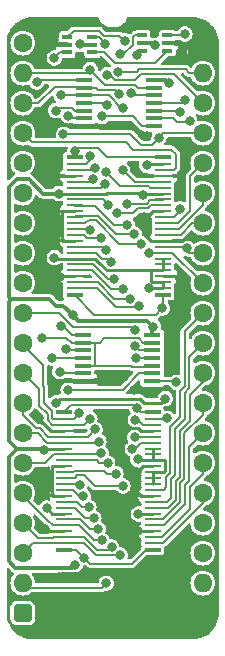
<source format=gtl>
%TF.GenerationSoftware,KiCad,Pcbnew,7.0.5*%
%TF.CreationDate,2024-02-15T16:55:09+02:00*%
%TF.ProjectId,HCP65 Device Interrupts,48435036-3520-4446-9576-69636520496e,rev?*%
%TF.SameCoordinates,PX525bfc0PY43d3480*%
%TF.FileFunction,Copper,L1,Top*%
%TF.FilePolarity,Positive*%
%FSLAX46Y46*%
G04 Gerber Fmt 4.6, Leading zero omitted, Abs format (unit mm)*
G04 Created by KiCad (PCBNEW 7.0.5) date 2024-02-15 16:55:09*
%MOMM*%
%LPD*%
G01*
G04 APERTURE LIST*
G04 Aperture macros list*
%AMRoundRect*
0 Rectangle with rounded corners*
0 $1 Rounding radius*
0 $2 $3 $4 $5 $6 $7 $8 $9 X,Y pos of 4 corners*
0 Add a 4 corners polygon primitive as box body*
4,1,4,$2,$3,$4,$5,$6,$7,$8,$9,$2,$3,0*
0 Add four circle primitives for the rounded corners*
1,1,$1+$1,$2,$3*
1,1,$1+$1,$4,$5*
1,1,$1+$1,$6,$7*
1,1,$1+$1,$8,$9*
0 Add four rect primitives between the rounded corners*
20,1,$1+$1,$2,$3,$4,$5,0*
20,1,$1+$1,$4,$5,$6,$7,0*
20,1,$1+$1,$6,$7,$8,$9,0*
20,1,$1+$1,$8,$9,$2,$3,0*%
G04 Aperture macros list end*
%TA.AperFunction,SMDPad,CuDef*%
%ADD10R,0.875000X0.450000*%
%TD*%
%TA.AperFunction,SMDPad,CuDef*%
%ADD11R,1.400000X0.400000*%
%TD*%
%TA.AperFunction,SMDPad,CuDef*%
%ADD12R,1.400000X0.280000*%
%TD*%
%TA.AperFunction,SMDPad,CuDef*%
%ADD13R,1.475000X0.450000*%
%TD*%
%TA.AperFunction,ComponentPad*%
%ADD14C,1.600000*%
%TD*%
%TA.AperFunction,ComponentPad*%
%ADD15O,1.600000X1.600000*%
%TD*%
%TA.AperFunction,ComponentPad*%
%ADD16RoundRect,0.400000X-0.400000X-0.400000X0.400000X-0.400000X0.400000X0.400000X-0.400000X0.400000X0*%
%TD*%
%TA.AperFunction,ComponentPad*%
%ADD17R,1.600000X1.600000*%
%TD*%
%TA.AperFunction,ViaPad*%
%ADD18C,0.800000*%
%TD*%
%TA.AperFunction,Conductor*%
%ADD19C,0.200000*%
%TD*%
%TA.AperFunction,Conductor*%
%ADD20C,0.350000*%
%TD*%
%TA.AperFunction,Conductor*%
%ADD21C,0.280000*%
%TD*%
%TA.AperFunction,Conductor*%
%ADD22C,0.380000*%
%TD*%
G04 APERTURE END LIST*
D10*
%TO.P,IC7,1,A*%
%TO.N,Net-(IC2-1Y)*%
X3764000Y523000D03*
%TO.P,IC7,2,GND*%
%TO.N,/GND*%
X3764000Y-127000D03*
%TO.P,IC7,3,B*%
%TO.N,Net-(IC2-2Y)*%
X3764000Y-777000D03*
%TO.P,IC7,4,Y*%
%TO.N,Net-(IC7-Y)*%
X5888000Y-777000D03*
%TO.P,IC7,5,3V*%
%TO.N,/3.3V*%
X5888000Y-127000D03*
%TO.P,IC7,6,C*%
%TO.N,Net-(IC2-3Y)*%
X5888000Y523000D03*
%TD*%
D11*
%TO.P,IC4,1,1~{OE}*%
%TO.N,/~{Read Device Enable}_{ 16..19}*%
X3489000Y-31274000D03*
D12*
%TO.P,IC4,2,1Y0*%
%TO.N,/D0*%
X3489000Y-31834000D03*
%TO.P,IC4,3,1Y1*%
%TO.N,/D1*%
X3489000Y-32334000D03*
%TO.P,IC4,4,GND*%
%TO.N,/GND*%
X3489000Y-32834000D03*
%TO.P,IC4,5,1Y2*%
%TO.N,/D2*%
X3489000Y-33334000D03*
%TO.P,IC4,6,1Y3*%
%TO.N,/D3*%
X3489000Y-33834000D03*
%TO.P,IC4,7,3V*%
%TO.N,/3.3V*%
X3489000Y-34334000D03*
%TO.P,IC4,8,2Y0*%
%TO.N,/D4*%
X3489000Y-34834000D03*
%TO.P,IC4,9,2Y1*%
%TO.N,/D5*%
X3489000Y-35334000D03*
%TO.P,IC4,10,GND*%
%TO.N,/GND*%
X3489000Y-35834000D03*
%TO.P,IC4,11,2Y2*%
%TO.N,/D6*%
X3489000Y-36334000D03*
%TO.P,IC4,12,2Y3*%
%TO.N,/D7*%
X3489000Y-36834000D03*
%TO.P,IC4,13,3Y0*%
%TO.N,/D0*%
X3489000Y-37334000D03*
%TO.P,IC4,14,3Y1*%
%TO.N,/D1*%
X3489000Y-37834000D03*
%TO.P,IC4,15,GND*%
%TO.N,/GND*%
X3489000Y-38334000D03*
%TO.P,IC4,16,3Y2*%
%TO.N,/D2*%
X3489000Y-38834000D03*
%TO.P,IC4,17,3Y3*%
%TO.N,/D3*%
X3489000Y-39334000D03*
%TO.P,IC4,18,3V*%
%TO.N,/3.3V*%
X3489000Y-39834000D03*
%TO.P,IC4,19,4Y0*%
%TO.N,/D4*%
X3489000Y-40334000D03*
%TO.P,IC4,20,4Y1*%
%TO.N,/D5*%
X3489000Y-40834000D03*
%TO.P,IC4,21,GND*%
%TO.N,/GND*%
X3489000Y-41334000D03*
%TO.P,IC4,22,4Y2*%
%TO.N,/D6*%
X3489000Y-41834000D03*
%TO.P,IC4,23,4Y3*%
%TO.N,/D7*%
X3489000Y-42334000D03*
D11*
%TO.P,IC4,24,4~{OE}*%
%TO.N,/~{Read Device Enable}_{ 1..7}*%
X3489000Y-42894000D03*
%TO.P,IC4,25,3~{OE}*%
X10989000Y-42894000D03*
D12*
%TO.P,IC4,26,4A3*%
%TO.N,/~{Enable}_{Device}7*%
X10989000Y-42334000D03*
%TO.P,IC4,27,4A2*%
%TO.N,/~{Enable}_{Device}6*%
X10989000Y-41834000D03*
%TO.P,IC4,28,GND*%
%TO.N,/GND*%
X10989000Y-41334000D03*
%TO.P,IC4,29,4A1*%
%TO.N,/~{Enable}_{Device}5*%
X10989000Y-40834000D03*
%TO.P,IC4,30,4A0*%
%TO.N,/~{Enable}_{Device}4*%
X10989000Y-40334000D03*
%TO.P,IC4,31,3V*%
%TO.N,/3.3V*%
X10989000Y-39834000D03*
%TO.P,IC4,32,3A3*%
%TO.N,/~{Enable}_{Device}3*%
X10989000Y-39334000D03*
%TO.P,IC4,33,3A2*%
%TO.N,/~{Enable}_{Device}2*%
X10989000Y-38834000D03*
%TO.P,IC4,34,GND*%
%TO.N,/GND*%
X10989000Y-38334000D03*
%TO.P,IC4,35,3A1*%
%TO.N,/~{Enable}_{Device}1*%
X10989000Y-37834000D03*
%TO.P,IC4,36,3A0*%
%TO.N,/3.3V*%
X10989000Y-37334000D03*
%TO.P,IC4,37,2A3*%
X10989000Y-36834000D03*
%TO.P,IC4,38,2A2*%
X10989000Y-36334000D03*
%TO.P,IC4,39,GND*%
%TO.N,/GND*%
X10989000Y-35834000D03*
%TO.P,IC4,40,2A1*%
%TO.N,/3.3V*%
X10989000Y-35334000D03*
%TO.P,IC4,41,2A0*%
X10989000Y-34834000D03*
%TO.P,IC4,42,3V*%
X10989000Y-34334000D03*
%TO.P,IC4,43,1A3*%
%TO.N,/~{Enable}_{Device}19*%
X10989000Y-33834000D03*
%TO.P,IC4,44,1A2*%
%TO.N,/~{Enable}_{Device}18*%
X10989000Y-33334000D03*
%TO.P,IC4,45,GND*%
%TO.N,/GND*%
X10989000Y-32834000D03*
%TO.P,IC4,46,1A1*%
%TO.N,/~{Enable}_{Device}17*%
X10989000Y-32334000D03*
%TO.P,IC4,47,1A0*%
%TO.N,/~{Enable}_{Device}16*%
X10989000Y-31834000D03*
D11*
%TO.P,IC4,48,2~{OE}*%
%TO.N,/~{Read Device Enable}_{ 16..19}*%
X10989000Y-31274000D03*
%TD*%
D13*
%TO.P,IC3,1,1A*%
%TO.N,/~{Device Interrupt}_{ 1..7}*%
X5063000Y-24720000D03*
%TO.P,IC3,2,1B*%
%TO.N,/~{RD}*%
X5063000Y-25370000D03*
%TO.P,IC3,3,1Y*%
%TO.N,/~{Read Device Interrupt}_{ 1..7}*%
X5063000Y-26020000D03*
%TO.P,IC3,4,2A*%
%TO.N,/~{Device Enable}_{ 1..7}*%
X5063000Y-26670000D03*
%TO.P,IC3,5,2B*%
%TO.N,/~{RD}*%
X5063000Y-27320000D03*
%TO.P,IC3,6,2Y*%
%TO.N,/~{Read Device Enable}_{ 1..7}*%
X5063000Y-27970000D03*
%TO.P,IC3,7,GND*%
%TO.N,/GND*%
X5063000Y-28620000D03*
%TO.P,IC3,8,3Y*%
%TO.N,/~{Read Device Interrupt}_{ 16..19}*%
X10939000Y-28620000D03*
%TO.P,IC3,9,3A*%
%TO.N,/~{Device Interrupt}_{ 16..19}*%
X10939000Y-27970000D03*
%TO.P,IC3,10,3B*%
%TO.N,/~{RD}*%
X10939000Y-27320000D03*
%TO.P,IC3,11,4Y*%
%TO.N,/~{Read Device Enable}_{ 16..19}*%
X10939000Y-26670000D03*
%TO.P,IC3,12,4A*%
%TO.N,/~{Device Enable}_{ 16..19}*%
X10939000Y-26020000D03*
%TO.P,IC3,13,4B*%
%TO.N,/~{RD}*%
X10939000Y-25370000D03*
%TO.P,IC3,14,3V*%
%TO.N,/3.3V*%
X10939000Y-24720000D03*
%TD*%
%TO.P,IC2,1,1A*%
%TO.N,/~{Interrupt}_{Device}1*%
X5190000Y-3130000D03*
%TO.P,IC2,2,1B*%
%TO.N,/~{Interrupt}_{Device}2*%
X5190000Y-3780000D03*
%TO.P,IC2,3,2A*%
%TO.N,/~{Interrupt}_{Device}4*%
X5190000Y-4430000D03*
%TO.P,IC2,4,2B*%
%TO.N,/~{Interrupt}_{Device}5*%
X5190000Y-5080000D03*
%TO.P,IC2,5,2C*%
%TO.N,/~{Interrupt}_{Device}6*%
X5190000Y-5730000D03*
%TO.P,IC2,6,2Y*%
%TO.N,Net-(IC2-2Y)*%
X5190000Y-6380000D03*
%TO.P,IC2,7,GND*%
%TO.N,/GND*%
X5190000Y-7030000D03*
%TO.P,IC2,8,3Y*%
%TO.N,Net-(IC2-3Y)*%
X11066000Y-7030000D03*
%TO.P,IC2,9,3A*%
%TO.N,/~{Interrupt}_{Device}7*%
X11066000Y-6380000D03*
%TO.P,IC2,10,3B*%
%TO.N,/~{Interrupt}_{Device}16*%
X11066000Y-5730000D03*
%TO.P,IC2,11,3C*%
%TO.N,/~{Interrupt}_{Device}17*%
X11066000Y-5080000D03*
%TO.P,IC2,12,1Y*%
%TO.N,Net-(IC2-1Y)*%
X11066000Y-4430000D03*
%TO.P,IC2,13,1C*%
%TO.N,/~{Interrupt}_{Device}3*%
X11066000Y-3780000D03*
%TO.P,IC2,14,3V*%
%TO.N,/3.3V*%
X11066000Y-3130000D03*
%TD*%
D11*
%TO.P,IC1,1,1~{OE}*%
%TO.N,/~{Read Device Interrupt}_{ 1..7}*%
X4378000Y-9684000D03*
D12*
%TO.P,IC1,2,1Y0*%
%TO.N,/D0*%
X4378000Y-10244000D03*
%TO.P,IC1,3,1Y1*%
%TO.N,/D1*%
X4378000Y-10744000D03*
%TO.P,IC1,4,GND*%
%TO.N,/GND*%
X4378000Y-11244000D03*
%TO.P,IC1,5,1Y2*%
%TO.N,/D2*%
X4378000Y-11744000D03*
%TO.P,IC1,6,1Y3*%
%TO.N,/D3*%
X4378000Y-12244000D03*
%TO.P,IC1,7,3V*%
%TO.N,/3.3V*%
X4378000Y-12744000D03*
%TO.P,IC1,8,2Y0*%
%TO.N,/D4*%
X4378000Y-13244000D03*
%TO.P,IC1,9,2Y1*%
%TO.N,/D5*%
X4378000Y-13744000D03*
%TO.P,IC1,10,GND*%
%TO.N,/GND*%
X4378000Y-14244000D03*
%TO.P,IC1,11,2Y2*%
%TO.N,/D6*%
X4378000Y-14744000D03*
%TO.P,IC1,12,2Y3*%
%TO.N,/D7*%
X4378000Y-15244000D03*
%TO.P,IC1,13,3Y0*%
%TO.N,/D0*%
X4378000Y-15744000D03*
%TO.P,IC1,14,3Y1*%
%TO.N,/D1*%
X4378000Y-16244000D03*
%TO.P,IC1,15,GND*%
%TO.N,/GND*%
X4378000Y-16744000D03*
%TO.P,IC1,16,3Y2*%
%TO.N,/D2*%
X4378000Y-17244000D03*
%TO.P,IC1,17,3Y3*%
%TO.N,/D3*%
X4378000Y-17744000D03*
%TO.P,IC1,18,3V*%
%TO.N,/3.3V*%
X4378000Y-18244000D03*
%TO.P,IC1,19,4Y0*%
%TO.N,/D4*%
X4378000Y-18744000D03*
%TO.P,IC1,20,4Y1*%
%TO.N,/D5*%
X4378000Y-19244000D03*
%TO.P,IC1,21,GND*%
%TO.N,/GND*%
X4378000Y-19744000D03*
%TO.P,IC1,22,4Y2*%
%TO.N,/D6*%
X4378000Y-20244000D03*
%TO.P,IC1,23,4Y3*%
%TO.N,/D7*%
X4378000Y-20744000D03*
D11*
%TO.P,IC1,24,4~{OE}*%
%TO.N,/~{Read Device Interrupt}_{ 16..19}*%
X4378000Y-21304000D03*
%TO.P,IC1,25,3~{OE}*%
X11878000Y-21304000D03*
D12*
%TO.P,IC1,26,4A3*%
%TO.N,/3.3V*%
X11878000Y-20744000D03*
%TO.P,IC1,27,4A2*%
X11878000Y-20244000D03*
%TO.P,IC1,28,GND*%
%TO.N,/GND*%
X11878000Y-19744000D03*
%TO.P,IC1,29,4A1*%
%TO.N,/3.3V*%
X11878000Y-19244000D03*
%TO.P,IC1,30,4A0*%
X11878000Y-18744000D03*
%TO.P,IC1,31,3V*%
X11878000Y-18244000D03*
%TO.P,IC1,32,3A3*%
%TO.N,/~{Interrupt}_{Device}19*%
X11878000Y-17744000D03*
%TO.P,IC1,33,3A2*%
%TO.N,/~{Interrupt}_{Device}18*%
X11878000Y-17244000D03*
%TO.P,IC1,34,GND*%
%TO.N,/GND*%
X11878000Y-16744000D03*
%TO.P,IC1,35,3A1*%
%TO.N,/~{Interrupt}_{Device}17*%
X11878000Y-16244000D03*
%TO.P,IC1,36,3A0*%
%TO.N,/~{Interrupt}_{Device}16*%
X11878000Y-15744000D03*
%TO.P,IC1,37,2A3*%
%TO.N,/~{Interrupt}_{Device}7*%
X11878000Y-15244000D03*
%TO.P,IC1,38,2A2*%
%TO.N,/~{Interrupt}_{Device}6*%
X11878000Y-14744000D03*
%TO.P,IC1,39,GND*%
%TO.N,/GND*%
X11878000Y-14244000D03*
%TO.P,IC1,40,2A1*%
%TO.N,/~{Interrupt}_{Device}5*%
X11878000Y-13744000D03*
%TO.P,IC1,41,2A0*%
%TO.N,/~{Interrupt}_{Device}4*%
X11878000Y-13244000D03*
%TO.P,IC1,42,3V*%
%TO.N,/3.3V*%
X11878000Y-12744000D03*
%TO.P,IC1,43,1A3*%
%TO.N,/~{Interrupt}_{Device}3*%
X11878000Y-12244000D03*
%TO.P,IC1,44,1A2*%
%TO.N,/~{Interrupt}_{Device}2*%
X11878000Y-11744000D03*
%TO.P,IC1,45,GND*%
%TO.N,/GND*%
X11878000Y-11244000D03*
%TO.P,IC1,46,1A1*%
%TO.N,/~{Interrupt}_{Device}1*%
X11878000Y-10744000D03*
%TO.P,IC1,47,1A0*%
%TO.N,/3.3V*%
X11878000Y-10244000D03*
D11*
%TO.P,IC1,48,2~{OE}*%
%TO.N,/~{Read Device Interrupt}_{ 1..7}*%
X11878000Y-9684000D03*
%TD*%
D14*
%TO.P,J2,1,Pin_1*%
%TO.N,/~{Interrupt}_{Device}4*%
X0Y0D03*
D15*
%TO.P,J2,2,Pin_2*%
%TO.N,/~{Interrupt}_{Device}3*%
X0Y-2540000D03*
D14*
%TO.P,J2,3,Pin_3*%
%TO.N,/~{Interrupt}_{Device}2*%
X0Y-5080000D03*
%TO.P,J2,4,Pin_4*%
%TO.N,/~{Interrupt}_{Device}1*%
X0Y-7620000D03*
%TO.P,J2,5,Pin_5*%
%TO.N,unconnected-(J2-Pin_5-Pad5)*%
X0Y-10160000D03*
%TO.P,J2,6,Pin_6*%
%TO.N,/~{Device Interrupt}_{ 1..7}*%
X0Y-12700000D03*
%TO.P,J2,7,Pin_7*%
%TO.N,/~{Device Interrupt}_{ 16..19}*%
X0Y-15240000D03*
%TO.P,J2,8,Pin_8*%
%TO.N,/~{Device Enable}_{ 1..7}*%
X0Y-17780000D03*
%TO.P,J2,9,Pin_9*%
%TO.N,/~{RD}*%
X0Y-20320000D03*
%TO.P,J2,10,Pin_10*%
%TO.N,/~{Device Enable}_{ 16..19}*%
X0Y-22860000D03*
%TO.P,J2,11,Pin_11*%
%TO.N,/D0*%
X0Y-25400000D03*
%TO.P,J2,12,Pin_12*%
%TO.N,/D1*%
X0Y-27940000D03*
%TO.P,J2,13,Pin_13*%
%TO.N,/D2*%
X0Y-30480000D03*
%TO.P,J2,14,Pin_14*%
%TO.N,/D3*%
X0Y-33020000D03*
%TO.P,J2,15,Pin_15*%
%TO.N,/D4*%
X0Y-35560000D03*
%TO.P,J2,16,Pin_16*%
%TO.N,/D5*%
X0Y-38100000D03*
%TO.P,J2,17,Pin_17*%
%TO.N,/D6*%
X0Y-40640000D03*
%TO.P,J2,18,Pin_18*%
%TO.N,/D7*%
X0Y-43180000D03*
D15*
%TO.P,J2,19,Pin_19*%
%TO.N,/~{Enable}_{Device}19*%
X0Y-45720000D03*
D16*
%TO.P,J2,20,Pin_20*%
%TO.N,/5V*%
X0Y-48260000D03*
D15*
%TO.P,J2,21,Pin_21*%
%TO.N,/GND*%
X15240000Y-48260000D03*
%TO.P,J2,22,Pin_22*%
%TO.N,/~{Enable}_{Device}18*%
X15240000Y-45720000D03*
D14*
%TO.P,J2,23,Pin_23*%
%TO.N,/~{Enable}_{Device}17*%
X15240000Y-43180000D03*
%TO.P,J2,24,Pin_24*%
%TO.N,/~{Enable}_{Device}16*%
X15240000Y-40640000D03*
%TO.P,J2,25,Pin_25*%
%TO.N,/~{Enable}_{Device}7*%
X15240000Y-38100000D03*
%TO.P,J2,26,Pin_26*%
%TO.N,/~{Enable}_{Device}6*%
X15240000Y-35560000D03*
%TO.P,J2,27,Pin_27*%
%TO.N,/~{Enable}_{Device}5*%
X15240000Y-33020000D03*
%TO.P,J2,28,Pin_28*%
%TO.N,/~{Enable}_{Device}4*%
X15240000Y-30480000D03*
%TO.P,J2,29,Pin_29*%
%TO.N,/~{Enable}_{Device}3*%
X15240000Y-27940000D03*
%TO.P,J2,30,Pin_30*%
%TO.N,/~{Enable}_{Device}2*%
X15240000Y-25400000D03*
%TO.P,J2,31,Pin_31*%
%TO.N,/~{Enable}_{Device}1*%
X15240000Y-22860000D03*
%TO.P,J2,32,Pin_32*%
%TO.N,/~{Interrupt}_{Device}19*%
X15240000Y-20320000D03*
%TO.P,J2,33,Pin_33*%
%TO.N,/~{Interrupt}_{Device}18*%
X15240000Y-17780000D03*
%TO.P,J2,34,Pin_34*%
%TO.N,/~{Interrupt}_{Device}17*%
X15240000Y-15240000D03*
%TO.P,J2,35,Pin_35*%
%TO.N,/~{Interrupt}_{Device}16*%
X15240000Y-12700000D03*
%TO.P,J2,36,Pin_36*%
%TO.N,/~{Interrupt}_{Device}7*%
X15240000Y-10160000D03*
%TO.P,J2,37,Pin_37*%
%TO.N,/~{Interrupt}_{Device}6*%
X15240000Y-7620000D03*
%TO.P,J2,38,Pin_38*%
%TO.N,/~{Interrupt}_{Device}5*%
X15240000Y-5080000D03*
D15*
%TO.P,J2,39,Pin_39*%
%TO.N,/~{INT}*%
X15240000Y-2540000D03*
D17*
%TO.P,J2,40,Pin_40*%
%TO.N,/GND*%
X15240000Y0D03*
%TD*%
D10*
%TO.P,IC9,1,A*%
%TO.N,Net-(IC7-Y)*%
X12238000Y-650000D03*
%TO.P,IC9,2,GND*%
%TO.N,/GND*%
X12238000Y0D03*
%TO.P,IC9,3,B*%
%TO.N,/~{Interrupt}_{Device}18*%
X12238000Y650000D03*
%TO.P,IC9,4,Y*%
%TO.N,/~{INT}*%
X10114000Y650000D03*
%TO.P,IC9,5,3V*%
%TO.N,/3.3V*%
X10114000Y0D03*
%TO.P,IC9,6,C*%
%TO.N,/~{Interrupt}_{Device}19*%
X10114000Y-650000D03*
%TD*%
D18*
%TO.N,/3.3V*%
X9779000Y-39878000D03*
X2813537Y-30460463D03*
X11176000Y-186322D03*
X2667000Y-18161000D03*
X10668012Y-20701000D03*
X12398772Y-3375278D03*
X10482793Y-10350874D03*
X10211193Y-12844000D03*
X9712732Y-35247046D03*
X2022340Y-39379660D03*
X4417000Y-44183000D03*
X3048000Y-12744000D03*
X4801002Y-120500D03*
X1758669Y-34453830D03*
X11049000Y-24003000D03*
X4262211Y-23063255D03*
X12065002Y-30099000D03*
%TO.N,/GND*%
X11069382Y-29603512D03*
X3048004Y-45211996D03*
X11176010Y-49530000D03*
X1524000Y-7112006D03*
X9404194Y-29398741D03*
X13389008Y-762000D03*
X10287004Y-45212000D03*
X2667000Y254000D03*
X9779000Y-41334000D03*
X8553751Y-28269283D03*
X2467012Y-28631045D03*
X3150020Y-19812000D03*
X1651000Y-14096998D03*
X1523998Y-11176000D03*
X9682149Y-36315233D03*
X2667000Y-47244000D03*
X10526219Y-7910217D03*
X889000Y-36957000D03*
X13335000Y-19939000D03*
X10245818Y-14732000D03*
X16001996Y-16509996D03*
X1865622Y-41162839D03*
X1388998Y-31749996D03*
X679658Y-16556615D03*
%TO.N,/D0*%
X5698808Y-15805075D03*
X5678178Y-9575446D03*
X4839844Y-37379730D03*
X4790521Y-31359410D03*
%TO.N,/D1*%
X5112549Y-38341830D03*
X5682533Y-31811429D03*
X6096000Y-10541000D03*
X6604000Y-16544000D03*
%TO.N,/D2*%
X7000642Y-17554976D03*
X5598644Y-39308367D03*
X5931160Y-11544000D03*
X6124672Y-32708378D03*
%TO.N,/D3*%
X6436261Y-33741261D03*
X7440349Y-18504000D03*
X6922513Y-11933031D03*
X6005506Y-40221860D03*
%TO.N,/D4*%
X6390971Y-41144585D03*
X6631044Y-34722110D03*
X7747000Y-19984012D03*
X7239000Y-13716000D03*
%TO.N,/D5*%
X8839246Y-15367357D03*
X7188971Y-35552004D03*
X6686531Y-42099912D03*
X8481722Y-20843816D03*
%TO.N,/D6*%
X7517613Y-42656066D03*
X9074687Y-21649047D03*
X7880993Y-36449000D03*
X9451968Y-16158601D03*
%TO.N,/D7*%
X10038724Y-16971244D03*
X8477105Y-37505762D03*
X8242067Y-43356066D03*
X9849824Y-22280844D03*
%TO.N,/~{Interrupt}_{Device}7*%
X14131063Y-6633973D03*
%TO.N,/~{Interrupt}_{Device}6*%
X2794000Y-5715000D03*
X3437438Y-7708476D03*
X13306619Y-14043671D03*
X11521874Y-8003362D03*
%TO.N,/~{Interrupt}_{Device}5*%
X7132049Y-2676168D03*
X7086959Y-5240877D03*
X8001000Y-14430311D03*
%TO.N,/~{Interrupt}_{Device}4*%
X8845818Y-13589000D03*
X3236980Y-4430000D03*
X8509000Y-5461000D03*
%TO.N,/~{Interrupt}_{Device}3*%
X5711591Y-2250693D03*
X7045818Y-10940659D03*
%TO.N,/~{Interrupt}_{Device}2*%
X8174244Y-4340000D03*
X8445818Y-10731814D03*
%TO.N,/~{Interrupt}_{Device}1*%
X1164456Y-3316304D03*
%TO.N,/~{RD}*%
X1608142Y-24934671D03*
%TO.N,/~{Read Device Interrupt}_{ 16..19}*%
X12997000Y-28726170D03*
X11822436Y-22429780D03*
%TO.N,/~{Device Interrupt}_{ 16..19}*%
X3829830Y-29359000D03*
%TO.N,/~{Interrupt}_{Device}19*%
X9652000Y-1012213D03*
X10695776Y-17745449D03*
%TO.N,/~{Interrupt}_{Device}18*%
X13716000Y762000D03*
X13909009Y-17377000D03*
%TO.N,/~{Interrupt}_{Device}17*%
X13740397Y-4845183D03*
%TO.N,/~{Interrupt}_{Device}16*%
X13335000Y-5842006D03*
%TO.N,/~{Read Device Enable}_{ 16..19}*%
X9636602Y-30878741D03*
X9596667Y-26685369D03*
%TO.N,/~{Device Enable}_{ 16..19}*%
X9510082Y-25689122D03*
X9524988Y-24270000D03*
%TO.N,/~{Enable}_{Device}19*%
X9268525Y-34350424D03*
X7058332Y-45733000D03*
%TO.N,/~{Enable}_{Device}18*%
X9463605Y-33369634D03*
%TO.N,/~{Enable}_{Device}17*%
X9525000Y-31872497D03*
%TO.N,/~{Enable}_{Device}16*%
X12246635Y-31770724D03*
%TO.N,/~{Read Device Interrupt}_{ 1..7}*%
X4414000Y-9113000D03*
X3641347Y-25882309D03*
%TO.N,/~{Device Interrupt}_{ 1..7}*%
X3204209Y-23985154D03*
%TO.N,/~{Read Device Enable}_{ 1..7}*%
X5207004Y-43561000D03*
X3129830Y-27827057D03*
%TO.N,/~{Device Enable}_{ 1..7}*%
X2449138Y-26670000D03*
%TO.N,Net-(IC2-2Y)*%
X2667000Y-1270000D03*
X3820951Y-6161000D03*
%TO.N,Net-(IC2-3Y)*%
X6709468Y-6217209D03*
X6928812Y-65000D03*
%TO.N,Net-(IC2-1Y)*%
X9200246Y-4238761D03*
X8639094Y159000D03*
%TO.N,/~{INT}*%
X8096587Y-2412213D03*
X8241622Y-948000D03*
%TD*%
D19*
%TO.N,/~{Enable}_{Device}7*%
X15240000Y-38942714D02*
X15240000Y-38100000D01*
X10989000Y-42334000D02*
X11848714Y-42334000D01*
X11848714Y-42334000D02*
X15240000Y-38942714D01*
%TO.N,/~{Enable}_{Device}6*%
X15240000Y-36470680D02*
X15240000Y-35560000D01*
X14140000Y-37570680D02*
X15240000Y-36470680D01*
X14140000Y-39477028D02*
X14140000Y-37570680D01*
X11783028Y-41834000D02*
X14140000Y-39477028D01*
X10989000Y-41834000D02*
X11783028Y-41834000D01*
%TO.N,/~{Enable}_{Device}4*%
X15240000Y-31464363D02*
X15240000Y-30480000D01*
X13669000Y-36910309D02*
X13669000Y-33035366D01*
X13340000Y-37239310D02*
X13669000Y-36910309D01*
X10989000Y-40334000D02*
X11851370Y-40334000D01*
%TO.N,/~{Enable}_{Device}1*%
X13335000Y-29440120D02*
X13697000Y-29078120D01*
X13335000Y-31672310D02*
X13335000Y-29440120D01*
X12469000Y-36413254D02*
X12469000Y-32538309D01*
X11929000Y-37834000D02*
X12140000Y-37623000D01*
X10989000Y-37834000D02*
X11929000Y-37834000D01*
%TO.N,/~{Enable}_{Device}2*%
X14097000Y-26543000D02*
X15240000Y-25400000D01*
X14097000Y-29243805D02*
X14097000Y-26543000D01*
X13740000Y-29600805D02*
X14097000Y-29243805D01*
%TO.N,/~{Enable}_{Device}4*%
X13340000Y-38845370D02*
X13340000Y-37239310D01*
%TO.N,/~{Enable}_{Device}2*%
X13740000Y-31832995D02*
X13740000Y-29600805D01*
X12869000Y-32703995D02*
X13740000Y-31832995D01*
X12869000Y-36578939D02*
X12869000Y-32703995D01*
%TO.N,/~{Enable}_{Device}16*%
X10989000Y-31834000D02*
X12183359Y-31834000D01*
%TO.N,/~{Enable}_{Device}2*%
X12540000Y-36907940D02*
X12869000Y-36578939D01*
X12220000Y-38834000D02*
X12540000Y-38514000D01*
%TO.N,/~{Enable}_{Device}3*%
X14140000Y-29766491D02*
X15240000Y-28666491D01*
%TO.N,/~{Enable}_{Device}4*%
X11851370Y-40334000D02*
X13340000Y-38845370D01*
%TO.N,/~{Enable}_{Device}16*%
X12183359Y-31834000D02*
X12246635Y-31770724D01*
%TO.N,/~{Enable}_{Device}3*%
X14140000Y-31998680D02*
X14140000Y-29766491D01*
%TO.N,/~{Enable}_{Device}1*%
X13697000Y-29078120D02*
X13697000Y-24403000D01*
%TO.N,/~{Enable}_{Device}3*%
X13269000Y-32869681D02*
X14140000Y-31998680D01*
%TO.N,/~{Enable}_{Device}1*%
X13697000Y-24403000D02*
X15240000Y-22860000D01*
%TO.N,/~{Enable}_{Device}3*%
X12940000Y-38679685D02*
X12940000Y-37073625D01*
X10989000Y-39334000D02*
X12285684Y-39334000D01*
%TO.N,/~{Enable}_{Device}4*%
X13669000Y-33035366D02*
X15240000Y-31464363D01*
%TO.N,/~{Enable}_{Device}2*%
X10989000Y-38834000D02*
X12220000Y-38834000D01*
X12540000Y-38514000D02*
X12540000Y-36907940D01*
%TO.N,/~{Enable}_{Device}3*%
X15240000Y-28666491D02*
X15240000Y-27940000D01*
X12940000Y-37073625D02*
X13269000Y-36744624D01*
X12285684Y-39334000D02*
X12940000Y-38679685D01*
%TO.N,/~{Enable}_{Device}1*%
X12140000Y-37623000D02*
X12140000Y-36742254D01*
X12469000Y-32538309D02*
X13335000Y-31672310D01*
X12140000Y-36742254D02*
X12469000Y-36413254D01*
%TO.N,/~{Enable}_{Device}3*%
X13269000Y-36744624D02*
X13269000Y-32869681D01*
D20*
%TO.N,/3.3V*%
X1705701Y-12744000D02*
X486701Y-11525000D01*
D21*
X10311193Y-12744000D02*
X10211193Y-12844000D01*
D20*
X-623701Y-44408000D02*
X4192000Y-44408000D01*
D21*
X10838000Y-19264000D02*
X10858000Y-19244000D01*
D20*
X3048000Y-12744000D02*
X1705701Y-12744000D01*
D21*
X12029000Y-35354000D02*
X12009000Y-35334000D01*
D20*
X2254000Y-21685000D02*
X2794000Y-22225000D01*
D21*
X11878000Y-20744000D02*
X11878000Y-20244000D01*
X10858000Y-20244000D02*
X10838000Y-20224000D01*
X1878499Y-34334000D02*
X1758669Y-34453830D01*
D20*
X-981000Y-21685000D02*
X2254000Y-21685000D01*
D21*
X10858000Y-19244000D02*
X7088968Y-19244000D01*
D20*
X12153494Y-3130000D02*
X12398772Y-3375278D01*
X10939000Y-24720000D02*
X10939000Y-24113000D01*
D21*
X6539944Y-18694976D02*
X6528438Y-18694976D01*
X10989000Y-36334000D02*
X11926000Y-36334000D01*
D20*
X-1175000Y-43856701D02*
X-623701Y-44408000D01*
X-1175000Y-35073299D02*
X-1175000Y-43856701D01*
X-1175000Y-12213299D02*
X-1175000Y-21491000D01*
D21*
X3489000Y-39834000D02*
X2476680Y-39834000D01*
X10589667Y-10244000D02*
X10482793Y-10350874D01*
D20*
X486701Y-11525000D02*
X-486701Y-11525000D01*
D21*
X12029000Y-36231000D02*
X12029000Y-35354000D01*
X2813537Y-30460463D02*
X3135259Y-30138741D01*
X11878000Y-12744000D02*
X10311193Y-12744000D01*
X9799686Y-35334000D02*
X9712732Y-35247046D01*
D20*
X-486701Y-34385000D02*
X1689839Y-34385000D01*
X10541000Y-23495000D02*
X4693956Y-23495000D01*
X3423956Y-22225000D02*
X4262211Y-23063255D01*
X-1203000Y-21907000D02*
X-1203000Y-33668701D01*
D21*
X12009000Y-35334000D02*
X10989000Y-35334000D01*
X9823000Y-39834000D02*
X9779000Y-39878000D01*
X10989000Y-34834000D02*
X10989000Y-35334000D01*
D20*
X-1175000Y-21491000D02*
X-981000Y-21685000D01*
D21*
X11878000Y-20244000D02*
X10858000Y-20244000D01*
X6077462Y-18244000D02*
X4378000Y-18244000D01*
X7088968Y-19244000D02*
X6539944Y-18694976D01*
D20*
X4693956Y-23495000D02*
X4262211Y-23063255D01*
D21*
X7037481Y-12744000D02*
X7086640Y-12694841D01*
D20*
X11066000Y-3130000D02*
X12153494Y-3130000D01*
D21*
X10989000Y-39834000D02*
X9823000Y-39834000D01*
X11926000Y-36334000D02*
X12029000Y-36231000D01*
X10250646Y-30446266D02*
X11717736Y-30446266D01*
D20*
X-486701Y-34385000D02*
X-1175000Y-35073299D01*
D21*
X9943121Y-30138741D02*
X10250646Y-30446266D01*
D20*
X1689839Y-34385000D02*
X1758669Y-34453830D01*
D21*
X10989000Y-36834000D02*
X10989000Y-36334000D01*
X3489000Y-34334000D02*
X1878499Y-34334000D01*
X7086640Y-12694841D02*
X10062034Y-12694841D01*
X10858000Y-19244000D02*
X11878000Y-19244000D01*
X2750000Y-18244000D02*
X2667000Y-18161000D01*
D20*
X-1203000Y-33668701D02*
X-486701Y-34385000D01*
D21*
X4378000Y-12744000D02*
X3048000Y-12744000D01*
D20*
X-981000Y-21685000D02*
X-1203000Y-21907000D01*
X10989678Y0D02*
X11176000Y-186322D01*
D21*
X11878000Y-10244000D02*
X10589667Y-10244000D01*
X3135259Y-30138741D02*
X9943121Y-30138741D01*
D20*
X10114000Y0D02*
X10989678Y0D01*
D21*
X11878000Y-19244000D02*
X11878000Y-18744000D01*
X6528438Y-18694976D02*
X6077462Y-18244000D01*
D20*
X5888000Y-127000D02*
X4807502Y-127000D01*
D21*
X10989000Y-34834000D02*
X10989000Y-34334000D01*
X10838000Y-20224000D02*
X10838000Y-19264000D01*
D20*
X11049000Y-24003000D02*
X10541000Y-23495000D01*
D21*
X2476680Y-39834000D02*
X2022340Y-39379660D01*
D20*
X10939000Y-24113000D02*
X11049000Y-24003000D01*
X4192000Y-44408000D02*
X4417000Y-44183000D01*
D21*
X11717736Y-30446266D02*
X12065002Y-30099000D01*
X4378000Y-18244000D02*
X2750000Y-18244000D01*
D20*
X-486701Y-11525000D02*
X-1175000Y-12213299D01*
D21*
X4378000Y-12744000D02*
X7037481Y-12744000D01*
X10062034Y-12694841D02*
X10211193Y-12844000D01*
X10989000Y-35334000D02*
X9799686Y-35334000D01*
X10711012Y-20744000D02*
X10668012Y-20701000D01*
X10989000Y-36834000D02*
X10989000Y-37334000D01*
X11878000Y-18744000D02*
X11878000Y-18244000D01*
X11878000Y-20744000D02*
X10711012Y-20744000D01*
D20*
X2794000Y-22225000D02*
X3423956Y-22225000D01*
X4807502Y-127000D02*
X4801002Y-120500D01*
%TO.N,/GND*%
X2667000Y762000D02*
X2667000Y254000D01*
D21*
X4378000Y-16744000D02*
X3358000Y-16744000D01*
D20*
X11176010Y-46101006D02*
X10287004Y-45212000D01*
X6641264Y1524000D02*
X3429000Y1524000D01*
D21*
X10009000Y-32834000D02*
X10989000Y-32834000D01*
X11878000Y-14244000D02*
X11006016Y-14244000D01*
D20*
X14383832Y2006168D02*
X9525000Y2006168D01*
D21*
X9969000Y-38334000D02*
X9682149Y-38047149D01*
X3302000Y-16688000D02*
X3302000Y-14244000D01*
D20*
X3508814Y-28584000D02*
X3461769Y-28631045D01*
D21*
X10989000Y-35834000D02*
X10163382Y-35834000D01*
D20*
X12238000Y0D02*
X13025500Y0D01*
D21*
X4378000Y-14244000D02*
X3302000Y-14244000D01*
X9682149Y-36315233D02*
X8509000Y-35142084D01*
X2359586Y-32834000D02*
X1388998Y-31863412D01*
X8509000Y-33119382D02*
X9015885Y-32612497D01*
D20*
X13770008Y-381000D02*
X13389008Y-762000D01*
X679658Y-16556615D02*
X1477385Y-16556615D01*
D21*
X10858000Y-16744000D02*
X10245818Y-16131818D01*
D20*
X11176010Y-49530000D02*
X11176010Y-46101006D01*
X3764000Y-127000D02*
X3048000Y-127000D01*
D21*
X10989000Y-41334000D02*
X9779000Y-41334000D01*
D20*
X9316000Y-7030000D02*
X10196217Y-7910217D01*
X8203034Y-28620000D02*
X8553751Y-28269283D01*
D21*
X1798002Y-14244000D02*
X3302000Y-14244000D01*
D20*
X1714335Y-6921671D02*
X1524000Y-7112006D01*
X6753225Y1423190D02*
X6641264Y1524000D01*
X3429000Y1524000D02*
X2667000Y762000D01*
X4514500Y-28584000D02*
X3508814Y-28584000D01*
X3302000Y-44958000D02*
X3048004Y-45211996D01*
X5190000Y-7030000D02*
X9316000Y-7030000D01*
D21*
X3489000Y-32834000D02*
X2359586Y-32834000D01*
X9787497Y-32612497D02*
X10009000Y-32834000D01*
X13472222Y-16744000D02*
X13706226Y-16509996D01*
D20*
X7034859Y1141556D02*
X6753225Y1423190D01*
X1477385Y-16556615D02*
X1524000Y-16510000D01*
D22*
X2920994Y-46990006D02*
X2667000Y-47244000D01*
D21*
X3218020Y-19744000D02*
X3150020Y-19812000D01*
D20*
X10033004Y-44958000D02*
X3302000Y-44958000D01*
D21*
X10518016Y-14732000D02*
X10245818Y-14732000D01*
X9682149Y-38047149D02*
X9682149Y-36315233D01*
X1524000Y-14223998D02*
X1524000Y-16510000D01*
D20*
X15240000Y0D02*
X15240000Y1150000D01*
X5063000Y-28620000D02*
X8203034Y-28620000D01*
X3048000Y-127000D02*
X2667000Y254000D01*
D21*
X11878000Y-16744000D02*
X10858000Y-16744000D01*
D22*
X8636016Y-46990006D02*
X2920994Y-46990006D01*
D20*
X13025500Y0D02*
X13389008Y-363508D01*
X3461769Y-28631045D02*
X2467012Y-28631045D01*
D21*
X2449000Y-36957000D02*
X2449000Y-38314000D01*
X13140000Y-19744000D02*
X13335000Y-19939000D01*
D20*
X5190000Y-7030000D02*
X3867738Y-7030000D01*
X3773738Y-6936000D02*
X3499935Y-6936000D01*
X13970000Y-49530000D02*
X15240000Y-48260000D01*
X15240000Y1150000D02*
X14383832Y2006168D01*
D21*
X1388998Y-31863412D02*
X1388998Y-31749996D01*
X13706226Y-16509996D02*
X16001996Y-16509996D01*
X2449000Y-36957000D02*
X889000Y-36957000D01*
D20*
X11069382Y-29603512D02*
X10864611Y-29398741D01*
D21*
X1591998Y-11244000D02*
X1523998Y-11176000D01*
X3358000Y-16744000D02*
X3302000Y-16688000D01*
X2449000Y-38314000D02*
X2469000Y-38334000D01*
X4378000Y-11244000D02*
X1591998Y-11244000D01*
X3489000Y-41334000D02*
X2036783Y-41334000D01*
D20*
X11176010Y-49530000D02*
X13970000Y-49530000D01*
D21*
X2469000Y-38334000D02*
X3489000Y-38334000D01*
X1651000Y-14096998D02*
X1798002Y-14244000D01*
D22*
X11176010Y-49530000D02*
X8636016Y-46990006D01*
D21*
X4378000Y-19744000D02*
X3218020Y-19744000D01*
D20*
X8660388Y1141556D02*
X7034859Y1141556D01*
X10287004Y-45212000D02*
X10033004Y-44958000D01*
D21*
X1524000Y-18185980D02*
X3150020Y-19812000D01*
D20*
X10864611Y-29398741D02*
X9404194Y-29398741D01*
D21*
X8509000Y-35142084D02*
X8509000Y-33119382D01*
X2449000Y-35854000D02*
X2449000Y-36957000D01*
X2469000Y-35834000D02*
X2449000Y-35854000D01*
D20*
X13389008Y-363508D02*
X13389008Y-762000D01*
D21*
X11006016Y-14244000D02*
X10518016Y-14732000D01*
D20*
X3867738Y-7030000D02*
X3773738Y-6936000D01*
D21*
X11878000Y-16744000D02*
X13472222Y-16744000D01*
X3489000Y-35834000D02*
X2469000Y-35834000D01*
X10245818Y-16131818D02*
X10245818Y-14732000D01*
X10163382Y-35834000D02*
X9682149Y-36315233D01*
D20*
X3499935Y-6936000D02*
X3485606Y-6921671D01*
X10196217Y-7910217D02*
X10526219Y-7910217D01*
D21*
X1524000Y-16510000D02*
X1524000Y-18185980D01*
X1651000Y-14096998D02*
X1524000Y-14223998D01*
X9015885Y-32612497D02*
X9787497Y-32612497D01*
D20*
X9525000Y2006168D02*
X8660388Y1141556D01*
X14859000Y-381000D02*
X13770008Y-381000D01*
X3485606Y-6921671D02*
X1714335Y-6921671D01*
D21*
X11878000Y-19744000D02*
X13140000Y-19744000D01*
X10989000Y-38334000D02*
X9969000Y-38334000D01*
X2036783Y-41334000D02*
X1865622Y-41162839D01*
D19*
%TO.N,/D0*%
X1709998Y-29003457D02*
X1709998Y-27285849D01*
X3489000Y-31834000D02*
X2549000Y-31834000D01*
X4794114Y-37334000D02*
X4839844Y-37379730D01*
X4378000Y-15744000D02*
X5637733Y-15744000D01*
X5678178Y-9883822D02*
X5678178Y-9575446D01*
X5637733Y-15744000D02*
X5698808Y-15805075D01*
X2489000Y-31774000D02*
X2489000Y-31191000D01*
X3489000Y-37334000D02*
X4794114Y-37334000D01*
X2489000Y-31191000D02*
X1778000Y-30480000D01*
X5318000Y-10244000D02*
X5678178Y-9883822D01*
X1709998Y-27285849D02*
X0Y-25575851D01*
X1778000Y-29071459D02*
X1709998Y-29003457D01*
X1778000Y-30480000D02*
X1778000Y-29071459D01*
X4315931Y-31834000D02*
X4790521Y-31359410D01*
X3489000Y-31834000D02*
X4315931Y-31834000D01*
X4378000Y-10244000D02*
X5318000Y-10244000D01*
X2549000Y-31834000D02*
X2489000Y-31774000D01*
%TO.N,/D1*%
X5893000Y-10744000D02*
X6096000Y-10541000D01*
X2089000Y-31426000D02*
X2089000Y-31941160D01*
X3489000Y-32334000D02*
X5159962Y-32334000D01*
X4378000Y-10744000D02*
X5893000Y-10744000D01*
X3489000Y-37834000D02*
X4267579Y-37834000D01*
X4378000Y-16244000D02*
X5147783Y-16244000D01*
X1378000Y-29318000D02*
X1378000Y-30715000D01*
X5159962Y-32334000D02*
X5682533Y-31811429D01*
X1378000Y-30715000D02*
X2089000Y-31426000D01*
X2481840Y-32334000D02*
X3489000Y-32334000D01*
X2089000Y-31941160D02*
X2481840Y-32334000D01*
X4775409Y-38341830D02*
X5112549Y-38341830D01*
X0Y-27940000D02*
X1378000Y-29318000D01*
X4267579Y-37834000D02*
X4775409Y-38341830D01*
X5147783Y-16244000D02*
X5447783Y-16544000D01*
X5447783Y-16544000D02*
X6604000Y-16544000D01*
%TO.N,/D2*%
X0Y-31464365D02*
X1155635Y-32620000D01*
X5499050Y-33334000D02*
X6124672Y-32708378D01*
X5731160Y-11744000D02*
X5931160Y-11544000D01*
X1155635Y-32620000D02*
X1435686Y-32620000D01*
X5044417Y-39308367D02*
X5598644Y-39308367D01*
X2149686Y-33334000D02*
X3489000Y-33334000D01*
X4570050Y-38834000D02*
X5044417Y-39308367D01*
X1435686Y-32620000D02*
X2149686Y-33334000D01*
X3489000Y-38834000D02*
X4570050Y-38834000D01*
X4378000Y-17244000D02*
X6689666Y-17244000D01*
X3489000Y-33334000D02*
X5499050Y-33334000D01*
X6689666Y-17244000D02*
X7000642Y-17554976D01*
X0Y-30480000D02*
X0Y-31464365D01*
X4378000Y-11744000D02*
X5731160Y-11744000D01*
%TO.N,/D3*%
X3489000Y-33834000D02*
X6343522Y-33834000D01*
X6343522Y-33834000D02*
X6436261Y-33741261D01*
X4409000Y-39334000D02*
X5296860Y-40221860D01*
X2084000Y-33834000D02*
X3489000Y-33834000D01*
X6199716Y-17744000D02*
X6710692Y-18254976D01*
X4378000Y-12244000D02*
X6611544Y-12244000D01*
X0Y-33020000D02*
X1270000Y-33020000D01*
X6611544Y-12244000D02*
X6922513Y-11933031D01*
X3489000Y-39334000D02*
X4409000Y-39334000D01*
X7191325Y-18254976D02*
X7440349Y-18504000D01*
X5296860Y-40221860D02*
X6005506Y-40221860D01*
X6710692Y-18254976D02*
X7191325Y-18254976D01*
X1270000Y-33020000D02*
X2084000Y-33834000D01*
X4378000Y-17744000D02*
X6199716Y-17744000D01*
%TO.N,/D4*%
X3489000Y-34834000D02*
X6519154Y-34834000D01*
X5653900Y-41144585D02*
X6390971Y-41144585D01*
X2629406Y-34834000D02*
X3489000Y-34834000D01*
X6357690Y-19134976D02*
X7206726Y-19984012D01*
X6519154Y-34834000D02*
X6631044Y-34722110D01*
X6346184Y-19134976D02*
X6357690Y-19134976D01*
X3489000Y-40334000D02*
X4843315Y-40334000D01*
X6767000Y-13244000D02*
X7239000Y-13716000D01*
X7206726Y-19984012D02*
X7747000Y-19984012D01*
X0Y-35560000D02*
X1903406Y-35560000D01*
X5955208Y-18744000D02*
X6346184Y-19134976D01*
X4843315Y-40334000D02*
X5653900Y-41144585D01*
X4378000Y-18744000D02*
X5955208Y-18744000D01*
X1903406Y-35560000D02*
X2629406Y-34834000D01*
X4378000Y-13244000D02*
X6767000Y-13244000D01*
%TO.N,/D5*%
X4399121Y-13765121D02*
X6075807Y-13765121D01*
X2155572Y-40462839D02*
X2526733Y-40834000D01*
X5889522Y-19244000D02*
X6180499Y-19534976D01*
X3489000Y-35334000D02*
X6252984Y-35334000D01*
X6180499Y-19534976D02*
X6192005Y-19534976D01*
X6075807Y-13765121D02*
X7678043Y-15367357D01*
X0Y-38354000D02*
X2108839Y-40462839D01*
X2526733Y-40834000D02*
X3489000Y-40834000D01*
X3489000Y-40834000D02*
X4777629Y-40834000D01*
X6192005Y-19534976D02*
X7500845Y-20843816D01*
X6252984Y-35334000D02*
X6470988Y-35552004D01*
X7500845Y-20843816D02*
X8481722Y-20843816D01*
X4378000Y-19244000D02*
X5889522Y-19244000D01*
X6470988Y-35552004D02*
X7188971Y-35552004D01*
X7678043Y-15367357D02*
X8839246Y-15367357D01*
X2108839Y-40462839D02*
X2155572Y-40462839D01*
X6043541Y-42099912D02*
X6686531Y-42099912D01*
X4777629Y-40834000D02*
X6043541Y-42099912D01*
%TO.N,/D6*%
X6335343Y-20244000D02*
X7740390Y-21649047D01*
X2589000Y-41834000D02*
X3489000Y-41834000D01*
X7109299Y-36449000D02*
X7880993Y-36449000D01*
X5440001Y-14621999D02*
X6366999Y-14621999D01*
X4254991Y-36334000D02*
X4392842Y-36196149D01*
X2521000Y-41902000D02*
X2589000Y-41834000D01*
X7740390Y-21649047D02*
X9074687Y-21649047D01*
X4378000Y-20244000D02*
X6335343Y-20244000D01*
X5211943Y-41834000D02*
X6308652Y-42930709D01*
X1262000Y-41902000D02*
X2521000Y-41902000D01*
X4378000Y-14744000D02*
X4438000Y-14684000D01*
X4438000Y-14684000D02*
X5378000Y-14684000D01*
X7903601Y-16158601D02*
X9451968Y-16158601D01*
X0Y-40640000D02*
X1262000Y-41902000D01*
X7242970Y-42930709D02*
X7517613Y-42656066D01*
X6308652Y-42930709D02*
X7242970Y-42930709D01*
X4392842Y-36196149D02*
X6856448Y-36196149D01*
X3489000Y-36334000D02*
X4254991Y-36334000D01*
X3489000Y-41834000D02*
X5211943Y-41834000D01*
X6366999Y-14621999D02*
X7903601Y-16158601D01*
X6856448Y-36196149D02*
X7109299Y-36449000D01*
X5378000Y-14684000D02*
X5440001Y-14621999D01*
%TO.N,/D7*%
X7874706Y-22349047D02*
X9781621Y-22349047D01*
X4378000Y-20744000D02*
X6269659Y-20744000D01*
X5605686Y-15021999D02*
X6201313Y-15021999D01*
X3489000Y-36834000D02*
X4389000Y-36834000D01*
X4378000Y-15244000D02*
X5278000Y-15244000D01*
X5438000Y-15084000D02*
X5543685Y-15084000D01*
X9781621Y-22349047D02*
X9849824Y-22280844D01*
X6201313Y-15021999D02*
X8150558Y-16971244D01*
X0Y-43180000D02*
X846000Y-42334000D01*
X5543685Y-15084000D02*
X5605686Y-15021999D01*
X5186413Y-36597591D02*
X6094584Y-37505762D01*
X3489000Y-42334000D02*
X5146258Y-42334000D01*
X5278000Y-15244000D02*
X5438000Y-15084000D01*
X6168324Y-43356066D02*
X8242067Y-43356066D01*
X6094584Y-37505762D02*
X8477105Y-37505762D01*
X846000Y-42334000D02*
X3489000Y-42334000D01*
X8150558Y-16971244D02*
X10038724Y-16971244D01*
X4389000Y-36834000D02*
X4625409Y-36597591D01*
X4625409Y-36597591D02*
X5186413Y-36597591D01*
X6269659Y-20744000D02*
X7874706Y-22349047D01*
X5146258Y-42334000D02*
X6168324Y-43356066D01*
%TO.N,/~{Interrupt}_{Device}7*%
X12756050Y-6380000D02*
X13045050Y-6669000D01*
X14140000Y-14218679D02*
X14140000Y-11260000D01*
X14140000Y-11260000D02*
X15240000Y-10160000D01*
X11066000Y-6380000D02*
X12756050Y-6380000D01*
X14096036Y-6669000D02*
X14131063Y-6633973D01*
X13114679Y-15244000D02*
X14140000Y-14218679D01*
X13045050Y-6669000D02*
X14096036Y-6669000D01*
X11878000Y-15244000D02*
X13114679Y-15244000D01*
%TO.N,/~{Interrupt}_{Device}6*%
X4406345Y-5730000D02*
X4137345Y-5461000D01*
X3048000Y-5461000D02*
X2794000Y-5715000D01*
X12818000Y-14744000D02*
X13306619Y-14255381D01*
X5190000Y-5730000D02*
X4406345Y-5730000D01*
X9093801Y-7696671D02*
X3449243Y-7696671D01*
X11905236Y-7620000D02*
X11521874Y-8003362D01*
X15240000Y-7620000D02*
X11905236Y-7620000D01*
X13306619Y-14255381D02*
X13306619Y-14043671D01*
X4137345Y-5461000D02*
X3048000Y-5461000D01*
X3449243Y-7696671D02*
X3437438Y-7708476D01*
X11878000Y-14744000D02*
X12818000Y-14744000D01*
X11521874Y-8003362D02*
X10908236Y-8617000D01*
X10908236Y-8617000D02*
X10014130Y-8617000D01*
X10014130Y-8617000D02*
X9093801Y-7696671D01*
%TO.N,/~{Interrupt}_{Device}5*%
X6926082Y-5080000D02*
X7086959Y-5240877D01*
X7806637Y-3112213D02*
X7370592Y-2676168D01*
X9521288Y-3112213D02*
X7806637Y-3112213D01*
X15240000Y-5080000D02*
X12765000Y-2605000D01*
X9292639Y-14430311D02*
X8001000Y-14430311D01*
X12765000Y-2605000D02*
X10028501Y-2605000D01*
X10621813Y-14005950D02*
X9717000Y-14005950D01*
X10883763Y-13744000D02*
X10621813Y-14005950D01*
X10028501Y-2605000D02*
X9521288Y-3112213D01*
X7370592Y-2676168D02*
X7132049Y-2676168D01*
X9717000Y-14005950D02*
X9292639Y-14430311D01*
X11878000Y-13744000D02*
X10883763Y-13744000D01*
X5190000Y-5080000D02*
X6926082Y-5080000D01*
%TO.N,/~{Interrupt}_{Device}4*%
X7266032Y-4430000D02*
X8297032Y-5461000D01*
X10473077Y-13589000D02*
X8845818Y-13589000D01*
X5190000Y-4430000D02*
X3236980Y-4430000D01*
X8297032Y-5461000D02*
X8509000Y-5461000D01*
X10783024Y-13279053D02*
X10473077Y-13589000D01*
X11842947Y-13279053D02*
X10783024Y-13279053D01*
X5190000Y-4430000D02*
X7266032Y-4430000D01*
%TO.N,/~{Interrupt}_{Device}3*%
X5422284Y-2540000D02*
X5711591Y-2250693D01*
X6973111Y-3512213D02*
X5711591Y-2250693D01*
X10704800Y-12144000D02*
X8249159Y-12144000D01*
X0Y-2540000D02*
X5422284Y-2540000D01*
X11066000Y-3780000D02*
X9749000Y-3780000D01*
X9481213Y-3512213D02*
X6973111Y-3512213D01*
X10804800Y-12244000D02*
X10704800Y-12144000D01*
X11878000Y-12244000D02*
X10804800Y-12244000D01*
X8249159Y-12144000D02*
X7045818Y-10940659D01*
X9749000Y-3780000D02*
X9481213Y-3512213D01*
%TO.N,/~{Interrupt}_{Device}2*%
X11878000Y-11744000D02*
X9458004Y-11744000D01*
X5190000Y-3780000D02*
X6193000Y-3780000D01*
X6193000Y-3780000D02*
X6350000Y-3937000D01*
X9458004Y-11744000D02*
X8445818Y-10731814D01*
X6350000Y-3937000D02*
X7771244Y-3937000D01*
X7771244Y-3937000D02*
X8174244Y-4340000D01*
X0Y-5080000D02*
X1296050Y-5080000D01*
X1296050Y-5080000D02*
X2694550Y-3681500D01*
X2694550Y-3681500D02*
X5091500Y-3681500D01*
%TO.N,/~{Interrupt}_{Device}1*%
X12954000Y-10568000D02*
X12778000Y-10744000D01*
X8757841Y-8408476D02*
X9366365Y-9017000D01*
X12954000Y-9403586D02*
X12954000Y-10568000D01*
X1350760Y-3130000D02*
X1164456Y-3316304D01*
X9366365Y-9017000D02*
X12567414Y-9017000D01*
X12567414Y-9017000D02*
X12954000Y-9403586D01*
X5190000Y-3130000D02*
X1350760Y-3130000D01*
X12778000Y-10744000D02*
X11878000Y-10744000D01*
X788476Y-8408476D02*
X8757841Y-8408476D01*
X0Y-7620000D02*
X788476Y-8408476D01*
%TO.N,/~{RD}*%
X4125500Y-25370000D02*
X3690171Y-24934671D01*
X6887878Y-24989122D02*
X6507000Y-25370000D01*
X6100500Y-25470000D02*
X6100500Y-27220000D01*
X5078000Y-27305000D02*
X9144000Y-27305000D01*
X6000500Y-25370000D02*
X6100500Y-25470000D01*
X9144000Y-27305000D02*
X9271000Y-27432000D01*
X10939000Y-25370000D02*
X10180910Y-25370000D01*
X9271000Y-27432000D02*
X10827000Y-27432000D01*
X10180910Y-25370000D02*
X9800032Y-24989122D01*
X9800032Y-24989122D02*
X6887878Y-24989122D01*
X6000500Y-27320000D02*
X5063000Y-27320000D01*
X5063000Y-25370000D02*
X4125500Y-25370000D01*
X6507000Y-25370000D02*
X5063000Y-25370000D01*
X6100500Y-27220000D02*
X6000500Y-27320000D01*
X5063000Y-25370000D02*
X6000500Y-25370000D01*
X3690171Y-24934671D02*
X1608142Y-24934671D01*
%TO.N,/~{Read Device Interrupt}_{ 16..19}*%
X10939000Y-28620000D02*
X12890830Y-28620000D01*
X11878000Y-21304000D02*
X11878000Y-22374216D01*
X4378000Y-21304000D02*
X6061000Y-22987000D01*
X11265216Y-22987000D02*
X11822436Y-22429780D01*
X12890830Y-28620000D02*
X12997000Y-28726170D01*
X11878000Y-22374216D02*
X11822436Y-22429780D01*
X6061000Y-22987000D02*
X11265216Y-22987000D01*
%TO.N,/~{Device Interrupt}_{ 16..19}*%
X8453985Y-29359000D02*
X3829830Y-29359000D01*
X10939000Y-27970000D02*
X9842985Y-27970000D01*
X9842985Y-27970000D02*
X8453985Y-29359000D01*
%TO.N,/~{Enable}_{Device}5*%
X14069000Y-37075994D02*
X14069000Y-34191000D01*
X11917055Y-40834000D02*
X13740000Y-39011055D01*
X10989000Y-40834000D02*
X11917055Y-40834000D01*
X13740000Y-37404995D02*
X14069000Y-37075994D01*
X14069000Y-34191000D02*
X15240000Y-33020000D01*
X13740000Y-39011055D02*
X13740000Y-37404995D01*
%TO.N,/~{Interrupt}_{Device}19*%
X11878000Y-17744000D02*
X12664000Y-17744000D01*
X12664000Y-17744000D02*
X15240000Y-20320000D01*
X10697225Y-17744000D02*
X10695776Y-17745449D01*
X11878000Y-17744000D02*
X10697225Y-17744000D01*
%TO.N,/~{Interrupt}_{Device}18*%
X12238000Y650000D02*
X13604000Y650000D01*
X14108630Y-17780000D02*
X13909009Y-17580379D01*
X15240000Y-17780000D02*
X14108630Y-17780000D01*
X13604000Y650000D02*
X13716000Y762000D01*
X13776009Y-17244000D02*
X13909009Y-17377000D01*
X11878000Y-17244000D02*
X13776009Y-17244000D01*
X13909009Y-17580379D02*
X13909009Y-17377000D01*
%TO.N,/~{Interrupt}_{Device}17*%
X11066000Y-5080000D02*
X13505580Y-5080000D01*
X11878000Y-16244000D02*
X13349968Y-16244000D01*
X13349968Y-16244000D02*
X14353968Y-15240000D01*
X13505580Y-5080000D02*
X13740397Y-4845183D01*
X14353968Y-15240000D02*
X15240000Y-15240000D01*
%TO.N,/~{Interrupt}_{Device}16*%
X14140000Y-14840527D02*
X14140000Y-14784365D01*
X15240000Y-13684365D02*
X15240000Y-12700000D01*
X13236527Y-15744000D02*
X14140000Y-14840527D01*
X14140000Y-14784365D02*
X15240000Y-13684365D01*
X11066000Y-5730000D02*
X13222994Y-5730000D01*
X13222994Y-5730000D02*
X13335000Y-5842006D01*
X11878000Y-15744000D02*
X13236527Y-15744000D01*
%TO.N,/~{Read Device Enable}_{ 16..19}*%
X10939000Y-26670000D02*
X9612036Y-26670000D01*
X9612036Y-26670000D02*
X9596667Y-26685369D01*
X9401861Y-30644000D02*
X9636602Y-30878741D01*
X4119000Y-30644000D02*
X9401861Y-30644000D01*
X3489000Y-31274000D02*
X4119000Y-30644000D01*
X10989000Y-31274000D02*
X10031861Y-31274000D01*
X10031861Y-31274000D02*
X9636602Y-30878741D01*
%TO.N,/~{Device Enable}_{ 16..19}*%
X4024011Y-23809961D02*
X4217050Y-24003000D01*
X4217050Y-24003000D02*
X9257988Y-24003000D01*
X4000146Y-23789626D02*
X4020481Y-23809961D01*
X10939000Y-26020000D02*
X9840960Y-26020000D01*
X3998632Y-23789626D02*
X4000146Y-23789626D01*
X3069006Y-22860000D02*
X3998632Y-23789626D01*
X9840960Y-26020000D02*
X9510082Y-25689122D01*
X0Y-22860000D02*
X3069006Y-22860000D01*
X4020481Y-23809961D02*
X4024011Y-23809961D01*
X9257988Y-24003000D02*
X9524988Y-24270000D01*
%TO.N,/~{Enable}_{Device}19*%
X381000Y-46101000D02*
X6690332Y-46101000D01*
X10989000Y-33834000D02*
X9989189Y-33834000D01*
X9472765Y-34350424D02*
X9268525Y-34350424D01*
X9989189Y-33834000D02*
X9472765Y-34350424D01*
X6690332Y-46101000D02*
X7058332Y-45733000D01*
%TO.N,/~{Enable}_{Device}18*%
X10989000Y-33334000D02*
X9499239Y-33334000D01*
X9499239Y-33334000D02*
X9463605Y-33369634D01*
%TO.N,/~{Enable}_{Device}17*%
X10989000Y-32334000D02*
X10172500Y-32334000D01*
X9710997Y-31872497D02*
X9525000Y-31872497D01*
X10172500Y-32334000D02*
X9710997Y-31872497D01*
%TO.N,/~{Read Device Interrupt}_{ 1..7}*%
X4651554Y-8875446D02*
X4414000Y-9113000D01*
X11844874Y-9650874D02*
X7110874Y-9650874D01*
X5063000Y-26020000D02*
X3779038Y-26020000D01*
X7110874Y-9650874D02*
X6335446Y-8875446D01*
X4378000Y-9684000D02*
X4378000Y-9149000D01*
X6335446Y-8875446D02*
X4651554Y-8875446D01*
X3779038Y-26020000D02*
X3641347Y-25882309D01*
X4378000Y-9149000D02*
X4414000Y-9113000D01*
%TO.N,/~{Device Interrupt}_{ 1..7}*%
X3390654Y-23985154D02*
X3204209Y-23985154D01*
X5063000Y-24720000D02*
X4125500Y-24720000D01*
X4125500Y-24720000D02*
X3390654Y-23985154D01*
%TO.N,/~{Read Device Enable}_{ 1..7}*%
X3272773Y-27970000D02*
X3129830Y-27827057D01*
X5715004Y-44069000D02*
X5207004Y-43561000D01*
X4540004Y-42894000D02*
X5207004Y-43561000D01*
X10419950Y-42894000D02*
X9244950Y-44069000D01*
X9244950Y-44069000D02*
X5715004Y-44069000D01*
X3489000Y-42894000D02*
X4540004Y-42894000D01*
X5063000Y-27970000D02*
X3272773Y-27970000D01*
%TO.N,/~{Device Enable}_{ 1..7}*%
X5063000Y-26670000D02*
X2449138Y-26670000D01*
%TO.N,Net-(IC2-2Y)*%
X4039951Y-6380000D02*
X3820951Y-6161000D01*
X3764000Y-777000D02*
X3160000Y-777000D01*
X5190000Y-6380000D02*
X4039951Y-6380000D01*
X3160000Y-777000D02*
X2667000Y-1270000D01*
%TO.N,Net-(IC2-3Y)*%
X9315709Y-6217209D02*
X6709468Y-6217209D01*
X6415978Y523000D02*
X6928812Y10166D01*
X11066000Y-7030000D02*
X10128500Y-7030000D01*
X6928812Y10166D02*
X6928812Y-65000D01*
X10128500Y-7030000D02*
X9315709Y-6217209D01*
X5888000Y523000D02*
X6415978Y523000D01*
%TO.N,Net-(IC2-1Y)*%
X3764000Y523000D02*
X4290000Y1049000D01*
X6869664Y635000D02*
X8163094Y635000D01*
X8163094Y635000D02*
X8639094Y159000D01*
X11066000Y-4430000D02*
X9391485Y-4430000D01*
X4290000Y1049000D02*
X6455664Y1049000D01*
X6455664Y1049000D02*
X6869664Y635000D01*
X9391485Y-4430000D02*
X9200246Y-4238761D01*
%TO.N,Net-(IC7-Y)*%
X7808213Y-1712213D02*
X6873000Y-777000D01*
X11175787Y-1712213D02*
X7808213Y-1712213D01*
X6873000Y-777000D02*
X5888000Y-777000D01*
X12238000Y-650000D02*
X11175787Y-1712213D01*
%TO.N,/~{INT}*%
X9339094Y-130950D02*
X8522044Y-948000D01*
X15240000Y-2540000D02*
X14108630Y-2540000D01*
X14108630Y-2540000D02*
X13773630Y-2205000D01*
X10114000Y650000D02*
X9476500Y650000D01*
X8522044Y-948000D02*
X8241622Y-948000D01*
X9862815Y-2205000D02*
X9655602Y-2412213D01*
X9339094Y512594D02*
X9339094Y-130950D01*
X13773630Y-2205000D02*
X9862815Y-2205000D01*
X9476500Y650000D02*
X9339094Y512594D01*
X9655602Y-2412213D02*
X8096587Y-2412213D01*
%TD*%
%TA.AperFunction,Conductor*%
%TO.N,/GND*%
G36*
X14337416Y2213262D02*
G01*
X14337779Y2213235D01*
X14353826Y2213235D01*
X14402405Y2213234D01*
X14406096Y2213122D01*
X14564446Y2203540D01*
X14667286Y2197316D01*
X14674715Y2196415D01*
X14930229Y2149584D01*
X14937485Y2147795D01*
X15185486Y2070508D01*
X15192486Y2067853D01*
X15429356Y1961241D01*
X15435985Y1957761D01*
X15658278Y1823375D01*
X15664437Y1819125D01*
X15868919Y1658920D01*
X15874514Y1653963D01*
X16058195Y1470277D01*
X16063157Y1464675D01*
X16223354Y1260194D01*
X16227611Y1254026D01*
X16361983Y1031743D01*
X16365465Y1025108D01*
X16472071Y788237D01*
X16474728Y781230D01*
X16552005Y533235D01*
X16553799Y525959D01*
X16600618Y270466D01*
X16601521Y263027D01*
X16610688Y111500D01*
X16615526Y31520D01*
X16617386Y783D01*
X16617499Y-2962D01*
X16617499Y-48253770D01*
X16617500Y-48253780D01*
X16617500Y-48258122D01*
X16617387Y-48261867D01*
X16601588Y-48523027D01*
X16600685Y-48530466D01*
X16553862Y-48785969D01*
X16552069Y-48793244D01*
X16474790Y-49041239D01*
X16472136Y-49048238D01*
X16365529Y-49285107D01*
X16362046Y-49291742D01*
X16227662Y-49514038D01*
X16223405Y-49520205D01*
X16063213Y-49724674D01*
X16058243Y-49730283D01*
X15874560Y-49913964D01*
X15868951Y-49918934D01*
X15664483Y-50079121D01*
X15658316Y-50083378D01*
X15436023Y-50217757D01*
X15429387Y-50221239D01*
X15192516Y-50327843D01*
X15185510Y-50330500D01*
X14937512Y-50407777D01*
X14930236Y-50409571D01*
X14674742Y-50456388D01*
X14667303Y-50457292D01*
X14405612Y-50473119D01*
X14401868Y-50473232D01*
X13970000Y-50473232D01*
X13970000Y-45720000D01*
X14184417Y-45720000D01*
X14204699Y-45925932D01*
X14204700Y-45925934D01*
X14264768Y-46123954D01*
X14362315Y-46306450D01*
X14362317Y-46306452D01*
X14493589Y-46466410D01*
X14590209Y-46545702D01*
X14653550Y-46597685D01*
X14836046Y-46695232D01*
X15034066Y-46755300D01*
X15034065Y-46755300D01*
X15052529Y-46757118D01*
X15240000Y-46775583D01*
X15445934Y-46755300D01*
X15643954Y-46695232D01*
X15826450Y-46597685D01*
X15986410Y-46466410D01*
X16117685Y-46306450D01*
X16215232Y-46123954D01*
X16275300Y-45925934D01*
X16295583Y-45720000D01*
X16275300Y-45514066D01*
X16215232Y-45316046D01*
X16117685Y-45133550D01*
X16065702Y-45070209D01*
X15986410Y-44973589D01*
X15826452Y-44842317D01*
X15826453Y-44842317D01*
X15826450Y-44842315D01*
X15643954Y-44744768D01*
X15445934Y-44684700D01*
X15445932Y-44684699D01*
X15445934Y-44684699D01*
X15240000Y-44664417D01*
X15034067Y-44684699D01*
X14836043Y-44744769D01*
X14725897Y-44803643D01*
X14653550Y-44842315D01*
X14653548Y-44842316D01*
X14653547Y-44842317D01*
X14493589Y-44973589D01*
X14362317Y-45133547D01*
X14264769Y-45316043D01*
X14204699Y-45514067D01*
X14184417Y-45720000D01*
X13970000Y-45720000D01*
X13970000Y-43179999D01*
X14184417Y-43179999D01*
X14204699Y-43385932D01*
X14204700Y-43385934D01*
X14264768Y-43583954D01*
X14362315Y-43766450D01*
X14362317Y-43766452D01*
X14493589Y-43926410D01*
X14590209Y-44005702D01*
X14653550Y-44057685D01*
X14836046Y-44155232D01*
X15034066Y-44215300D01*
X15034065Y-44215300D01*
X15054348Y-44217297D01*
X15240000Y-44235583D01*
X15445934Y-44215300D01*
X15643954Y-44155232D01*
X15826450Y-44057685D01*
X15986410Y-43926410D01*
X16117685Y-43766450D01*
X16215232Y-43583954D01*
X16275300Y-43385934D01*
X16295583Y-43180000D01*
X16275300Y-42974066D01*
X16215232Y-42776046D01*
X16117685Y-42593550D01*
X16053957Y-42515897D01*
X15986410Y-42433589D01*
X15826452Y-42302317D01*
X15826453Y-42302317D01*
X15826450Y-42302315D01*
X15643954Y-42204768D01*
X15445934Y-42144700D01*
X15445932Y-42144699D01*
X15445934Y-42144699D01*
X15240000Y-42124417D01*
X15034067Y-42144699D01*
X14836043Y-42204769D01*
X14725897Y-42263643D01*
X14653550Y-42302315D01*
X14653548Y-42302316D01*
X14653547Y-42302317D01*
X14493589Y-42433589D01*
X14362317Y-42593547D01*
X14362315Y-42593550D01*
X14346468Y-42623198D01*
X14264769Y-42776043D01*
X14204699Y-42974067D01*
X14184417Y-43179999D01*
X13970000Y-43179999D01*
X13970000Y-40708395D01*
X13985940Y-40692454D01*
X14047261Y-40658971D01*
X14116952Y-40663955D01*
X14172886Y-40705826D01*
X14197022Y-40767982D01*
X14204699Y-40845932D01*
X14234734Y-40944943D01*
X14264768Y-41043954D01*
X14362315Y-41226450D01*
X14362317Y-41226452D01*
X14493589Y-41386410D01*
X14590209Y-41465702D01*
X14653550Y-41517685D01*
X14836046Y-41615232D01*
X15034066Y-41675300D01*
X15034065Y-41675300D01*
X15054348Y-41677297D01*
X15240000Y-41695583D01*
X15445934Y-41675300D01*
X15643954Y-41615232D01*
X15826450Y-41517685D01*
X15986410Y-41386410D01*
X16117685Y-41226450D01*
X16215232Y-41043954D01*
X16275300Y-40845934D01*
X16295583Y-40640000D01*
X16275300Y-40434066D01*
X16215232Y-40236046D01*
X16117685Y-40053550D01*
X16065702Y-39990209D01*
X15986410Y-39893589D01*
X15826452Y-39762317D01*
X15826453Y-39762317D01*
X15826450Y-39762315D01*
X15643954Y-39664768D01*
X15544943Y-39634734D01*
X15445932Y-39604699D01*
X15367982Y-39597022D01*
X15303195Y-39570861D01*
X15262837Y-39513826D01*
X15259720Y-39444026D01*
X15292454Y-39385940D01*
X15453046Y-39225348D01*
X15472902Y-39209225D01*
X15480669Y-39204151D01*
X15500873Y-39178191D01*
X15505941Y-39172453D01*
X15508376Y-39170020D01*
X15520334Y-39153269D01*
X15521799Y-39151305D01*
X15537376Y-39131291D01*
X15594087Y-39090482D01*
X15599199Y-39088807D01*
X15643954Y-39075232D01*
X15826450Y-38977685D01*
X15986410Y-38846410D01*
X16117685Y-38686450D01*
X16215232Y-38503954D01*
X16275300Y-38305934D01*
X16295583Y-38100000D01*
X16275300Y-37894066D01*
X16215232Y-37696046D01*
X16117685Y-37513550D01*
X16041902Y-37421207D01*
X15986410Y-37353589D01*
X15826452Y-37222317D01*
X15826453Y-37222317D01*
X15826450Y-37222315D01*
X15643954Y-37124768D01*
X15544943Y-37094734D01*
X15445932Y-37064699D01*
X15429853Y-37063116D01*
X15365066Y-37036955D01*
X15324708Y-36979920D01*
X15321591Y-36910120D01*
X15354325Y-36852034D01*
X15453043Y-36753316D01*
X15472894Y-36737196D01*
X15480669Y-36732117D01*
X15500864Y-36706168D01*
X15505942Y-36700417D01*
X15508375Y-36697986D01*
X15520301Y-36681280D01*
X15521804Y-36679264D01*
X15552517Y-36639806D01*
X15552519Y-36639797D01*
X15556017Y-36633335D01*
X15559236Y-36626750D01*
X15559240Y-36626746D01*
X15561748Y-36618319D01*
X15599741Y-36559682D01*
X15638637Y-36538314D01*
X15638326Y-36537563D01*
X15643944Y-36535234D01*
X15643954Y-36535232D01*
X15826450Y-36437685D01*
X15986410Y-36306410D01*
X16117685Y-36146450D01*
X16215232Y-35963954D01*
X16275300Y-35765934D01*
X16295583Y-35560000D01*
X16275300Y-35354066D01*
X16215232Y-35156046D01*
X16117685Y-34973550D01*
X16060500Y-34903869D01*
X15986410Y-34813589D01*
X15826452Y-34682317D01*
X15826453Y-34682317D01*
X15826450Y-34682315D01*
X15643954Y-34584768D01*
X15445934Y-34524700D01*
X15445932Y-34524699D01*
X15445934Y-34524699D01*
X15240000Y-34504417D01*
X15034067Y-34524699D01*
X14836043Y-34584769D01*
X14784691Y-34612218D01*
X14653550Y-34682315D01*
X14653548Y-34682316D01*
X14653547Y-34682317D01*
X14622162Y-34708073D01*
X14557851Y-34735385D01*
X14488984Y-34723592D01*
X14437425Y-34676438D01*
X14419499Y-34612219D01*
X14419499Y-34387539D01*
X14439184Y-34320504D01*
X14455810Y-34299871D01*
X14725491Y-34030189D01*
X14786812Y-33996706D01*
X14849162Y-33999210D01*
X15034066Y-34055300D01*
X15034065Y-34055300D01*
X15054348Y-34057297D01*
X15240000Y-34075583D01*
X15445934Y-34055300D01*
X15643954Y-33995232D01*
X15826450Y-33897685D01*
X15986410Y-33766410D01*
X16117685Y-33606450D01*
X16215232Y-33423954D01*
X16275300Y-33225934D01*
X16295583Y-33020000D01*
X16275300Y-32814066D01*
X16215232Y-32616046D01*
X16117685Y-32433550D01*
X16065702Y-32370209D01*
X15986410Y-32273589D01*
X15826452Y-32142317D01*
X15826453Y-32142317D01*
X15826450Y-32142315D01*
X15643954Y-32044768D01*
X15466984Y-31991085D01*
X15408546Y-31952788D01*
X15380090Y-31888976D01*
X15390650Y-31819909D01*
X15415296Y-31784747D01*
X15453046Y-31746997D01*
X15472902Y-31730874D01*
X15480669Y-31725800D01*
X15500873Y-31699840D01*
X15505941Y-31694102D01*
X15508376Y-31691669D01*
X15520334Y-31674918D01*
X15521799Y-31672954D01*
X15552517Y-31633489D01*
X15552519Y-31633482D01*
X15556020Y-31627011D01*
X15559236Y-31620433D01*
X15559240Y-31620429D01*
X15573499Y-31572530D01*
X15574270Y-31570126D01*
X15591087Y-31521140D01*
X15631473Y-31464125D01*
X15649911Y-31452047D01*
X15826450Y-31357685D01*
X15986410Y-31226410D01*
X16117685Y-31066450D01*
X16215232Y-30883954D01*
X16275300Y-30685934D01*
X16295583Y-30480000D01*
X16275300Y-30274066D01*
X16215232Y-30076046D01*
X16117685Y-29893550D01*
X16065702Y-29830209D01*
X15986410Y-29733589D01*
X15826452Y-29602317D01*
X15826453Y-29602317D01*
X15826450Y-29602315D01*
X15643954Y-29504768D01*
X15544943Y-29474734D01*
X15445932Y-29444699D01*
X15262179Y-29426601D01*
X15197392Y-29400440D01*
X15157034Y-29343405D01*
X15153917Y-29273605D01*
X15186651Y-29215519D01*
X15396609Y-29005561D01*
X15448290Y-28974585D01*
X15643954Y-28915232D01*
X15826450Y-28817685D01*
X15986410Y-28686410D01*
X16117685Y-28526450D01*
X16215232Y-28343954D01*
X16275300Y-28145934D01*
X16295583Y-27940000D01*
X16275300Y-27734066D01*
X16215232Y-27536046D01*
X16117685Y-27353550D01*
X16032500Y-27249751D01*
X15986410Y-27193589D01*
X15848745Y-27080612D01*
X15826450Y-27062315D01*
X15643954Y-26964768D01*
X15445934Y-26904700D01*
X15445932Y-26904699D01*
X15445934Y-26904699D01*
X15240000Y-26884417D01*
X15034067Y-26904699D01*
X14836043Y-26964769D01*
X14653547Y-27062316D01*
X14650161Y-27065096D01*
X14585850Y-27092406D01*
X14516983Y-27080612D01*
X14465424Y-27033457D01*
X14447500Y-26969239D01*
X14447500Y-26739543D01*
X14467185Y-26672504D01*
X14483815Y-26651866D01*
X14725491Y-26410189D01*
X14786812Y-26376706D01*
X14849162Y-26379210D01*
X15034066Y-26435300D01*
X15034065Y-26435300D01*
X15052529Y-26437118D01*
X15240000Y-26455583D01*
X15445934Y-26435300D01*
X15643954Y-26375232D01*
X15826450Y-26277685D01*
X15986410Y-26146410D01*
X16117685Y-25986450D01*
X16215232Y-25803954D01*
X16275300Y-25605934D01*
X16295583Y-25400000D01*
X16275300Y-25194066D01*
X16215232Y-24996046D01*
X16117685Y-24813550D01*
X16065702Y-24750209D01*
X15986410Y-24653589D01*
X15826452Y-24522317D01*
X15826453Y-24522317D01*
X15826450Y-24522315D01*
X15643954Y-24424768D01*
X15445934Y-24364700D01*
X15445932Y-24364699D01*
X15445934Y-24364699D01*
X15240000Y-24344417D01*
X15034067Y-24364699D01*
X14836043Y-24424769D01*
X14725897Y-24483643D01*
X14653550Y-24522315D01*
X14653548Y-24522316D01*
X14653547Y-24522317D01*
X14493589Y-24653589D01*
X14362317Y-24813547D01*
X14280858Y-24965944D01*
X14231895Y-25015788D01*
X14163757Y-25031248D01*
X14098078Y-25007416D01*
X14055709Y-24951858D01*
X14047500Y-24907490D01*
X14047500Y-24599543D01*
X14067185Y-24532504D01*
X14083815Y-24511866D01*
X14725491Y-23870189D01*
X14786812Y-23836706D01*
X14849162Y-23839210D01*
X15034066Y-23895300D01*
X15034065Y-23895300D01*
X15054348Y-23897297D01*
X15240000Y-23915583D01*
X15445934Y-23895300D01*
X15643954Y-23835232D01*
X15826450Y-23737685D01*
X15986410Y-23606410D01*
X16117685Y-23446450D01*
X16215232Y-23263954D01*
X16275300Y-23065934D01*
X16295583Y-22860000D01*
X16275300Y-22654066D01*
X16215232Y-22456046D01*
X16117685Y-22273550D01*
X16065702Y-22210209D01*
X15986410Y-22113589D01*
X15826452Y-21982317D01*
X15826453Y-21982317D01*
X15826450Y-21982315D01*
X15643954Y-21884768D01*
X15445934Y-21824700D01*
X15445932Y-21824699D01*
X15445934Y-21824699D01*
X15240000Y-21804417D01*
X15034067Y-21824699D01*
X14836043Y-21884769D01*
X14725897Y-21943643D01*
X14653550Y-21982315D01*
X14653548Y-21982316D01*
X14653547Y-21982317D01*
X14493589Y-22113589D01*
X14362317Y-22273547D01*
X14264769Y-22456043D01*
X14204699Y-22654067D01*
X14184417Y-22860000D01*
X14204699Y-23065932D01*
X14260788Y-23250832D01*
X14261411Y-23320699D01*
X14229808Y-23374508D01*
X13970000Y-23634316D01*
X13970000Y-19545682D01*
X14229808Y-19805490D01*
X14263293Y-19866813D01*
X14260788Y-19929166D01*
X14204699Y-20114067D01*
X14184417Y-20319999D01*
X14204699Y-20525932D01*
X14204700Y-20525934D01*
X14264768Y-20723954D01*
X14362315Y-20906450D01*
X14362317Y-20906452D01*
X14493589Y-21066410D01*
X14590209Y-21145702D01*
X14653550Y-21197685D01*
X14836046Y-21295232D01*
X15034066Y-21355300D01*
X15034065Y-21355300D01*
X15052529Y-21357118D01*
X15240000Y-21375583D01*
X15445934Y-21355300D01*
X15643954Y-21295232D01*
X15826450Y-21197685D01*
X15986410Y-21066410D01*
X16117685Y-20906450D01*
X16215232Y-20723954D01*
X16275300Y-20525934D01*
X16295583Y-20320000D01*
X16275300Y-20114066D01*
X16215232Y-19916046D01*
X16117685Y-19733550D01*
X16065702Y-19670209D01*
X15986410Y-19573589D01*
X15826452Y-19442317D01*
X15826453Y-19442317D01*
X15826450Y-19442315D01*
X15643954Y-19344768D01*
X15445934Y-19284700D01*
X15445932Y-19284699D01*
X15445934Y-19284699D01*
X15240000Y-19264417D01*
X15034067Y-19284699D01*
X14849166Y-19340788D01*
X14779299Y-19341411D01*
X14725490Y-19309808D01*
X13970000Y-18554318D01*
X13970000Y-18104431D01*
X14000452Y-18113497D01*
X14002872Y-18114272D01*
X14050142Y-18130500D01*
X14050147Y-18130500D01*
X14057398Y-18131710D01*
X14064676Y-18132617D01*
X14114592Y-18130552D01*
X14117151Y-18130500D01*
X14161873Y-18130500D01*
X14228912Y-18150185D01*
X14271231Y-18196046D01*
X14362315Y-18366450D01*
X14362317Y-18366452D01*
X14493589Y-18526410D01*
X14527596Y-18554318D01*
X14653550Y-18657685D01*
X14836046Y-18755232D01*
X15034066Y-18815300D01*
X15034065Y-18815300D01*
X15052529Y-18817118D01*
X15240000Y-18835583D01*
X15445934Y-18815300D01*
X15643954Y-18755232D01*
X15826450Y-18657685D01*
X15986410Y-18526410D01*
X16117685Y-18366450D01*
X16215232Y-18183954D01*
X16275300Y-17985934D01*
X16295583Y-17780000D01*
X16275300Y-17574066D01*
X16215232Y-17376046D01*
X16117685Y-17193550D01*
X16003358Y-17054241D01*
X15986410Y-17033589D01*
X15826452Y-16902317D01*
X15826453Y-16902317D01*
X15826450Y-16902315D01*
X15643954Y-16804768D01*
X15445934Y-16744700D01*
X15445932Y-16744699D01*
X15445934Y-16744699D01*
X15240000Y-16724417D01*
X15034067Y-16744699D01*
X14836043Y-16804769D01*
X14653546Y-16902317D01*
X14577836Y-16964450D01*
X14513525Y-16991762D01*
X14444658Y-16979970D01*
X14406023Y-16946704D01*
X14404466Y-16948084D01*
X14399496Y-16942474D01*
X14399492Y-16942471D01*
X14399492Y-16942470D01*
X14281249Y-16837717D01*
X14281247Y-16837716D01*
X14281246Y-16837715D01*
X14141374Y-16764303D01*
X13987995Y-16726500D01*
X13987994Y-16726500D01*
X13970000Y-16726500D01*
X13970000Y-16119649D01*
X14220898Y-15868750D01*
X14282219Y-15835267D01*
X14351911Y-15840251D01*
X14404431Y-15877769D01*
X14493589Y-15986410D01*
X14567240Y-16046853D01*
X14653550Y-16117685D01*
X14836046Y-16215232D01*
X15034066Y-16275300D01*
X15034065Y-16275300D01*
X15054347Y-16277297D01*
X15240000Y-16295583D01*
X15445934Y-16275300D01*
X15643954Y-16215232D01*
X15826450Y-16117685D01*
X15986410Y-15986410D01*
X16117685Y-15826450D01*
X16215232Y-15643954D01*
X16275300Y-15445934D01*
X16295583Y-15240000D01*
X16275300Y-15034066D01*
X16215232Y-14836046D01*
X16117685Y-14653550D01*
X16059749Y-14582954D01*
X15986410Y-14493589D01*
X15826452Y-14362317D01*
X15826453Y-14362317D01*
X15826450Y-14362315D01*
X15643954Y-14264768D01*
X15466985Y-14211085D01*
X15408547Y-14172788D01*
X15380091Y-14108976D01*
X15390651Y-14039909D01*
X15415297Y-14004747D01*
X15453043Y-13967001D01*
X15472894Y-13950881D01*
X15480669Y-13945802D01*
X15500864Y-13919853D01*
X15505942Y-13914102D01*
X15508375Y-13911671D01*
X15520301Y-13894965D01*
X15521804Y-13892949D01*
X15552517Y-13853491D01*
X15552519Y-13853482D01*
X15556017Y-13847020D01*
X15559241Y-13840428D01*
X15561047Y-13834358D01*
X15573502Y-13792523D01*
X15574259Y-13790157D01*
X15590500Y-13742853D01*
X15590500Y-13742849D01*
X15591087Y-13741140D01*
X15631472Y-13684125D01*
X15649908Y-13672049D01*
X15826450Y-13577685D01*
X15986410Y-13446410D01*
X16117685Y-13286450D01*
X16215232Y-13103954D01*
X16275300Y-12905934D01*
X16295583Y-12700000D01*
X16275300Y-12494066D01*
X16215232Y-12296046D01*
X16117685Y-12113550D01*
X16065702Y-12050209D01*
X15986410Y-11953589D01*
X15868677Y-11856969D01*
X15826450Y-11822315D01*
X15643954Y-11724768D01*
X15445934Y-11664700D01*
X15445932Y-11664699D01*
X15445934Y-11664699D01*
X15240000Y-11644417D01*
X15034067Y-11664699D01*
X14836041Y-11724769D01*
X14672953Y-11811943D01*
X14604551Y-11826185D01*
X14539307Y-11801185D01*
X14497936Y-11744880D01*
X14490500Y-11702585D01*
X14490500Y-11456543D01*
X14510185Y-11389504D01*
X14526819Y-11368862D01*
X14526819Y-11368861D01*
X14725491Y-11170189D01*
X14786812Y-11136706D01*
X14849162Y-11139210D01*
X15034066Y-11195300D01*
X15034065Y-11195300D01*
X15052529Y-11197118D01*
X15240000Y-11215583D01*
X15445934Y-11195300D01*
X15643954Y-11135232D01*
X15826450Y-11037685D01*
X15986410Y-10906410D01*
X16117685Y-10746450D01*
X16215232Y-10563954D01*
X16275300Y-10365934D01*
X16295583Y-10160000D01*
X16275300Y-9954066D01*
X16215232Y-9756046D01*
X16117685Y-9573550D01*
X16065702Y-9510209D01*
X15986410Y-9413589D01*
X15826452Y-9282317D01*
X15826453Y-9282317D01*
X15826450Y-9282315D01*
X15643954Y-9184768D01*
X15445934Y-9124700D01*
X15445932Y-9124699D01*
X15445934Y-9124699D01*
X15240000Y-9104417D01*
X15034067Y-9124699D01*
X14836043Y-9184769D01*
X14725898Y-9243643D01*
X14653550Y-9282315D01*
X14653548Y-9282316D01*
X14653547Y-9282317D01*
X14493589Y-9413589D01*
X14362317Y-9573547D01*
X14264769Y-9756043D01*
X14204699Y-9954067D01*
X14184417Y-10160000D01*
X14204699Y-10365932D01*
X14260788Y-10550832D01*
X14261411Y-10620699D01*
X14229808Y-10674508D01*
X13970000Y-10934316D01*
X13970000Y-7970500D01*
X14161873Y-7970500D01*
X14228912Y-7990185D01*
X14271231Y-8036046D01*
X14362315Y-8206450D01*
X14362317Y-8206452D01*
X14493589Y-8366410D01*
X14590209Y-8445702D01*
X14653550Y-8497685D01*
X14836046Y-8595232D01*
X15034066Y-8655300D01*
X15034065Y-8655300D01*
X15052529Y-8657118D01*
X15240000Y-8675583D01*
X15445934Y-8655300D01*
X15643954Y-8595232D01*
X15826450Y-8497685D01*
X15986410Y-8366410D01*
X16117685Y-8206450D01*
X16215232Y-8023954D01*
X16275300Y-7825934D01*
X16295583Y-7620000D01*
X16275300Y-7414066D01*
X16215232Y-7216046D01*
X16117685Y-7033550D01*
X16065702Y-6970209D01*
X15986410Y-6873589D01*
X15826452Y-6742317D01*
X15826453Y-6742317D01*
X15826450Y-6742315D01*
X15643954Y-6644768D01*
X15445934Y-6584700D01*
X15445932Y-6584699D01*
X15445934Y-6584699D01*
X15240000Y-6564417D01*
X15034066Y-6584699D01*
X14930663Y-6616066D01*
X14860797Y-6616689D01*
X14801684Y-6579440D01*
X14772093Y-6516146D01*
X14771573Y-6512350D01*
X14767300Y-6477154D01*
X14733709Y-6388582D01*
X14711283Y-6329450D01*
X14628900Y-6210097D01*
X14607018Y-6143746D01*
X14624483Y-6076094D01*
X14675751Y-6028624D01*
X14744544Y-6016407D01*
X14789404Y-6030302D01*
X14836041Y-6055230D01*
X14836043Y-6055230D01*
X14836046Y-6055232D01*
X15034066Y-6115300D01*
X15034065Y-6115300D01*
X15052529Y-6117118D01*
X15240000Y-6135583D01*
X15445934Y-6115300D01*
X15643954Y-6055232D01*
X15826450Y-5957685D01*
X15986410Y-5826410D01*
X16117685Y-5666450D01*
X16215232Y-5483954D01*
X16275300Y-5285934D01*
X16295583Y-5080000D01*
X16275300Y-4874066D01*
X16215232Y-4676046D01*
X16117685Y-4493550D01*
X16049654Y-4410653D01*
X15986410Y-4333589D01*
X15826452Y-4202317D01*
X15826453Y-4202317D01*
X15826450Y-4202315D01*
X15643954Y-4104768D01*
X15445934Y-4044700D01*
X15445932Y-4044699D01*
X15445934Y-4044699D01*
X15240000Y-4024417D01*
X15034067Y-4044699D01*
X14849165Y-4100788D01*
X14779298Y-4101411D01*
X14725489Y-4069808D01*
X13970000Y-3314318D01*
X13970000Y-2864431D01*
X14000452Y-2873497D01*
X14002893Y-2874279D01*
X14015794Y-2878707D01*
X14050142Y-2890500D01*
X14050147Y-2890500D01*
X14057411Y-2891712D01*
X14064676Y-2892618D01*
X14064676Y-2892617D01*
X14064677Y-2892618D01*
X14114605Y-2890552D01*
X14117166Y-2890500D01*
X14161873Y-2890500D01*
X14228912Y-2910185D01*
X14271231Y-2956046D01*
X14362315Y-3126450D01*
X14362317Y-3126452D01*
X14493589Y-3286410D01*
X14527596Y-3314318D01*
X14653550Y-3417685D01*
X14836046Y-3515232D01*
X15034066Y-3575300D01*
X15034065Y-3575300D01*
X15052529Y-3577118D01*
X15240000Y-3595583D01*
X15445934Y-3575300D01*
X15643954Y-3515232D01*
X15826450Y-3417685D01*
X15986410Y-3286410D01*
X16117685Y-3126450D01*
X16215232Y-2943954D01*
X16275300Y-2745934D01*
X16295583Y-2540000D01*
X16275300Y-2334066D01*
X16215232Y-2136046D01*
X16117685Y-1953550D01*
X16048222Y-1868908D01*
X15986410Y-1793589D01*
X15826452Y-1662317D01*
X15826453Y-1662317D01*
X15826450Y-1662315D01*
X15643954Y-1564768D01*
X15445934Y-1504700D01*
X15445932Y-1504699D01*
X15445934Y-1504699D01*
X15240000Y-1484417D01*
X15034067Y-1504699D01*
X14836043Y-1564769D01*
X14725898Y-1623643D01*
X14653550Y-1662315D01*
X14653548Y-1662316D01*
X14653547Y-1662317D01*
X14493589Y-1793589D01*
X14374213Y-1939052D01*
X14362315Y-1953550D01*
X14352403Y-1972094D01*
X14321147Y-2030569D01*
X14272184Y-2080413D01*
X14204046Y-2095873D01*
X14138366Y-2072041D01*
X14124108Y-2059796D01*
X14056267Y-1991955D01*
X14040141Y-1972098D01*
X14035067Y-1964331D01*
X14009117Y-1944133D01*
X14003371Y-1939059D01*
X14000937Y-1936625D01*
X13984239Y-1924703D01*
X13982185Y-1923171D01*
X13970000Y-1913687D01*
X13969999Y160659D01*
X14088240Y222717D01*
X14206483Y327470D01*
X14296220Y457477D01*
X14352237Y605182D01*
X14371278Y762000D01*
X14352237Y918818D01*
X14296220Y1066523D01*
X14206483Y1196530D01*
X14088240Y1301283D01*
X14088238Y1301284D01*
X14088237Y1301285D01*
X13970000Y1363342D01*
X13970000Y2213416D01*
X14337416Y2213262D01*
G37*
%TD.AperFunction*%
%TD*%
%TA.AperFunction,Conductor*%
%TO.N,/GND*%
G36*
X13970000Y-47976884D02*
G01*
X13961127Y-48009999D01*
X13961128Y-48010000D01*
X13970000Y-48010000D01*
X13970000Y-48510000D01*
X13961128Y-48510000D01*
X13970000Y-48543111D01*
X13970000Y-50473232D01*
X1270000Y-50473232D01*
X1270000Y-46451500D01*
X6641121Y-46451500D01*
X6666566Y-46454138D01*
X6675647Y-46456043D01*
X6691337Y-46454087D01*
X6708271Y-46451977D01*
X6715947Y-46451500D01*
X6719367Y-46451500D01*
X6719372Y-46451500D01*
X6728635Y-46449954D01*
X6739610Y-46448123D01*
X6742143Y-46447753D01*
X6791725Y-46441573D01*
X6791731Y-46441569D01*
X6798783Y-46439470D01*
X6805709Y-46437092D01*
X6805713Y-46437092D01*
X6834598Y-46421459D01*
X6849661Y-46413308D01*
X6851942Y-46412134D01*
X6893157Y-46391986D01*
X6962027Y-46380230D01*
X6977284Y-46382991D01*
X6979347Y-46383500D01*
X6979349Y-46383500D01*
X7137317Y-46383500D01*
X7290697Y-46345696D01*
X7430572Y-46272283D01*
X7548815Y-46167530D01*
X7638552Y-46037523D01*
X7694569Y-45889818D01*
X7713610Y-45733000D01*
X7702494Y-45641446D01*
X7694569Y-45576181D01*
X7671012Y-45514066D01*
X7638552Y-45428477D01*
X7548815Y-45298470D01*
X7430572Y-45193717D01*
X7430570Y-45193716D01*
X7430569Y-45193715D01*
X7290697Y-45120303D01*
X7137318Y-45082500D01*
X7137317Y-45082500D01*
X6979347Y-45082500D01*
X6979346Y-45082500D01*
X6825966Y-45120303D01*
X6686094Y-45193715D01*
X6567848Y-45298471D01*
X6478113Y-45428475D01*
X6478112Y-45428476D01*
X6422095Y-45576181D01*
X6414171Y-45641446D01*
X6386550Y-45705624D01*
X6328616Y-45744681D01*
X6291075Y-45750500D01*
X1270000Y-45750500D01*
X1270000Y-44833500D01*
X4259392Y-44833500D01*
X4259393Y-44833500D01*
X4259651Y-44833415D01*
X4260004Y-44833403D01*
X4269033Y-44831973D01*
X4269206Y-44833069D01*
X4327661Y-44830948D01*
X4338013Y-44833500D01*
X4338015Y-44833500D01*
X4495985Y-44833500D01*
X4649365Y-44795696D01*
X4723992Y-44756528D01*
X4789240Y-44722283D01*
X4907483Y-44617530D01*
X4997220Y-44487523D01*
X5053237Y-44339818D01*
X5055575Y-44320554D01*
X5083197Y-44256376D01*
X5141131Y-44217319D01*
X5178672Y-44211500D01*
X5285990Y-44211500D01*
X5293435Y-44210596D01*
X5293841Y-44213941D01*
X5348463Y-44216221D01*
X5396279Y-44245957D01*
X5432366Y-44282044D01*
X5448493Y-44301902D01*
X5453567Y-44309669D01*
X5453569Y-44309671D01*
X5479509Y-44329860D01*
X5485272Y-44334950D01*
X5487697Y-44337375D01*
X5487699Y-44337377D01*
X5504394Y-44349297D01*
X5506449Y-44350829D01*
X5509173Y-44352949D01*
X5545878Y-44381517D01*
X5545882Y-44381518D01*
X5552350Y-44385018D01*
X5558934Y-44388237D01*
X5558937Y-44388239D01*
X5606846Y-44402502D01*
X5609248Y-44403272D01*
X5656516Y-44419500D01*
X5656518Y-44419500D01*
X5663758Y-44420708D01*
X5671050Y-44421617D01*
X5720954Y-44419552D01*
X5723515Y-44419500D01*
X9195739Y-44419500D01*
X9221184Y-44422138D01*
X9230265Y-44424043D01*
X9245955Y-44422087D01*
X9262889Y-44419977D01*
X9270565Y-44419500D01*
X9273985Y-44419500D01*
X9273990Y-44419500D01*
X9283253Y-44417954D01*
X9294228Y-44416123D01*
X9296761Y-44415753D01*
X9346343Y-44409573D01*
X9346349Y-44409569D01*
X9353401Y-44407470D01*
X9360327Y-44405092D01*
X9360331Y-44405092D01*
X9399441Y-44383926D01*
X9404279Y-44381308D01*
X9406540Y-44380143D01*
X9451434Y-44358198D01*
X9451437Y-44358194D01*
X9457403Y-44353935D01*
X9463204Y-44349419D01*
X9463208Y-44349418D01*
X9497051Y-44312653D01*
X9498776Y-44310854D01*
X10428812Y-43380819D01*
X10490136Y-43347334D01*
X10516494Y-43344500D01*
X11713676Y-43344500D01*
X11713677Y-43344499D01*
X11786740Y-43329966D01*
X11869601Y-43274601D01*
X11924966Y-43191740D01*
X11939500Y-43118674D01*
X11939500Y-42757285D01*
X11959183Y-42690250D01*
X12004506Y-42648221D01*
X12008066Y-42646294D01*
X12010288Y-42645151D01*
X12055198Y-42623198D01*
X12055201Y-42623194D01*
X12061167Y-42618935D01*
X12066968Y-42614419D01*
X12066972Y-42614418D01*
X12100815Y-42577653D01*
X12102540Y-42575854D01*
X13970000Y-40708395D01*
X13970000Y-47976884D01*
G37*
%TD.AperFunction*%
%TA.AperFunction,Conductor*%
G36*
X8966241Y-31014185D02*
G01*
X9011996Y-31066989D01*
X9015143Y-31074526D01*
X9047911Y-31160929D01*
X9056383Y-31183266D01*
X9094776Y-31238888D01*
X9116659Y-31305243D01*
X9099193Y-31372895D01*
X9074954Y-31402143D01*
X9034516Y-31437967D01*
X8944781Y-31567972D01*
X8944780Y-31567973D01*
X8888762Y-31715678D01*
X8869722Y-31872496D01*
X8869722Y-31872497D01*
X8888762Y-32029315D01*
X8931618Y-32142315D01*
X8944780Y-32177020D01*
X9034517Y-32307027D01*
X9152760Y-32411780D01*
X9152762Y-32411781D01*
X9292634Y-32485193D01*
X9324723Y-32493102D01*
X9385105Y-32528257D01*
X9416894Y-32590476D01*
X9409999Y-32660005D01*
X9366608Y-32714768D01*
X9324725Y-32733896D01*
X9231238Y-32756938D01*
X9091367Y-32830349D01*
X8973121Y-32935105D01*
X8883386Y-33065109D01*
X8883385Y-33065110D01*
X8827367Y-33212815D01*
X8808327Y-33369633D01*
X8808327Y-33369634D01*
X8827367Y-33526452D01*
X8883385Y-33674157D01*
X8884547Y-33675840D01*
X8885018Y-33677268D01*
X8886872Y-33680801D01*
X8886284Y-33681109D01*
X8906432Y-33742194D01*
X8888968Y-33809846D01*
X8864726Y-33839098D01*
X8778043Y-33915892D01*
X8688306Y-34045899D01*
X8688305Y-34045900D01*
X8632287Y-34193605D01*
X8613247Y-34350423D01*
X8613247Y-34350424D01*
X8632287Y-34507242D01*
X8681961Y-34638220D01*
X8688305Y-34654947D01*
X8778042Y-34784954D01*
X8896285Y-34889707D01*
X8896287Y-34889708D01*
X9013595Y-34951277D01*
X9063807Y-34999861D01*
X9079782Y-35067880D01*
X9076710Y-35088452D01*
X9057454Y-35247045D01*
X9057454Y-35247046D01*
X9076494Y-35403864D01*
X9132512Y-35551568D01*
X9132512Y-35551569D01*
X9222249Y-35681576D01*
X9340492Y-35786329D01*
X9340494Y-35786330D01*
X9480366Y-35859742D01*
X9633746Y-35897546D01*
X9665000Y-35897546D01*
X9732039Y-35917231D01*
X9777794Y-35970035D01*
X9788347Y-36018546D01*
X9788540Y-36018536D01*
X9788644Y-36018525D01*
X9788644Y-36018530D01*
X9788823Y-36018521D01*
X9788980Y-36021454D01*
X9789000Y-36021546D01*
X9789000Y-36021844D01*
X9795401Y-36081372D01*
X9795403Y-36081379D01*
X9845645Y-36216086D01*
X9845647Y-36216088D01*
X9931809Y-36331186D01*
X9931810Y-36331187D01*
X9988811Y-36373858D01*
X10030682Y-36429792D01*
X10038500Y-36473125D01*
X10038500Y-36498674D01*
X10038500Y-36498676D01*
X10038499Y-36498676D01*
X10050660Y-36559807D01*
X10050660Y-36608190D01*
X10038500Y-36669321D01*
X10038500Y-36669326D01*
X10038500Y-36998674D01*
X10038500Y-36998676D01*
X10038499Y-36998676D01*
X10050660Y-37059808D01*
X10050660Y-37108192D01*
X10038500Y-37169323D01*
X10038500Y-37169325D01*
X10038500Y-37169326D01*
X10038500Y-37498674D01*
X10038500Y-37498676D01*
X10038499Y-37498676D01*
X10050660Y-37559808D01*
X10050660Y-37608192D01*
X10038500Y-37669323D01*
X10038500Y-37694873D01*
X10018815Y-37761912D01*
X9988812Y-37794139D01*
X9931814Y-37836807D01*
X9931808Y-37836814D01*
X9845649Y-37951906D01*
X9845645Y-37951913D01*
X9795403Y-38086620D01*
X9795401Y-38086627D01*
X9789000Y-38146155D01*
X9789000Y-38194000D01*
X10129751Y-38194000D01*
X10178703Y-38208374D01*
X10179980Y-38205293D01*
X10191258Y-38209964D01*
X10191260Y-38209966D01*
X10203404Y-38212381D01*
X10265315Y-38244764D01*
X10299891Y-38305479D01*
X10296153Y-38375248D01*
X10255288Y-38431922D01*
X10203412Y-38455615D01*
X10191266Y-38458031D01*
X10179980Y-38462707D01*
X10178600Y-38459377D01*
X10131969Y-38473980D01*
X10129751Y-38474000D01*
X9789000Y-38474000D01*
X9789000Y-38521844D01*
X9795401Y-38581372D01*
X9795403Y-38581379D01*
X9845645Y-38716086D01*
X9845647Y-38716088D01*
X9931809Y-38831186D01*
X9931810Y-38831187D01*
X9988811Y-38873858D01*
X10030682Y-38929792D01*
X10038500Y-38973125D01*
X10038500Y-38998674D01*
X10038500Y-38998676D01*
X10038499Y-38998676D01*
X10050660Y-39059808D01*
X10050660Y-39108192D01*
X10044345Y-39139938D01*
X10011959Y-39201849D01*
X9951243Y-39236423D01*
X9893054Y-39236143D01*
X9857986Y-39227500D01*
X9857985Y-39227500D01*
X9700015Y-39227500D01*
X9700014Y-39227500D01*
X9546634Y-39265303D01*
X9406762Y-39338715D01*
X9288516Y-39443471D01*
X9198781Y-39573475D01*
X9198780Y-39573476D01*
X9142762Y-39721181D01*
X9123722Y-39877999D01*
X9123722Y-39878000D01*
X9142762Y-40034818D01*
X9198780Y-40182523D01*
X9288517Y-40312530D01*
X9406760Y-40417283D01*
X9406762Y-40417284D01*
X9546634Y-40490696D01*
X9700014Y-40528500D01*
X9700015Y-40528500D01*
X9857985Y-40528500D01*
X9887927Y-40521120D01*
X9957730Y-40524189D01*
X10014792Y-40564509D01*
X10040997Y-40629279D01*
X10039219Y-40665709D01*
X10038500Y-40669323D01*
X10038500Y-40694873D01*
X10018815Y-40761912D01*
X9988812Y-40794139D01*
X9931814Y-40836807D01*
X9931808Y-40836814D01*
X9845649Y-40951906D01*
X9845645Y-40951913D01*
X9795403Y-41086620D01*
X9795401Y-41086627D01*
X9789000Y-41146155D01*
X9789000Y-41194000D01*
X10129751Y-41194000D01*
X10178703Y-41208374D01*
X10179980Y-41205293D01*
X10191258Y-41209964D01*
X10191260Y-41209966D01*
X10203404Y-41212381D01*
X10265315Y-41244764D01*
X10299891Y-41305479D01*
X10296153Y-41375248D01*
X10255288Y-41431922D01*
X10203412Y-41455615D01*
X10191266Y-41458031D01*
X10179980Y-41462707D01*
X10178600Y-41459377D01*
X10131969Y-41473980D01*
X10129751Y-41474000D01*
X9789000Y-41474000D01*
X9789000Y-41521844D01*
X9795401Y-41581372D01*
X9795403Y-41581379D01*
X9845645Y-41716086D01*
X9845647Y-41716088D01*
X9931809Y-41831186D01*
X9931810Y-41831187D01*
X9988811Y-41873858D01*
X10030682Y-41929792D01*
X10038500Y-41973125D01*
X10038500Y-41998674D01*
X10038500Y-41998676D01*
X10038499Y-41998676D01*
X10050660Y-42059807D01*
X10050660Y-42108190D01*
X10038500Y-42169321D01*
X10038500Y-42169326D01*
X10038500Y-42498674D01*
X10038500Y-42498676D01*
X10038499Y-42498676D01*
X10050660Y-42559808D01*
X10050660Y-42608192D01*
X10038500Y-42669323D01*
X10038500Y-42728406D01*
X10018815Y-42795445D01*
X10002181Y-42816087D01*
X9136087Y-43682181D01*
X9074764Y-43715666D01*
X9048406Y-43718500D01*
X8979969Y-43718500D01*
X8912930Y-43698815D01*
X8867175Y-43646011D01*
X8857231Y-43576853D01*
X8864025Y-43550532D01*
X8878304Y-43512884D01*
X8897345Y-43356066D01*
X8887454Y-43274601D01*
X8878304Y-43199247D01*
X8847746Y-43118674D01*
X8822287Y-43051543D01*
X8732550Y-42921536D01*
X8614307Y-42816783D01*
X8614305Y-42816782D01*
X8614304Y-42816781D01*
X8474432Y-42743369D01*
X8321053Y-42705566D01*
X8321052Y-42705566D01*
X8288756Y-42705566D01*
X8221717Y-42685881D01*
X8175962Y-42633077D01*
X8165660Y-42596512D01*
X8153850Y-42499247D01*
X8128949Y-42433590D01*
X8097833Y-42351543D01*
X8008096Y-42221536D01*
X7889853Y-42116783D01*
X7889851Y-42116782D01*
X7889850Y-42116781D01*
X7749978Y-42043369D01*
X7596599Y-42005566D01*
X7596598Y-42005566D01*
X7438628Y-42005566D01*
X7432052Y-42005566D01*
X7365013Y-41985881D01*
X7319258Y-41933077D01*
X7316110Y-41925538D01*
X7280327Y-41831187D01*
X7266751Y-41795389D01*
X7177014Y-41665382D01*
X7058771Y-41560629D01*
X7058770Y-41560628D01*
X7047724Y-41554831D01*
X6997513Y-41506245D01*
X6981540Y-41438225D01*
X6989411Y-41401065D01*
X7027208Y-41301403D01*
X7046249Y-41144585D01*
X7046249Y-41144584D01*
X7027208Y-40987766D01*
X7005963Y-40931749D01*
X6971191Y-40840062D01*
X6881454Y-40710055D01*
X6763211Y-40605302D01*
X6763209Y-40605301D01*
X6763208Y-40605300D01*
X6687498Y-40565564D01*
X6637286Y-40516980D01*
X6621311Y-40448961D01*
X6629183Y-40411795D01*
X6641743Y-40378678D01*
X6660784Y-40221860D01*
X6648378Y-40119682D01*
X6641743Y-40065041D01*
X6610818Y-39983500D01*
X6585726Y-39917337D01*
X6495989Y-39787330D01*
X6377746Y-39682577D01*
X6343814Y-39664768D01*
X6287107Y-39635005D01*
X6236895Y-39586420D01*
X6220921Y-39518401D01*
X6228793Y-39481237D01*
X6234881Y-39465185D01*
X6253922Y-39308367D01*
X6250423Y-39279545D01*
X6234881Y-39151548D01*
X6205902Y-39075137D01*
X6178864Y-39003844D01*
X6089127Y-38873837D01*
X5970884Y-38769084D01*
X5970882Y-38769083D01*
X5970881Y-38769082D01*
X5831009Y-38695671D01*
X5823381Y-38693791D01*
X5763000Y-38658635D01*
X5731212Y-38596415D01*
X5737115Y-38529421D01*
X5739989Y-38521844D01*
X5748786Y-38498648D01*
X5767827Y-38341830D01*
X5763469Y-38305934D01*
X5748786Y-38185011D01*
X5716545Y-38100000D01*
X5692769Y-38037307D01*
X5603032Y-37907300D01*
X5484789Y-37802547D01*
X5484784Y-37802544D01*
X5478618Y-37798288D01*
X5480403Y-37795700D01*
X5440456Y-37757054D01*
X5424475Y-37689037D01*
X5432345Y-37651869D01*
X5450310Y-37604498D01*
X5492488Y-37548799D01*
X5558085Y-37524742D01*
X5626275Y-37539969D01*
X5653929Y-37560789D01*
X5811948Y-37718807D01*
X5828068Y-37738658D01*
X5833147Y-37746431D01*
X5859093Y-37766625D01*
X5864856Y-37771715D01*
X5867278Y-37774137D01*
X5883975Y-37786058D01*
X5886013Y-37787578D01*
X5925458Y-37818279D01*
X5925459Y-37818279D01*
X5925460Y-37818280D01*
X5931926Y-37821779D01*
X5938517Y-37825002D01*
X5986406Y-37839259D01*
X5988826Y-37840034D01*
X6036096Y-37856262D01*
X6036101Y-37856262D01*
X6043352Y-37857472D01*
X6050630Y-37858379D01*
X6100546Y-37856314D01*
X6103105Y-37856262D01*
X7863541Y-37856262D01*
X7930580Y-37875947D01*
X7965592Y-37909824D01*
X7986620Y-37940290D01*
X7986621Y-37940291D01*
X7986622Y-37940292D01*
X8104865Y-38045045D01*
X8104867Y-38045046D01*
X8244739Y-38118458D01*
X8398119Y-38156262D01*
X8398120Y-38156262D01*
X8556090Y-38156262D01*
X8709470Y-38118458D01*
X8788986Y-38076724D01*
X8849345Y-38045045D01*
X8967588Y-37940292D01*
X9057325Y-37810285D01*
X9113342Y-37662580D01*
X9132383Y-37505762D01*
X9113342Y-37348944D01*
X9057325Y-37201239D01*
X8967588Y-37071232D01*
X8849345Y-36966479D01*
X8849343Y-36966478D01*
X8849342Y-36966477D01*
X8709470Y-36893065D01*
X8569938Y-36858675D01*
X8509557Y-36823519D01*
X8477768Y-36761300D01*
X8483669Y-36694309D01*
X8517230Y-36605818D01*
X8536271Y-36449000D01*
X8517230Y-36292182D01*
X8461213Y-36144477D01*
X8371476Y-36014470D01*
X8253233Y-35909717D01*
X8253231Y-35909716D01*
X8253230Y-35909715D01*
X8113358Y-35836303D01*
X7959979Y-35798500D01*
X7959978Y-35798500D01*
X7954286Y-35798500D01*
X7887247Y-35778815D01*
X7841492Y-35726011D01*
X7831190Y-35659553D01*
X7831792Y-35654601D01*
X7844249Y-35552004D01*
X7825208Y-35395186D01*
X7769191Y-35247481D01*
X7679454Y-35117474D01*
X7561211Y-35012721D01*
X7561209Y-35012720D01*
X7561208Y-35012719D01*
X7421338Y-34939308D01*
X7371300Y-34926975D01*
X7310920Y-34891818D01*
X7279132Y-34829598D01*
X7277880Y-34791635D01*
X7286322Y-34722110D01*
X7267281Y-34565292D01*
X7211264Y-34417587D01*
X7121527Y-34287580D01*
X7035000Y-34210924D01*
X6997874Y-34151737D01*
X6998642Y-34081871D01*
X7015184Y-34047662D01*
X7016481Y-34045784D01*
X7072498Y-33898079D01*
X7091539Y-33741261D01*
X7072498Y-33584443D01*
X7067680Y-33571740D01*
X7039970Y-33498674D01*
X7016481Y-33436738D01*
X6926744Y-33306731D01*
X6808501Y-33201978D01*
X6803834Y-33199528D01*
X6759259Y-33176133D01*
X6709047Y-33127548D01*
X6693073Y-33059528D01*
X6703839Y-33020523D01*
X6702232Y-33019914D01*
X6729817Y-32947180D01*
X6760909Y-32865196D01*
X6779950Y-32708378D01*
X6779576Y-32705293D01*
X6760909Y-32551559D01*
X6733702Y-32479821D01*
X6704892Y-32403855D01*
X6615155Y-32273848D01*
X6496912Y-32169095D01*
X6476592Y-32158430D01*
X6381360Y-32108447D01*
X6331148Y-32059862D01*
X6315174Y-31991843D01*
X6318591Y-31968973D01*
X6318770Y-31968245D01*
X6337811Y-31811429D01*
X6337811Y-31811428D01*
X6318770Y-31654610D01*
X6285913Y-31567974D01*
X6262753Y-31506906D01*
X6173016Y-31376899D01*
X6054773Y-31272146D01*
X6054770Y-31272143D01*
X5971226Y-31228296D01*
X5921013Y-31179711D01*
X5905039Y-31111692D01*
X5928374Y-31045835D01*
X5983611Y-31003048D01*
X6028852Y-30994500D01*
X8899202Y-30994500D01*
X8966241Y-31014185D01*
G37*
%TD.AperFunction*%
%TA.AperFunction,Conductor*%
G36*
X1826201Y-40675883D02*
G01*
X1842328Y-40695741D01*
X1847402Y-40703508D01*
X1847404Y-40703510D01*
X1873344Y-40723699D01*
X1879107Y-40728789D01*
X1881533Y-40731215D01*
X1898238Y-40743142D01*
X1900271Y-40744657D01*
X1939713Y-40775356D01*
X1939714Y-40775356D01*
X1939715Y-40775357D01*
X1946171Y-40778851D01*
X1952770Y-40782077D01*
X1952773Y-40782079D01*
X1960207Y-40784292D01*
X2012507Y-40815456D01*
X2244093Y-41047041D01*
X2260218Y-41066897D01*
X2268806Y-41080041D01*
X2288996Y-41146930D01*
X2289000Y-41147866D01*
X2289000Y-41194000D01*
X2629751Y-41194000D01*
X2678703Y-41208374D01*
X2679980Y-41205293D01*
X2691258Y-41209964D01*
X2691260Y-41209966D01*
X2703404Y-41212381D01*
X2765315Y-41244764D01*
X2799891Y-41305479D01*
X2796153Y-41375248D01*
X2755288Y-41431922D01*
X2703412Y-41455615D01*
X2691266Y-41458031D01*
X2679980Y-41462707D01*
X2678600Y-41459377D01*
X2631969Y-41473980D01*
X2629751Y-41474000D01*
X2289000Y-41474000D01*
X2269670Y-41493329D01*
X2269315Y-41494539D01*
X2262917Y-41500082D01*
X2252681Y-41510319D01*
X2251948Y-41509586D01*
X2216511Y-41540294D01*
X2165000Y-41551500D01*
X1458544Y-41551500D01*
X1391505Y-41531815D01*
X1370863Y-41515181D01*
X1270000Y-41414317D01*
X1270000Y-40119682D01*
X1826201Y-40675883D01*
G37*
%TD.AperFunction*%
%TA.AperFunction,Conductor*%
G36*
X2243713Y-35864468D02*
G01*
X2283019Y-35922233D01*
X2289000Y-35960281D01*
X2289000Y-36021844D01*
X2295401Y-36081372D01*
X2295403Y-36081379D01*
X2345645Y-36216086D01*
X2345647Y-36216088D01*
X2431809Y-36331186D01*
X2431810Y-36331187D01*
X2488811Y-36373858D01*
X2530682Y-36429792D01*
X2538500Y-36473124D01*
X2538500Y-36498674D01*
X2538500Y-36498676D01*
X2538499Y-36498676D01*
X2550660Y-36559808D01*
X2550660Y-36608192D01*
X2538500Y-36669323D01*
X2538500Y-36669326D01*
X2538500Y-36998674D01*
X2538500Y-36998676D01*
X2538499Y-36998676D01*
X2550660Y-37059808D01*
X2550660Y-37108192D01*
X2538500Y-37169323D01*
X2538500Y-37169325D01*
X2538500Y-37169326D01*
X2538500Y-37498674D01*
X2538500Y-37498676D01*
X2538499Y-37498676D01*
X2550660Y-37559808D01*
X2550660Y-37608192D01*
X2538500Y-37669323D01*
X2538500Y-37694873D01*
X2518815Y-37761912D01*
X2488812Y-37794139D01*
X2431814Y-37836807D01*
X2431808Y-37836814D01*
X2345649Y-37951906D01*
X2345645Y-37951913D01*
X2295403Y-38086620D01*
X2295401Y-38086627D01*
X2289000Y-38146155D01*
X2289000Y-38194000D01*
X2629751Y-38194000D01*
X2678703Y-38208374D01*
X2679980Y-38205293D01*
X2691258Y-38209964D01*
X2691260Y-38209966D01*
X2703404Y-38212381D01*
X2765315Y-38244764D01*
X2799891Y-38305479D01*
X2796153Y-38375248D01*
X2755288Y-38431922D01*
X2703412Y-38455615D01*
X2691266Y-38458031D01*
X2679980Y-38462707D01*
X2678600Y-38459377D01*
X2631969Y-38473980D01*
X2629751Y-38474000D01*
X2289000Y-38474000D01*
X2289000Y-38521844D01*
X2295401Y-38581372D01*
X2297187Y-38588930D01*
X2294639Y-38589531D01*
X2298713Y-38646612D01*
X2265219Y-38707930D01*
X2203891Y-38741406D01*
X2147878Y-38740633D01*
X2101328Y-38729160D01*
X2101325Y-38729160D01*
X1943355Y-38729160D01*
X1943354Y-38729160D01*
X1789974Y-38766963D01*
X1650102Y-38840375D01*
X1531856Y-38945131D01*
X1437859Y-39081310D01*
X1436445Y-39080334D01*
X1394297Y-39123890D01*
X1326277Y-39139861D01*
X1270000Y-39119917D01*
X1270000Y-35910500D01*
X1854195Y-35910500D01*
X1879640Y-35913138D01*
X1888721Y-35915043D01*
X1904411Y-35913087D01*
X1921345Y-35910977D01*
X1929021Y-35910500D01*
X1932441Y-35910500D01*
X1932446Y-35910500D01*
X1941709Y-35908954D01*
X1952684Y-35907123D01*
X1955217Y-35906753D01*
X2004799Y-35900573D01*
X2004805Y-35900569D01*
X2011857Y-35898470D01*
X2018783Y-35896092D01*
X2018787Y-35896092D01*
X2047672Y-35880459D01*
X2062735Y-35872308D01*
X2064996Y-35871143D01*
X2109890Y-35849198D01*
X2109890Y-35849197D01*
X2110544Y-35848878D01*
X2179417Y-35837122D01*
X2243713Y-35864468D01*
G37*
%TD.AperFunction*%
%TA.AperFunction,Conductor*%
G36*
X5426601Y-32670652D02*
G01*
X5468264Y-32726741D01*
X5475018Y-32754697D01*
X5479396Y-32790758D01*
X5467935Y-32859682D01*
X5443983Y-32893383D01*
X5390188Y-32947180D01*
X5328865Y-32980666D01*
X5302505Y-32983500D01*
X4749862Y-32983500D01*
X4717509Y-32974000D01*
X4348249Y-32974000D01*
X4299296Y-32959625D01*
X4298020Y-32962707D01*
X4286735Y-32958032D01*
X4274593Y-32955617D01*
X4212682Y-32923232D01*
X4178108Y-32862516D01*
X4181847Y-32792747D01*
X4222714Y-32736075D01*
X4274593Y-32712383D01*
X4286735Y-32709967D01*
X4286735Y-32709966D01*
X4286740Y-32709966D01*
X4286744Y-32709963D01*
X4298020Y-32705293D01*
X4299399Y-32708622D01*
X4346031Y-32694020D01*
X4348249Y-32694000D01*
X4711296Y-32694000D01*
X4723504Y-32687334D01*
X4749862Y-32684500D01*
X5110751Y-32684500D01*
X5136196Y-32687138D01*
X5145277Y-32689043D01*
X5160967Y-32687087D01*
X5177901Y-32684977D01*
X5185577Y-32684500D01*
X5188997Y-32684500D01*
X5189002Y-32684500D01*
X5198265Y-32682954D01*
X5209240Y-32681123D01*
X5211773Y-32680753D01*
X5261355Y-32674573D01*
X5261361Y-32674569D01*
X5268413Y-32672470D01*
X5275339Y-32670092D01*
X5275343Y-32670092D01*
X5292900Y-32660589D01*
X5361228Y-32645992D01*
X5426601Y-32670652D01*
G37*
%TD.AperFunction*%
%TA.AperFunction,Conductor*%
G36*
X1439462Y-31272143D02*
G01*
X1702181Y-31534862D01*
X1735666Y-31596185D01*
X1738500Y-31622543D01*
X1738500Y-31891948D01*
X1735861Y-31917392D01*
X1733957Y-31926471D01*
X1733957Y-31926477D01*
X1738023Y-31959097D01*
X1738500Y-31966774D01*
X1738500Y-31970200D01*
X1738818Y-31972106D01*
X1741876Y-31990436D01*
X1742245Y-31992968D01*
X1748427Y-32042553D01*
X1750520Y-32049586D01*
X1752907Y-32056539D01*
X1752908Y-32056541D01*
X1760608Y-32070769D01*
X1776691Y-32100490D01*
X1777864Y-32102768D01*
X1799802Y-32147644D01*
X1799804Y-32147646D01*
X1807503Y-32158430D01*
X1811554Y-32164915D01*
X1813433Y-32168383D01*
X1810101Y-32170189D01*
X1828703Y-32217248D01*
X1815181Y-32285797D01*
X1766745Y-32336153D01*
X1698773Y-32352329D01*
X1632847Y-32329189D01*
X1629053Y-32326350D01*
X1604813Y-32307484D01*
X1604812Y-32307483D01*
X1604809Y-32307482D01*
X1598334Y-32303977D01*
X1591752Y-32300759D01*
X1543868Y-32286503D01*
X1541429Y-32285722D01*
X1494170Y-32269498D01*
X1486955Y-32268294D01*
X1479639Y-32267382D01*
X1430825Y-32269401D01*
X1429735Y-32269447D01*
X1427175Y-32269500D01*
X1352178Y-32269500D01*
X1285139Y-32249815D01*
X1270000Y-32237615D01*
X1270000Y-31102681D01*
X1439462Y-31272143D01*
G37*
%TD.AperFunction*%
%TA.AperFunction,Conductor*%
G36*
X9870334Y-28540846D02*
G01*
X9926267Y-28582718D01*
X9950684Y-28648182D01*
X9951000Y-28657028D01*
X9951000Y-28869678D01*
X9965532Y-28942735D01*
X9965533Y-28942739D01*
X9979337Y-28963398D01*
X10020899Y-29025601D01*
X10064116Y-29054477D01*
X10103760Y-29080966D01*
X10103764Y-29080967D01*
X10176821Y-29095499D01*
X10176824Y-29095500D01*
X10176826Y-29095500D01*
X11701176Y-29095500D01*
X11701177Y-29095499D01*
X11774240Y-29080966D01*
X11857101Y-29025601D01*
X11857105Y-29025594D01*
X11865734Y-29016967D01*
X11866509Y-29017742D01*
X11910704Y-28980805D01*
X11960197Y-28970500D01*
X12310228Y-28970500D01*
X12377267Y-28990185D01*
X12410170Y-29026140D01*
X12412519Y-29024520D01*
X12416780Y-29030693D01*
X12506517Y-29160700D01*
X12624760Y-29265453D01*
X12624762Y-29265454D01*
X12764634Y-29338866D01*
X12764633Y-29338866D01*
X12890174Y-29369808D01*
X12950555Y-29404964D01*
X12982344Y-29467183D01*
X12984500Y-29490205D01*
X12984500Y-31296658D01*
X12964815Y-31363697D01*
X12912011Y-31409452D01*
X12842853Y-31419396D01*
X12779297Y-31390371D01*
X12758451Y-31367099D01*
X12737119Y-31336195D01*
X12733754Y-31333214D01*
X12618875Y-31231441D01*
X12618873Y-31231440D01*
X12618872Y-31231439D01*
X12479000Y-31158027D01*
X12325621Y-31120224D01*
X12325620Y-31120224D01*
X12167650Y-31120224D01*
X12167646Y-31120224D01*
X12089583Y-31139464D01*
X12019781Y-31136394D01*
X11962720Y-31096074D01*
X11938293Y-31043259D01*
X11924966Y-30976260D01*
X11904133Y-30945081D01*
X11883257Y-30878408D01*
X11901741Y-30811028D01*
X11950948Y-30765706D01*
X11956236Y-30763012D01*
X12012525Y-30749500D01*
X12143987Y-30749500D01*
X12297367Y-30711696D01*
X12297366Y-30711696D01*
X12437242Y-30638283D01*
X12555485Y-30533530D01*
X12645222Y-30403523D01*
X12701239Y-30255818D01*
X12720280Y-30099000D01*
X12715031Y-30055766D01*
X12701239Y-29942181D01*
X12662821Y-29840883D01*
X12645222Y-29794477D01*
X12555485Y-29664470D01*
X12437242Y-29559717D01*
X12437240Y-29559716D01*
X12437239Y-29559715D01*
X12297367Y-29486303D01*
X12143988Y-29448500D01*
X12143987Y-29448500D01*
X11986017Y-29448500D01*
X11986016Y-29448500D01*
X11832636Y-29486303D01*
X11692764Y-29559715D01*
X11692761Y-29559717D01*
X11692762Y-29559717D01*
X11592887Y-29648198D01*
X11574518Y-29664471D01*
X11484783Y-29794475D01*
X11484782Y-29794476D01*
X11428764Y-29942181D01*
X11428215Y-29946711D01*
X11400594Y-30010889D01*
X11342660Y-30049947D01*
X11305119Y-30055766D01*
X10463758Y-30055766D01*
X10396719Y-30036081D01*
X10376077Y-30019447D01*
X10175511Y-29818881D01*
X10156480Y-29809184D01*
X10139900Y-29799025D01*
X10122614Y-29786466D01*
X10122612Y-29786465D01*
X10102297Y-29779864D01*
X10084328Y-29772421D01*
X10065293Y-29762722D01*
X10044200Y-29759382D01*
X10025281Y-29754840D01*
X10004973Y-29748241D01*
X10004970Y-29748241D01*
X9973856Y-29748241D01*
X8859787Y-29748241D01*
X8792748Y-29728556D01*
X8746993Y-29675752D01*
X8737049Y-29606594D01*
X8766074Y-29543038D01*
X8772106Y-29536560D01*
X9739319Y-28569347D01*
X9800642Y-28535862D01*
X9870334Y-28540846D01*
G37*
%TD.AperFunction*%
%TA.AperFunction,Conductor*%
G36*
X2214173Y-27282055D02*
G01*
X2216772Y-27282695D01*
X2216773Y-27282696D01*
X2370153Y-27320500D01*
X2452802Y-27320500D01*
X2519841Y-27340185D01*
X2565596Y-27392989D01*
X2575540Y-27462147D01*
X2554851Y-27514939D01*
X2549611Y-27522532D01*
X2549610Y-27522534D01*
X2493592Y-27670238D01*
X2474552Y-27827056D01*
X2474552Y-27827057D01*
X2493592Y-27983875D01*
X2542743Y-28113473D01*
X2549610Y-28131580D01*
X2639347Y-28261587D01*
X2757590Y-28366340D01*
X2757592Y-28366341D01*
X2897464Y-28439753D01*
X3050844Y-28477557D01*
X3050845Y-28477557D01*
X3208815Y-28477557D01*
X3362195Y-28439753D01*
X3409957Y-28414685D01*
X3502070Y-28366340D01*
X3515409Y-28354523D01*
X3518614Y-28351684D01*
X3581847Y-28321963D01*
X3600840Y-28320500D01*
X3701500Y-28320500D01*
X3768539Y-28340185D01*
X3786708Y-28361153D01*
X3789181Y-28358681D01*
X3825500Y-28395000D01*
X4136317Y-28395000D01*
X4203356Y-28414685D01*
X4205206Y-28415897D01*
X4227759Y-28430966D01*
X4300823Y-28445500D01*
X4300826Y-28445500D01*
X5825176Y-28445500D01*
X5898240Y-28430966D01*
X5920794Y-28415897D01*
X5987472Y-28395020D01*
X5989683Y-28395000D01*
X6300500Y-28395000D01*
X6300500Y-28347172D01*
X6300499Y-28347155D01*
X6294098Y-28287627D01*
X6294096Y-28287620D01*
X6243854Y-28152913D01*
X6243850Y-28152906D01*
X6157691Y-28037814D01*
X6157685Y-28037807D01*
X6100688Y-27995139D01*
X6058818Y-27939205D01*
X6051000Y-27895873D01*
X6051000Y-27779500D01*
X6070685Y-27712461D01*
X6123489Y-27666706D01*
X6175000Y-27655500D01*
X8944935Y-27655500D01*
X9011974Y-27675185D01*
X9021096Y-27681646D01*
X9035503Y-27692859D01*
X9041260Y-27697942D01*
X9043693Y-27700375D01*
X9060414Y-27712313D01*
X9062421Y-27713809D01*
X9101874Y-27744517D01*
X9101876Y-27744517D01*
X9108357Y-27748025D01*
X9114933Y-27751240D01*
X9162822Y-27765497D01*
X9165242Y-27766272D01*
X9212512Y-27782500D01*
X9212514Y-27782500D01*
X9219751Y-27783707D01*
X9227039Y-27784616D01*
X9227042Y-27784615D01*
X9227046Y-27784617D01*
X9228352Y-27784562D01*
X9230095Y-27784997D01*
X9237243Y-27785888D01*
X9237135Y-27786751D01*
X9296146Y-27801454D01*
X9344048Y-27852317D01*
X9356847Y-27921005D01*
X9330480Y-27985708D01*
X9321165Y-27996137D01*
X8345122Y-28972181D01*
X8283799Y-29005666D01*
X8257441Y-29008500D01*
X6424500Y-29008500D01*
X6357461Y-28988815D01*
X6311706Y-28936011D01*
X6300500Y-28884500D01*
X6300500Y-28845000D01*
X4277339Y-28845000D01*
X4210300Y-28825315D01*
X4206900Y-28823051D01*
X4202066Y-28819714D01*
X4062195Y-28746303D01*
X3908816Y-28708500D01*
X3908815Y-28708500D01*
X3750845Y-28708500D01*
X3750844Y-28708500D01*
X3597464Y-28746303D01*
X3457592Y-28819715D01*
X3339346Y-28924471D01*
X3249611Y-29054475D01*
X3249610Y-29054476D01*
X3193592Y-29202181D01*
X3174552Y-29358999D01*
X3174552Y-29359000D01*
X3193593Y-29515818D01*
X3218036Y-29580270D01*
X3223403Y-29649933D01*
X3190255Y-29711439D01*
X3129117Y-29745261D01*
X3102094Y-29748241D01*
X3073410Y-29748241D01*
X3073408Y-29748241D01*
X3073404Y-29748242D01*
X3053098Y-29754840D01*
X3034180Y-29759382D01*
X3013087Y-29762722D01*
X3013083Y-29762724D01*
X2994047Y-29772423D01*
X2976076Y-29779866D01*
X2955767Y-29786465D01*
X2947073Y-29790895D01*
X2946460Y-29789693D01*
X2890207Y-29809761D01*
X2883135Y-29809963D01*
X2734551Y-29809963D01*
X2581171Y-29847766D01*
X2441299Y-29921178D01*
X2417590Y-29942182D01*
X2340036Y-30010889D01*
X2334727Y-30015592D01*
X2271493Y-30045313D01*
X2202230Y-30036129D01*
X2148927Y-29990957D01*
X2128507Y-29924137D01*
X2128500Y-29922776D01*
X2128500Y-29120665D01*
X2131139Y-29095219D01*
X2133042Y-29086144D01*
X2129095Y-29054475D01*
X2128977Y-29053527D01*
X2128500Y-29045850D01*
X2128500Y-29042422D01*
X2128499Y-29042416D01*
X2125512Y-29024520D01*
X2125119Y-29022165D01*
X2124753Y-29019647D01*
X2121753Y-28995583D01*
X2118573Y-28970066D01*
X2118572Y-28970063D01*
X2116481Y-28963038D01*
X2114091Y-28956075D01*
X2090317Y-28912147D01*
X2089142Y-28909865D01*
X2073095Y-28877038D01*
X2060498Y-28822582D01*
X2060498Y-27402452D01*
X2080183Y-27335413D01*
X2132987Y-27289658D01*
X2202145Y-27279714D01*
X2214173Y-27282055D01*
G37*
%TD.AperFunction*%
%TA.AperFunction,Conductor*%
G36*
X13033703Y-18609831D02*
G01*
X13040181Y-18615863D01*
X13970000Y-19545682D01*
X13970000Y-23634316D01*
X13483954Y-24120362D01*
X13464103Y-24136484D01*
X13456331Y-24141562D01*
X13436143Y-24167498D01*
X13431067Y-24173248D01*
X13428634Y-24175681D01*
X13428624Y-24175694D01*
X13416695Y-24192401D01*
X13415164Y-24194453D01*
X13384483Y-24233872D01*
X13380975Y-24240353D01*
X13377761Y-24246931D01*
X13377760Y-24246933D01*
X13377760Y-24246934D01*
X13366673Y-24284171D01*
X13363506Y-24294809D01*
X13362725Y-24297246D01*
X13346499Y-24344512D01*
X13345294Y-24351733D01*
X13344382Y-24359046D01*
X13346447Y-24408948D01*
X13346500Y-24411510D01*
X13346500Y-27984071D01*
X13326815Y-28051110D01*
X13274011Y-28096865D01*
X13204853Y-28106809D01*
X13192825Y-28104468D01*
X13075985Y-28075670D01*
X12918015Y-28075670D01*
X12918014Y-28075670D01*
X12764634Y-28113473D01*
X12624761Y-28186885D01*
X12624759Y-28186887D01*
X12566707Y-28238316D01*
X12503474Y-28268037D01*
X12484481Y-28269500D01*
X12051000Y-28269500D01*
X11983961Y-28249815D01*
X11938206Y-28197011D01*
X11927000Y-28145500D01*
X11927000Y-27720326D01*
X11925551Y-27713044D01*
X11916828Y-27669188D01*
X11916828Y-27620811D01*
X11927000Y-27569674D01*
X11927000Y-27070326D01*
X11916828Y-27019188D01*
X11916828Y-26970811D01*
X11927000Y-26919674D01*
X11927000Y-26420326D01*
X11916828Y-26369188D01*
X11916828Y-26320811D01*
X11927000Y-26269674D01*
X11927000Y-25770326D01*
X11916828Y-25719188D01*
X11916828Y-25670811D01*
X11927000Y-25619674D01*
X11927000Y-25120326D01*
X11916828Y-25069188D01*
X11916828Y-25020811D01*
X11927000Y-24969674D01*
X11927000Y-24470326D01*
X11927000Y-24470325D01*
X11927000Y-24470323D01*
X11926999Y-24470321D01*
X11912467Y-24397264D01*
X11912466Y-24397260D01*
X11890710Y-24364700D01*
X11857101Y-24314399D01*
X11774240Y-24259034D01*
X11774239Y-24259033D01*
X11765020Y-24255215D01*
X11710617Y-24211373D01*
X11688553Y-24145079D01*
X11689377Y-24125717D01*
X11704278Y-24003000D01*
X11685237Y-23846182D01*
X11681084Y-23835232D01*
X11663992Y-23790163D01*
X11629220Y-23698477D01*
X11539483Y-23568470D01*
X11539482Y-23568468D01*
X11441455Y-23481626D01*
X11404328Y-23422437D01*
X11405094Y-23352571D01*
X11443512Y-23294211D01*
X11469227Y-23277406D01*
X11471700Y-23276198D01*
X11471703Y-23276194D01*
X11477669Y-23271935D01*
X11483470Y-23267419D01*
X11483474Y-23267418D01*
X11517317Y-23230653D01*
X11519042Y-23228854D01*
X11633161Y-23114735D01*
X11694482Y-23081252D01*
X11735707Y-23081819D01*
X11736004Y-23079376D01*
X11743450Y-23080280D01*
X11743451Y-23080280D01*
X11901421Y-23080280D01*
X12054801Y-23042476D01*
X12141426Y-22997011D01*
X12194676Y-22969063D01*
X12312919Y-22864310D01*
X12402656Y-22734303D01*
X12458673Y-22586598D01*
X12477714Y-22429780D01*
X12458745Y-22273550D01*
X12458673Y-22272961D01*
X12410833Y-22146819D01*
X12402656Y-22125257D01*
X12312919Y-21995250D01*
X12312918Y-21995248D01*
X12285903Y-21971316D01*
X12248776Y-21912127D01*
X12249542Y-21842261D01*
X12287960Y-21783901D01*
X12351830Y-21755576D01*
X12368129Y-21754500D01*
X12602676Y-21754500D01*
X12602677Y-21754499D01*
X12675740Y-21739966D01*
X12758601Y-21684601D01*
X12813966Y-21601740D01*
X12828500Y-21528674D01*
X12828500Y-21079326D01*
X12828499Y-21079325D01*
X12828500Y-21079323D01*
X12816340Y-21018192D01*
X12816340Y-20969808D01*
X12828500Y-20908676D01*
X12828500Y-20579323D01*
X12828499Y-20579321D01*
X12816340Y-20518190D01*
X12816340Y-20469807D01*
X12828500Y-20408676D01*
X12828500Y-20383125D01*
X12848185Y-20316086D01*
X12878189Y-20283858D01*
X12935189Y-20241187D01*
X12935190Y-20241186D01*
X13021352Y-20126088D01*
X13021354Y-20126086D01*
X13071596Y-19991379D01*
X13071598Y-19991372D01*
X13077999Y-19931844D01*
X13078000Y-19931827D01*
X13078000Y-19884000D01*
X12737249Y-19884000D01*
X12688296Y-19869625D01*
X12687020Y-19872707D01*
X12675735Y-19868032D01*
X12663593Y-19865617D01*
X12601682Y-19833232D01*
X12567108Y-19772516D01*
X12570847Y-19702747D01*
X12611714Y-19646075D01*
X12663593Y-19622383D01*
X12675735Y-19619967D01*
X12675735Y-19619966D01*
X12675740Y-19619966D01*
X12675744Y-19619963D01*
X12687020Y-19615293D01*
X12688399Y-19618622D01*
X12735031Y-19604020D01*
X12737249Y-19604000D01*
X13078000Y-19604000D01*
X13078000Y-19556172D01*
X13077999Y-19556155D01*
X13071598Y-19496627D01*
X13071596Y-19496620D01*
X13021354Y-19361913D01*
X13021350Y-19361906D01*
X12935191Y-19246814D01*
X12935185Y-19246807D01*
X12878188Y-19204139D01*
X12836318Y-19148205D01*
X12828500Y-19104873D01*
X12828500Y-19079323D01*
X12816340Y-19018192D01*
X12816340Y-18969808D01*
X12828500Y-18908676D01*
X12828500Y-18703544D01*
X12848185Y-18636505D01*
X12900989Y-18590750D01*
X12970147Y-18580806D01*
X13033703Y-18609831D01*
G37*
%TD.AperFunction*%
%TA.AperFunction,Conductor*%
G36*
X1357173Y-12997220D02*
G01*
X1452481Y-13092528D01*
X1474001Y-13103493D01*
X1490576Y-13113649D01*
X1510120Y-13127849D01*
X1533082Y-13135309D01*
X1551055Y-13142753D01*
X1572575Y-13153719D01*
X1596425Y-13157495D01*
X1615346Y-13162039D01*
X1637190Y-13169136D01*
X1638308Y-13169500D01*
X1672213Y-13169500D01*
X2500298Y-13169500D01*
X2567337Y-13189185D01*
X2582517Y-13200678D01*
X2625210Y-13238500D01*
X2675762Y-13283285D01*
X2815634Y-13356696D01*
X2969014Y-13394500D01*
X2969015Y-13394500D01*
X3126985Y-13394500D01*
X3280365Y-13356696D01*
X3280367Y-13356694D01*
X3284788Y-13355605D01*
X3354590Y-13358674D01*
X3411652Y-13398994D01*
X3436080Y-13451810D01*
X3439660Y-13469807D01*
X3439660Y-13518190D01*
X3427500Y-13579321D01*
X3427500Y-13604873D01*
X3407815Y-13671912D01*
X3377812Y-13704139D01*
X3320814Y-13746807D01*
X3320808Y-13746814D01*
X3234649Y-13861906D01*
X3234645Y-13861913D01*
X3184403Y-13996620D01*
X3184401Y-13996627D01*
X3178000Y-14056155D01*
X3178000Y-14104000D01*
X3518751Y-14104000D01*
X3567703Y-14118374D01*
X3568980Y-14115293D01*
X3580257Y-14119964D01*
X3580260Y-14119966D01*
X3580263Y-14119966D01*
X3580264Y-14119967D01*
X3592407Y-14122383D01*
X3654318Y-14154769D01*
X3688892Y-14215485D01*
X3685151Y-14285254D01*
X3644284Y-14341926D01*
X3592407Y-14365617D01*
X3580264Y-14368032D01*
X3568980Y-14372707D01*
X3567600Y-14369377D01*
X3520969Y-14383980D01*
X3518751Y-14384000D01*
X3178000Y-14384000D01*
X3178000Y-14431844D01*
X3184401Y-14491372D01*
X3184403Y-14491379D01*
X3234645Y-14626086D01*
X3234647Y-14626088D01*
X3320809Y-14741186D01*
X3320810Y-14741187D01*
X3377811Y-14783858D01*
X3419682Y-14839792D01*
X3427500Y-14883124D01*
X3427500Y-14908674D01*
X3427500Y-14908676D01*
X3427499Y-14908676D01*
X3439660Y-14969807D01*
X3439660Y-15018190D01*
X3427500Y-15079321D01*
X3427500Y-15079326D01*
X3427500Y-15408674D01*
X3427500Y-15408676D01*
X3427499Y-15408676D01*
X3439660Y-15469807D01*
X3439660Y-15518190D01*
X3427500Y-15579321D01*
X3427500Y-15579326D01*
X3427500Y-15908674D01*
X3427500Y-15908676D01*
X3427499Y-15908676D01*
X3439660Y-15969808D01*
X3439660Y-16018192D01*
X3427499Y-16079323D01*
X3427500Y-16104873D01*
X3407815Y-16171912D01*
X3377812Y-16204139D01*
X3320814Y-16246807D01*
X3320808Y-16246814D01*
X3234649Y-16361906D01*
X3234645Y-16361913D01*
X3184403Y-16496620D01*
X3184401Y-16496627D01*
X3178000Y-16556155D01*
X3178000Y-16604000D01*
X3518751Y-16604000D01*
X3567703Y-16618374D01*
X3568980Y-16615293D01*
X3580257Y-16619964D01*
X3580260Y-16619966D01*
X3580263Y-16619966D01*
X3580264Y-16619967D01*
X3592407Y-16622383D01*
X3654318Y-16654769D01*
X3688892Y-16715485D01*
X3685151Y-16785254D01*
X3644284Y-16841926D01*
X3592407Y-16865617D01*
X3580264Y-16868032D01*
X3568980Y-16872707D01*
X3567600Y-16869377D01*
X3520969Y-16883980D01*
X3518751Y-16884000D01*
X3178000Y-16884000D01*
X3178000Y-16931844D01*
X3184401Y-16991372D01*
X3184403Y-16991379D01*
X3234645Y-17126086D01*
X3234647Y-17126088D01*
X3320809Y-17241186D01*
X3320810Y-17241187D01*
X3377811Y-17283858D01*
X3419682Y-17339792D01*
X3427500Y-17383124D01*
X3427500Y-17408674D01*
X3427500Y-17408676D01*
X3427499Y-17408676D01*
X3439660Y-17469807D01*
X3439660Y-17518190D01*
X3427500Y-17579321D01*
X3427500Y-17719727D01*
X3407815Y-17786766D01*
X3355011Y-17832521D01*
X3285853Y-17842465D01*
X3222297Y-17813440D01*
X3201450Y-17790167D01*
X3168963Y-17743102D01*
X3157483Y-17726470D01*
X3039240Y-17621717D01*
X3039238Y-17621716D01*
X3039237Y-17621715D01*
X2899365Y-17548303D01*
X2745986Y-17510500D01*
X2745985Y-17510500D01*
X2588015Y-17510500D01*
X2588014Y-17510500D01*
X2434634Y-17548303D01*
X2294762Y-17621715D01*
X2176516Y-17726471D01*
X2086781Y-17856475D01*
X2086780Y-17856476D01*
X2030762Y-18004181D01*
X2011722Y-18160999D01*
X2011722Y-18161000D01*
X2030762Y-18317818D01*
X2086779Y-18465523D01*
X2086780Y-18465523D01*
X2176517Y-18595530D01*
X2294760Y-18700283D01*
X2294762Y-18700284D01*
X2434634Y-18773696D01*
X2588014Y-18811500D01*
X2588015Y-18811500D01*
X2745985Y-18811500D01*
X2899365Y-18773696D01*
X3039237Y-18700285D01*
X3039238Y-18700283D01*
X3039240Y-18700283D01*
X3078294Y-18665683D01*
X3141527Y-18635963D01*
X3160521Y-18634500D01*
X3303500Y-18634500D01*
X3370539Y-18654185D01*
X3416294Y-18706989D01*
X3427500Y-18758500D01*
X3427500Y-18908674D01*
X3427500Y-18908676D01*
X3427499Y-18908676D01*
X3439660Y-18969807D01*
X3439660Y-19018190D01*
X3427500Y-19079321D01*
X3427500Y-19104873D01*
X3407815Y-19171912D01*
X3377812Y-19204139D01*
X3320814Y-19246807D01*
X3320808Y-19246814D01*
X3234649Y-19361906D01*
X3234645Y-19361913D01*
X3184403Y-19496620D01*
X3184401Y-19496627D01*
X3178000Y-19556155D01*
X3178000Y-19604000D01*
X3518751Y-19604000D01*
X3567703Y-19618374D01*
X3568980Y-19615293D01*
X3580257Y-19619964D01*
X3580260Y-19619966D01*
X3580263Y-19619966D01*
X3580264Y-19619967D01*
X3592407Y-19622383D01*
X3654318Y-19654769D01*
X3688892Y-19715485D01*
X3685151Y-19785254D01*
X3644284Y-19841926D01*
X3592407Y-19865617D01*
X3580264Y-19868032D01*
X3568980Y-19872707D01*
X3567600Y-19869377D01*
X3520969Y-19883980D01*
X3518751Y-19884000D01*
X3178000Y-19884000D01*
X3178000Y-19931844D01*
X3184401Y-19991372D01*
X3184403Y-19991379D01*
X3234645Y-20126086D01*
X3234647Y-20126088D01*
X3320809Y-20241186D01*
X3320810Y-20241187D01*
X3377811Y-20283858D01*
X3419682Y-20339792D01*
X3427500Y-20383124D01*
X3427500Y-20408674D01*
X3427500Y-20408676D01*
X3427499Y-20408676D01*
X3439660Y-20469808D01*
X3439660Y-20518192D01*
X3427500Y-20579323D01*
X3427500Y-20579326D01*
X3427500Y-20908674D01*
X3427500Y-20908676D01*
X3427499Y-20908676D01*
X3439660Y-20969807D01*
X3439660Y-21018190D01*
X3427500Y-21079321D01*
X3427500Y-21528678D01*
X3442032Y-21601735D01*
X3442035Y-21601742D01*
X3445288Y-21606611D01*
X3466165Y-21673289D01*
X3447679Y-21740669D01*
X3395700Y-21787358D01*
X3342185Y-21799500D01*
X3021610Y-21799500D01*
X2954571Y-21779815D01*
X2933929Y-21763181D01*
X2728603Y-21557855D01*
X2531194Y-21360446D01*
X2531193Y-21360446D01*
X2507220Y-21336472D01*
X2507219Y-21336471D01*
X2507216Y-21336469D01*
X2485703Y-21325508D01*
X2469111Y-21315341D01*
X2466847Y-21313696D01*
X2449581Y-21301151D01*
X2449579Y-21301150D01*
X2449580Y-21301150D01*
X2426615Y-21293688D01*
X2408641Y-21286243D01*
X2387127Y-21275281D01*
X2382010Y-21274470D01*
X2363273Y-21271503D01*
X2344358Y-21266962D01*
X2321394Y-21259500D01*
X2321393Y-21259500D01*
X2287488Y-21259500D01*
X1270000Y-21259500D01*
X1270000Y-12910047D01*
X1357173Y-12997220D01*
G37*
%TD.AperFunction*%
%TA.AperFunction,Conductor*%
G36*
X5760016Y-19614185D02*
G01*
X5780657Y-19630818D01*
X5831658Y-19681818D01*
X5865144Y-19743141D01*
X5860160Y-19812832D01*
X5818289Y-19868766D01*
X5752825Y-19893184D01*
X5743978Y-19893500D01*
X5638862Y-19893500D01*
X5606509Y-19884000D01*
X5237249Y-19884000D01*
X5188296Y-19869625D01*
X5187020Y-19872707D01*
X5175735Y-19868032D01*
X5163593Y-19865617D01*
X5101682Y-19833232D01*
X5067108Y-19772516D01*
X5070847Y-19702747D01*
X5111714Y-19646075D01*
X5163593Y-19622383D01*
X5175735Y-19619967D01*
X5175735Y-19619966D01*
X5175740Y-19619966D01*
X5175744Y-19619963D01*
X5187020Y-19615293D01*
X5188399Y-19618622D01*
X5235031Y-19604020D01*
X5237249Y-19604000D01*
X5600296Y-19604000D01*
X5612504Y-19597334D01*
X5638862Y-19594500D01*
X5692977Y-19594500D01*
X5760016Y-19614185D01*
G37*
%TD.AperFunction*%
%TA.AperFunction,Conductor*%
G36*
X13748524Y-18007412D02*
G01*
X13830024Y-18027500D01*
X13837307Y-18029295D01*
X13836785Y-18031410D01*
X13882332Y-18049096D01*
X13898028Y-18060302D01*
X13900062Y-18061818D01*
X13939504Y-18092517D01*
X13939505Y-18092517D01*
X13939506Y-18092518D01*
X13945948Y-18096004D01*
X13952566Y-18099241D01*
X13970000Y-18104431D01*
X13970000Y-18554318D01*
X13631173Y-18215491D01*
X13597688Y-18154168D01*
X13602672Y-18084476D01*
X13644544Y-18028543D01*
X13710008Y-18004126D01*
X13748524Y-18007412D01*
G37*
%TD.AperFunction*%
%TA.AperFunction,Conductor*%
G36*
X13970000Y-16726500D02*
G01*
X13830023Y-16726500D01*
X13676643Y-16764303D01*
X13536776Y-16837712D01*
X13536772Y-16837715D01*
X13536770Y-16837716D01*
X13536769Y-16837717D01*
X13508999Y-16862318D01*
X13445768Y-16892037D01*
X13426776Y-16893500D01*
X13138862Y-16893500D01*
X13106509Y-16884000D01*
X12737249Y-16884000D01*
X12688296Y-16869625D01*
X12687020Y-16872707D01*
X12675735Y-16868032D01*
X12663593Y-16865617D01*
X12601682Y-16833232D01*
X12567108Y-16772516D01*
X12570847Y-16702747D01*
X12611714Y-16646075D01*
X12663593Y-16622383D01*
X12675735Y-16619967D01*
X12675735Y-16619966D01*
X12675740Y-16619966D01*
X12675744Y-16619963D01*
X12687020Y-16615293D01*
X12688399Y-16618622D01*
X12735031Y-16604020D01*
X12737249Y-16604000D01*
X13100296Y-16604000D01*
X13112504Y-16597334D01*
X13138862Y-16594500D01*
X13300757Y-16594500D01*
X13326202Y-16597138D01*
X13335283Y-16599043D01*
X13350973Y-16597087D01*
X13367907Y-16594977D01*
X13375583Y-16594500D01*
X13379003Y-16594500D01*
X13379008Y-16594500D01*
X13388271Y-16592954D01*
X13399246Y-16591123D01*
X13401779Y-16590753D01*
X13451361Y-16584573D01*
X13451367Y-16584569D01*
X13458419Y-16582470D01*
X13465345Y-16580092D01*
X13465349Y-16580092D01*
X13494234Y-16564459D01*
X13509297Y-16556308D01*
X13511558Y-16555143D01*
X13556452Y-16533198D01*
X13556455Y-16533194D01*
X13562421Y-16528935D01*
X13568222Y-16524419D01*
X13568226Y-16524418D01*
X13602069Y-16487653D01*
X13603794Y-16485854D01*
X13970000Y-16119649D01*
X13970000Y-16726500D01*
G37*
%TD.AperFunction*%
%TA.AperFunction,Conductor*%
G36*
X10625552Y-14376135D02*
G01*
X10671307Y-14428939D01*
X10681802Y-14467194D01*
X10684401Y-14491373D01*
X10684403Y-14491379D01*
X10734645Y-14626086D01*
X10734647Y-14626088D01*
X10820809Y-14741186D01*
X10820810Y-14741187D01*
X10877811Y-14783858D01*
X10919682Y-14839792D01*
X10927500Y-14883124D01*
X10927500Y-14908674D01*
X10927500Y-14908676D01*
X10927499Y-14908676D01*
X10939660Y-14969807D01*
X10939660Y-15018190D01*
X10927500Y-15079321D01*
X10927500Y-15079326D01*
X10927500Y-15408674D01*
X10927500Y-15408676D01*
X10927499Y-15408676D01*
X10939660Y-15469808D01*
X10939660Y-15518192D01*
X10927500Y-15579323D01*
X10927500Y-15579325D01*
X10927500Y-15579326D01*
X10927500Y-15908674D01*
X10927500Y-15908676D01*
X10927499Y-15908676D01*
X10939660Y-15969807D01*
X10939660Y-16018190D01*
X10927500Y-16079321D01*
X10927500Y-16104873D01*
X10907815Y-16171912D01*
X10877812Y-16204139D01*
X10820814Y-16246807D01*
X10820808Y-16246814D01*
X10734649Y-16361906D01*
X10734646Y-16361911D01*
X10697767Y-16460789D01*
X10655895Y-16516722D01*
X10590431Y-16541139D01*
X10522158Y-16526287D01*
X10499361Y-16510273D01*
X10410964Y-16431961D01*
X10410961Y-16431958D01*
X10271090Y-16358548D01*
X10195097Y-16339818D01*
X10134717Y-16304662D01*
X10102928Y-16242443D01*
X10101676Y-16204475D01*
X10107246Y-16158601D01*
X10107246Y-16158600D01*
X10088205Y-16001782D01*
X10052893Y-15908674D01*
X10032188Y-15854078D01*
X9942451Y-15724071D01*
X9824208Y-15619318D01*
X9824206Y-15619317D01*
X9824205Y-15619316D01*
X9684334Y-15545905D01*
X9585652Y-15521582D01*
X9525271Y-15486425D01*
X9493483Y-15424206D01*
X9492231Y-15386238D01*
X9494524Y-15367357D01*
X9475483Y-15210539D01*
X9419466Y-15062834D01*
X9344773Y-14954623D01*
X9322891Y-14888270D01*
X9340356Y-14820618D01*
X9391624Y-14773148D01*
X9406577Y-14766897D01*
X9408010Y-14766404D01*
X9408020Y-14766403D01*
X9434247Y-14752208D01*
X9451968Y-14742619D01*
X9454229Y-14741454D01*
X9499123Y-14719509D01*
X9499126Y-14719505D01*
X9505092Y-14715246D01*
X9510893Y-14710730D01*
X9510897Y-14710729D01*
X9544740Y-14673964D01*
X9546465Y-14672165D01*
X9825864Y-14392766D01*
X9887186Y-14359284D01*
X9913544Y-14356450D01*
X10558513Y-14356450D01*
X10625552Y-14376135D01*
G37*
%TD.AperFunction*%
%TA.AperFunction,Conductor*%
G36*
X13969999Y-10934316D02*
G01*
X13926954Y-10977362D01*
X13907103Y-10993484D01*
X13899331Y-10998562D01*
X13879143Y-11024498D01*
X13874067Y-11030248D01*
X13871634Y-11032681D01*
X13871624Y-11032694D01*
X13859695Y-11049401D01*
X13858164Y-11051453D01*
X13827483Y-11090872D01*
X13823975Y-11097353D01*
X13820761Y-11103931D01*
X13820760Y-11103933D01*
X13820760Y-11103934D01*
X13811442Y-11135232D01*
X13806506Y-11151809D01*
X13805725Y-11154247D01*
X13789498Y-11201514D01*
X13788290Y-11208751D01*
X13787382Y-11216042D01*
X13789446Y-11265949D01*
X13789499Y-11268511D01*
X13789500Y-13357335D01*
X13769815Y-13424374D01*
X13717012Y-13470129D01*
X13647853Y-13480073D01*
X13607874Y-13467131D01*
X13538984Y-13430974D01*
X13385605Y-13393171D01*
X13385604Y-13393171D01*
X13227634Y-13393171D01*
X13227633Y-13393171D01*
X13074254Y-13430974D01*
X13010125Y-13464632D01*
X12941617Y-13478356D01*
X12876564Y-13452864D01*
X12835620Y-13396248D01*
X12828500Y-13354835D01*
X12828500Y-13079323D01*
X12816340Y-13018192D01*
X12816340Y-12969808D01*
X12828500Y-12908676D01*
X12828500Y-12579323D01*
X12828499Y-12579321D01*
X12816340Y-12518190D01*
X12816340Y-12469807D01*
X12828500Y-12408676D01*
X12828500Y-12079323D01*
X12816340Y-12018192D01*
X12816340Y-11969808D01*
X12828500Y-11908676D01*
X12828500Y-11883125D01*
X12848185Y-11816086D01*
X12878189Y-11783858D01*
X12935189Y-11741187D01*
X12935190Y-11741186D01*
X13021352Y-11626088D01*
X13021354Y-11626086D01*
X13071596Y-11491379D01*
X13071598Y-11491372D01*
X13077999Y-11431844D01*
X13078000Y-11431827D01*
X13078000Y-11384000D01*
X12737249Y-11384000D01*
X12688296Y-11369625D01*
X12687020Y-11372707D01*
X12675735Y-11368032D01*
X12663593Y-11365617D01*
X12601682Y-11333232D01*
X12567108Y-11272516D01*
X12570847Y-11202747D01*
X12611714Y-11146075D01*
X12663593Y-11122383D01*
X12675735Y-11119967D01*
X12675735Y-11119966D01*
X12675740Y-11119966D01*
X12675744Y-11119963D01*
X12687020Y-11115293D01*
X12688399Y-11118622D01*
X12735031Y-11104020D01*
X12737249Y-11104000D01*
X13078000Y-11104000D01*
X13078000Y-11056172D01*
X13077999Y-11056160D01*
X13073033Y-11009978D01*
X13085437Y-10941218D01*
X13108639Y-10909041D01*
X13167045Y-10850636D01*
X13186904Y-10834509D01*
X13194669Y-10829437D01*
X13214873Y-10803477D01*
X13219941Y-10797739D01*
X13222376Y-10795306D01*
X13234334Y-10778555D01*
X13235799Y-10776591D01*
X13266517Y-10737126D01*
X13266519Y-10737119D01*
X13270020Y-10730648D01*
X13273236Y-10724070D01*
X13273240Y-10724066D01*
X13287499Y-10676167D01*
X13288270Y-10673763D01*
X13294575Y-10655397D01*
X13304500Y-10626488D01*
X13304500Y-10626482D01*
X13305705Y-10619260D01*
X13306617Y-10611951D01*
X13304552Y-10562038D01*
X13304499Y-10559475D01*
X13304499Y-10001373D01*
X13304499Y-9452783D01*
X13307138Y-9427350D01*
X13309042Y-9418271D01*
X13306966Y-9401620D01*
X13304977Y-9385654D01*
X13304500Y-9377977D01*
X13304500Y-9374549D01*
X13304499Y-9374543D01*
X13301123Y-9354314D01*
X13300753Y-9351774D01*
X13294723Y-9303399D01*
X13294573Y-9302193D01*
X13294572Y-9302190D01*
X13292481Y-9295165D01*
X13290091Y-9288202D01*
X13266317Y-9244274D01*
X13265157Y-9242023D01*
X13251949Y-9215004D01*
X13243200Y-9197105D01*
X13238919Y-9191110D01*
X13234420Y-9185330D01*
X13234418Y-9185328D01*
X13197642Y-9151473D01*
X13195820Y-9149724D01*
X12850051Y-8803955D01*
X12833925Y-8784098D01*
X12828851Y-8776331D01*
X12802901Y-8756133D01*
X12797155Y-8751059D01*
X12794721Y-8748625D01*
X12778023Y-8736703D01*
X12775969Y-8735171D01*
X12750689Y-8715496D01*
X12736540Y-8704483D01*
X12736538Y-8704482D01*
X12730062Y-8700977D01*
X12723480Y-8697759D01*
X12675596Y-8683503D01*
X12673157Y-8682722D01*
X12625898Y-8666498D01*
X12618683Y-8665294D01*
X12611367Y-8664382D01*
X12562553Y-8666401D01*
X12561463Y-8666447D01*
X12558903Y-8666500D01*
X12081273Y-8666500D01*
X12014234Y-8646815D01*
X11968479Y-8594011D01*
X11958535Y-8524853D01*
X11987560Y-8461297D01*
X11999046Y-8449684D01*
X12012357Y-8437892D01*
X12102094Y-8307885D01*
X12158111Y-8160180D01*
X12166725Y-8089236D01*
X12167901Y-8079553D01*
X12195523Y-8015375D01*
X12253457Y-7976319D01*
X12290997Y-7970500D01*
X13970000Y-7970500D01*
X13969999Y-10934316D01*
G37*
%TD.AperFunction*%
%TA.AperFunction,Conductor*%
G36*
X3739947Y-8778661D02*
G01*
X3785702Y-8831465D01*
X3795646Y-8900623D01*
X3788850Y-8926947D01*
X3777763Y-8956181D01*
X3757818Y-9120445D01*
X3755947Y-9120217D01*
X3739037Y-9177809D01*
X3686233Y-9223564D01*
X3658915Y-9232387D01*
X3580263Y-9248032D01*
X3580260Y-9248033D01*
X3497399Y-9303399D01*
X3442033Y-9386260D01*
X3442032Y-9386264D01*
X3427500Y-9459321D01*
X3427500Y-9459326D01*
X3427500Y-9908674D01*
X3427500Y-9908676D01*
X3427499Y-9908676D01*
X3439660Y-9969808D01*
X3439660Y-10018192D01*
X3427500Y-10079323D01*
X3427500Y-10079326D01*
X3427500Y-10408674D01*
X3427500Y-10408676D01*
X3427499Y-10408676D01*
X3439660Y-10469808D01*
X3439660Y-10518192D01*
X3427499Y-10579323D01*
X3427500Y-10604873D01*
X3407815Y-10671912D01*
X3377812Y-10704139D01*
X3320814Y-10746807D01*
X3320808Y-10746814D01*
X3234649Y-10861906D01*
X3234645Y-10861913D01*
X3184403Y-10996620D01*
X3184401Y-10996627D01*
X3178000Y-11056155D01*
X3178000Y-11104000D01*
X3518751Y-11104000D01*
X3567703Y-11118374D01*
X3568980Y-11115293D01*
X3580257Y-11119964D01*
X3580260Y-11119966D01*
X3580263Y-11119966D01*
X3580264Y-11119967D01*
X3592407Y-11122383D01*
X3654318Y-11154769D01*
X3688892Y-11215485D01*
X3685151Y-11285254D01*
X3644284Y-11341926D01*
X3592407Y-11365617D01*
X3580264Y-11368032D01*
X3568980Y-11372707D01*
X3567600Y-11369377D01*
X3520969Y-11383980D01*
X3518751Y-11384000D01*
X3178000Y-11384000D01*
X3178000Y-11431844D01*
X3184401Y-11491372D01*
X3184403Y-11491379D01*
X3234645Y-11626086D01*
X3234647Y-11626088D01*
X3320809Y-11741186D01*
X3320810Y-11741187D01*
X3377811Y-11783858D01*
X3419682Y-11839792D01*
X3427500Y-11883124D01*
X3427500Y-11908674D01*
X3427500Y-11908676D01*
X3427499Y-11908676D01*
X3439660Y-11969808D01*
X3439660Y-12018192D01*
X3436080Y-12036189D01*
X3403694Y-12098100D01*
X3342978Y-12132674D01*
X3284789Y-12132394D01*
X3126986Y-12093500D01*
X3126985Y-12093500D01*
X2969015Y-12093500D01*
X2969014Y-12093500D01*
X2815634Y-12131303D01*
X2675762Y-12204714D01*
X2638694Y-12237554D01*
X2582522Y-12287317D01*
X2519292Y-12317037D01*
X2500298Y-12318500D01*
X1933311Y-12318500D01*
X1866272Y-12298815D01*
X1845630Y-12282181D01*
X1270000Y-11706551D01*
X1270000Y-8758976D01*
X3672908Y-8758976D01*
X3739947Y-8778661D01*
G37*
%TD.AperFunction*%
%TA.AperFunction,Conductor*%
G36*
X9807024Y-10021059D02*
G01*
X9852779Y-10073863D01*
X9862723Y-10143021D01*
X9855927Y-10169344D01*
X9846556Y-10194052D01*
X9846556Y-10194054D01*
X9827515Y-10350873D01*
X9827515Y-10350874D01*
X9846555Y-10507692D01*
X9886096Y-10611951D01*
X9902573Y-10655397D01*
X9992310Y-10785404D01*
X10110553Y-10890157D01*
X10110555Y-10890158D01*
X10250427Y-10963570D01*
X10403807Y-11001374D01*
X10554000Y-11001374D01*
X10621039Y-11021059D01*
X10666794Y-11073863D01*
X10672057Y-11098057D01*
X10678000Y-11104000D01*
X11018751Y-11104000D01*
X11067703Y-11118374D01*
X11068980Y-11115293D01*
X11080257Y-11119964D01*
X11080260Y-11119966D01*
X11080263Y-11119966D01*
X11080264Y-11119967D01*
X11092407Y-11122383D01*
X11154318Y-11154769D01*
X11188892Y-11215485D01*
X11185151Y-11285254D01*
X11144284Y-11341926D01*
X11092407Y-11365617D01*
X11080264Y-11368032D01*
X11068980Y-11372707D01*
X11067600Y-11369377D01*
X11020969Y-11383980D01*
X11018751Y-11384000D01*
X10655704Y-11384000D01*
X10643496Y-11390666D01*
X10617138Y-11393500D01*
X9654548Y-11393500D01*
X9587509Y-11373815D01*
X9566867Y-11357181D01*
X9126507Y-10916821D01*
X9093022Y-10855498D01*
X9091092Y-10814198D01*
X9101096Y-10731814D01*
X9082055Y-10574996D01*
X9026038Y-10427291D01*
X8936301Y-10297284D01*
X8847020Y-10218189D01*
X8809894Y-10159000D01*
X8810662Y-10089135D01*
X8849079Y-10030775D01*
X8912950Y-10002450D01*
X8929248Y-10001374D01*
X9739985Y-10001374D01*
X9807024Y-10021059D01*
G37*
%TD.AperFunction*%
%TA.AperFunction,Conductor*%
G36*
X2517481Y-4456763D02*
G01*
X2573414Y-4498635D01*
X2597243Y-4557996D01*
X2600743Y-4586819D01*
X2654753Y-4729231D01*
X2656760Y-4734523D01*
X2746497Y-4864530D01*
X2746500Y-4864532D01*
X2750243Y-4868758D01*
X2779962Y-4931992D01*
X2770777Y-5001255D01*
X2725603Y-5054558D01*
X2687100Y-5071380D01*
X2561633Y-5102304D01*
X2421762Y-5175715D01*
X2303516Y-5280471D01*
X2213781Y-5410475D01*
X2213780Y-5410476D01*
X2157762Y-5558181D01*
X2138722Y-5714999D01*
X2138722Y-5715000D01*
X2157762Y-5871818D01*
X2198667Y-5979673D01*
X2213780Y-6019523D01*
X2303517Y-6149530D01*
X2421760Y-6254283D01*
X2421762Y-6254284D01*
X2561634Y-6327696D01*
X2715014Y-6365500D01*
X2715015Y-6365500D01*
X2872985Y-6365500D01*
X3026365Y-6327696D01*
X3037613Y-6321792D01*
X3106122Y-6308065D01*
X3171176Y-6333556D01*
X3211184Y-6387615D01*
X3240731Y-6465523D01*
X3330468Y-6595530D01*
X3448711Y-6700283D01*
X3448713Y-6700284D01*
X3588585Y-6773696D01*
X3741965Y-6811500D01*
X3741966Y-6811500D01*
X3899937Y-6811500D01*
X3911690Y-6808603D01*
X3941365Y-6805000D01*
X4263317Y-6805000D01*
X4330356Y-6824685D01*
X4332206Y-6825897D01*
X4354759Y-6840966D01*
X4427823Y-6855500D01*
X4427826Y-6855500D01*
X5952176Y-6855500D01*
X6025240Y-6840966D01*
X6047794Y-6825897D01*
X6114472Y-6805020D01*
X6116683Y-6805000D01*
X6399088Y-6805000D01*
X6456713Y-6819203D01*
X6477103Y-6829905D01*
X6553793Y-6848807D01*
X6630482Y-6867709D01*
X6630483Y-6867709D01*
X6788453Y-6867709D01*
X6941833Y-6829905D01*
X6941832Y-6829905D01*
X7081708Y-6756492D01*
X7199951Y-6651739D01*
X7220981Y-6621270D01*
X7275263Y-6577279D01*
X7323032Y-6567709D01*
X9119165Y-6567709D01*
X9186204Y-6587394D01*
X9206846Y-6604028D01*
X9845862Y-7243044D01*
X9861986Y-7262899D01*
X9867063Y-7270669D01*
X9893008Y-7290862D01*
X9898760Y-7295942D01*
X9901193Y-7298375D01*
X9917914Y-7310313D01*
X9919921Y-7311809D01*
X9959374Y-7342517D01*
X9959376Y-7342517D01*
X9965857Y-7346025D01*
X9972433Y-7349240D01*
X10020322Y-7363497D01*
X10022742Y-7364272D01*
X10070012Y-7380500D01*
X10079732Y-7383837D01*
X10078704Y-7386830D01*
X10126209Y-7409824D01*
X10146028Y-7432800D01*
X10147899Y-7435601D01*
X10219775Y-7483626D01*
X10230760Y-7490966D01*
X10230764Y-7490967D01*
X10303821Y-7505499D01*
X10303824Y-7505500D01*
X10303826Y-7505500D01*
X10838844Y-7505500D01*
X10905883Y-7525185D01*
X10951638Y-7577989D01*
X10961582Y-7647147D01*
X10944136Y-7691667D01*
X10945141Y-7692195D01*
X10941654Y-7698838D01*
X10885637Y-7846543D01*
X10866596Y-8003362D01*
X10876598Y-8085741D01*
X10865137Y-8154665D01*
X10841185Y-8188366D01*
X10799374Y-8230179D01*
X10738052Y-8263666D01*
X10711691Y-8266500D01*
X10210673Y-8266500D01*
X10143634Y-8246815D01*
X10122992Y-8230181D01*
X9758108Y-7865297D01*
X9376438Y-7483626D01*
X9360312Y-7463769D01*
X9355238Y-7456002D01*
X9329288Y-7435804D01*
X9323542Y-7430730D01*
X9321108Y-7428296D01*
X9304410Y-7416374D01*
X9302356Y-7414842D01*
X9266365Y-7386830D01*
X9262927Y-7384154D01*
X9262925Y-7384153D01*
X9256449Y-7380648D01*
X9249867Y-7377430D01*
X9201983Y-7363174D01*
X9199544Y-7362393D01*
X9152285Y-7346169D01*
X9145070Y-7344965D01*
X9137754Y-7344053D01*
X9088940Y-7346072D01*
X9087850Y-7346118D01*
X9085290Y-7346171D01*
X6551500Y-7346171D01*
X6484461Y-7326486D01*
X6438706Y-7273682D01*
X6436627Y-7264127D01*
X6427500Y-7255000D01*
X3953562Y-7255000D01*
X3886523Y-7235315D01*
X3871335Y-7223816D01*
X3809678Y-7169193D01*
X3809676Y-7169192D01*
X3809675Y-7169191D01*
X3669803Y-7095779D01*
X3516424Y-7057976D01*
X3516423Y-7057976D01*
X3358453Y-7057976D01*
X3358452Y-7057976D01*
X3205072Y-7095779D01*
X3065200Y-7169191D01*
X3012311Y-7216046D01*
X2951982Y-7269493D01*
X2946954Y-7273947D01*
X2857219Y-7403951D01*
X2857218Y-7403952D01*
X2801200Y-7551657D01*
X2782160Y-7708475D01*
X2782160Y-7708476D01*
X2801201Y-7865295D01*
X2801201Y-7865297D01*
X2810572Y-7890006D01*
X2815939Y-7959669D01*
X2782791Y-8021175D01*
X2721652Y-8054996D01*
X2694630Y-8057976D01*
X1270000Y-8057976D01*
X1270000Y-5432902D01*
X1272284Y-5433138D01*
X1281365Y-5435043D01*
X1297055Y-5433087D01*
X1313989Y-5430977D01*
X1321665Y-5430500D01*
X1325085Y-5430500D01*
X1325090Y-5430500D01*
X1334353Y-5428954D01*
X1345328Y-5427123D01*
X1347861Y-5426753D01*
X1397443Y-5420573D01*
X1397449Y-5420569D01*
X1404501Y-5418470D01*
X1411427Y-5416092D01*
X1411431Y-5416092D01*
X1445424Y-5397695D01*
X1455379Y-5392308D01*
X1457640Y-5391143D01*
X1502534Y-5369198D01*
X1502537Y-5369194D01*
X1508503Y-5364935D01*
X1514304Y-5360419D01*
X1514308Y-5360418D01*
X1548151Y-5323653D01*
X1549876Y-5321854D01*
X2386468Y-4485262D01*
X2447789Y-4451779D01*
X2517481Y-4456763D01*
G37*
%TD.AperFunction*%
%TA.AperFunction,Conductor*%
G36*
X2167546Y-3500185D02*
G01*
X2213301Y-3552989D01*
X2223245Y-3622147D01*
X2194220Y-3685703D01*
X2188190Y-3692178D01*
X1270000Y-4610368D01*
X1270000Y-3960257D01*
X1396821Y-3929000D01*
X1536696Y-3855587D01*
X1654939Y-3750834D01*
X1744676Y-3620827D01*
X1767544Y-3560528D01*
X1809722Y-3504826D01*
X1875320Y-3480769D01*
X1883486Y-3480500D01*
X2100507Y-3480500D01*
X2167546Y-3500185D01*
G37*
%TD.AperFunction*%
%TA.AperFunction,Conductor*%
G36*
X13644125Y-2575185D02*
G01*
X13664767Y-2591819D01*
X13825992Y-2753044D01*
X13842119Y-2772902D01*
X13847193Y-2780669D01*
X13847195Y-2780671D01*
X13873135Y-2800860D01*
X13878898Y-2805950D01*
X13881324Y-2808376D01*
X13898029Y-2820303D01*
X13900062Y-2821818D01*
X13939504Y-2852517D01*
X13939505Y-2852517D01*
X13939506Y-2852518D01*
X13945948Y-2856004D01*
X13952566Y-2859241D01*
X13970000Y-2864431D01*
X13970000Y-3314318D01*
X13422863Y-2767181D01*
X13389378Y-2705858D01*
X13394362Y-2636166D01*
X13436234Y-2580233D01*
X13501698Y-2555816D01*
X13510544Y-2555500D01*
X13577086Y-2555500D01*
X13644125Y-2575185D01*
G37*
%TD.AperFunction*%
%TA.AperFunction,Conductor*%
G36*
X13970000Y2213416D02*
G01*
X13970000Y1363342D01*
X13948364Y1374697D01*
X13794986Y1412500D01*
X13794985Y1412500D01*
X13637015Y1412500D01*
X13637014Y1412500D01*
X13483634Y1374697D01*
X13343762Y1301285D01*
X13225516Y1196529D01*
X13131519Y1060350D01*
X13130398Y1061124D01*
X13087383Y1016664D01*
X13026168Y1000500D01*
X12959197Y1000500D01*
X12892158Y1020185D01*
X12864813Y1047047D01*
X12864734Y1046967D01*
X12856103Y1055598D01*
X12856101Y1055601D01*
X12773240Y1110966D01*
X12773238Y1110967D01*
X12773235Y1110968D01*
X12700177Y1125500D01*
X12700174Y1125500D01*
X11775826Y1125500D01*
X11775823Y1125500D01*
X11702764Y1110968D01*
X11702760Y1110967D01*
X11619899Y1055601D01*
X11564533Y972740D01*
X11564532Y972736D01*
X11550000Y899679D01*
X11550000Y724127D01*
X11530315Y657088D01*
X11500312Y624861D01*
X11443314Y582193D01*
X11443308Y582186D01*
X11388604Y509111D01*
X11332670Y467240D01*
X11262979Y462256D01*
X11259664Y463025D01*
X11254986Y464178D01*
X11254985Y464178D01*
X11097015Y464178D01*
X10955673Y429342D01*
X10885873Y432410D01*
X10828811Y472730D01*
X10802605Y537499D01*
X10802000Y549738D01*
X10802000Y899677D01*
X10801999Y899679D01*
X10787467Y972736D01*
X10787466Y972740D01*
X10778905Y985553D01*
X10732101Y1055601D01*
X10649240Y1110966D01*
X10649239Y1110967D01*
X10649235Y1110968D01*
X10576177Y1125500D01*
X10576174Y1125500D01*
X9651826Y1125500D01*
X9651823Y1125500D01*
X9578764Y1110968D01*
X9578760Y1110966D01*
X9495898Y1055601D01*
X9490976Y1048234D01*
X9437363Y1003429D01*
X9403215Y994078D01*
X9375106Y990574D01*
X9368075Y988481D01*
X9361118Y986093D01*
X9317187Y962318D01*
X9314911Y961147D01*
X9270013Y939197D01*
X9264066Y934952D01*
X9258239Y930416D01*
X9224413Y893671D01*
X9222639Y891823D01*
X9126049Y795233D01*
X9106200Y779112D01*
X9098424Y774031D01*
X9098423Y774031D01*
X9094983Y769610D01*
X9038270Y728800D01*
X8968497Y725130D01*
X8939509Y735981D01*
X8871458Y771697D01*
X8718080Y809500D01*
X8718079Y809500D01*
X8560109Y809500D01*
X8560107Y809500D01*
X8552666Y808596D01*
X8552278Y811791D01*
X8496756Y814524D01*
X8449818Y843958D01*
X8445731Y848045D01*
X8429605Y867902D01*
X8424531Y875669D01*
X8398581Y895867D01*
X8392835Y900941D01*
X8390401Y903375D01*
X8373703Y915297D01*
X8371649Y916829D01*
X8342908Y939198D01*
X8332220Y947517D01*
X8332218Y947518D01*
X8325742Y951023D01*
X8319160Y954241D01*
X8271276Y968497D01*
X8268837Y969278D01*
X8221578Y985502D01*
X8214363Y986706D01*
X8207047Y987618D01*
X8158233Y985599D01*
X8157143Y985553D01*
X8154583Y985500D01*
X7066208Y985500D01*
X6999169Y1005185D01*
X6978527Y1021819D01*
X6738301Y1262045D01*
X6722175Y1281902D01*
X6717101Y1289669D01*
X6691151Y1309867D01*
X6685405Y1314941D01*
X6682971Y1317375D01*
X6666273Y1329297D01*
X6664219Y1330829D01*
X6625833Y1360705D01*
X6624790Y1361517D01*
X6624788Y1361518D01*
X6618312Y1365023D01*
X6611730Y1368241D01*
X6563846Y1382497D01*
X6561407Y1383278D01*
X6514148Y1399502D01*
X6506933Y1400706D01*
X6499617Y1401618D01*
X6450803Y1399599D01*
X6449713Y1399553D01*
X6447153Y1399500D01*
X4339206Y1399500D01*
X4313761Y1402139D01*
X4304685Y1404042D01*
X4304682Y1404042D01*
X4272068Y1399977D01*
X4264392Y1399500D01*
X4260960Y1399500D01*
X4240716Y1396123D01*
X4238193Y1395755D01*
X4188606Y1389574D01*
X4181575Y1387481D01*
X4174618Y1385093D01*
X4130687Y1361318D01*
X4128411Y1360147D01*
X4083513Y1338197D01*
X4077566Y1333952D01*
X4071739Y1329416D01*
X4037913Y1292671D01*
X4036139Y1290823D01*
X3941847Y1196530D01*
X3780135Y1034818D01*
X3718815Y1001334D01*
X3692456Y998500D01*
X3301823Y998500D01*
X3228764Y983968D01*
X3228760Y983967D01*
X3145899Y928601D01*
X3090533Y845740D01*
X3090532Y845736D01*
X3076000Y772679D01*
X3075999Y772677D01*
X3075999Y597126D01*
X3056314Y530087D01*
X3026312Y497861D01*
X2969311Y455190D01*
X2969308Y455186D01*
X2883149Y340094D01*
X2883145Y340087D01*
X2832903Y205380D01*
X2832901Y205373D01*
X2826500Y145845D01*
X2826500Y98000D01*
X3137317Y98000D01*
X3204356Y78315D01*
X3206206Y77103D01*
X3228759Y62034D01*
X3301823Y47500D01*
X3301826Y47500D01*
X3865000Y47500D01*
X3932039Y27815D01*
X3977794Y-24989D01*
X3989000Y-76500D01*
X3989000Y-177500D01*
X3969315Y-244539D01*
X3916511Y-290294D01*
X3865000Y-301500D01*
X3301824Y-301500D01*
X3228759Y-316033D01*
X3206206Y-331103D01*
X3139528Y-351980D01*
X3137317Y-352000D01*
X2826500Y-352000D01*
X2826500Y-399844D01*
X2832901Y-459372D01*
X2834687Y-466930D01*
X2831327Y-467723D01*
X2835195Y-521869D01*
X2801705Y-583189D01*
X2740379Y-616669D01*
X2714031Y-619500D01*
X2588014Y-619500D01*
X2434634Y-657303D01*
X2294762Y-730715D01*
X2176516Y-835471D01*
X2086781Y-965475D01*
X2086780Y-965476D01*
X2030762Y-1113181D01*
X2011722Y-1269999D01*
X2011722Y-1270000D01*
X2030762Y-1426818D01*
X2083080Y-1564768D01*
X2086780Y-1574523D01*
X2176517Y-1704530D01*
X2294760Y-1809283D01*
X2294762Y-1809284D01*
X2434634Y-1882696D01*
X2588014Y-1920500D01*
X2588015Y-1920500D01*
X2745985Y-1920500D01*
X2899365Y-1882696D01*
X2920691Y-1871503D01*
X3039240Y-1809283D01*
X3157483Y-1704530D01*
X3247220Y-1574523D01*
X3303237Y-1426818D01*
X3311161Y-1361552D01*
X3338782Y-1297376D01*
X3396716Y-1258319D01*
X3434257Y-1252500D01*
X4226176Y-1252500D01*
X4226177Y-1252499D01*
X4299240Y-1237966D01*
X4382101Y-1182601D01*
X4437466Y-1099740D01*
X4452000Y-1026674D01*
X4452000Y-862720D01*
X4471685Y-795682D01*
X4524489Y-749927D01*
X4593647Y-739983D01*
X4605658Y-742320D01*
X4722017Y-771000D01*
X4879987Y-771000D01*
X5040651Y-731401D01*
X5041047Y-733011D01*
X5101678Y-728333D01*
X5163188Y-761473D01*
X5197016Y-822608D01*
X5200000Y-849645D01*
X5200000Y-1026678D01*
X5214532Y-1099735D01*
X5214533Y-1099739D01*
X5231745Y-1125499D01*
X5269899Y-1182601D01*
X5352759Y-1237965D01*
X5352760Y-1237966D01*
X5352764Y-1237967D01*
X5425821Y-1252499D01*
X5425824Y-1252500D01*
X5425826Y-1252500D01*
X6350176Y-1252500D01*
X6350177Y-1252499D01*
X6423240Y-1237966D01*
X6506101Y-1182601D01*
X6506105Y-1182594D01*
X6514734Y-1173967D01*
X6515509Y-1174742D01*
X6559704Y-1137805D01*
X6609197Y-1127500D01*
X6676456Y-1127500D01*
X6743495Y-1147185D01*
X6764137Y-1163819D01*
X7447189Y-1846870D01*
X7480674Y-1908193D01*
X7475690Y-1977884D01*
X7433819Y-2033818D01*
X7368354Y-2058235D01*
X7329834Y-2054948D01*
X7211035Y-2025668D01*
X7211034Y-2025668D01*
X7053064Y-2025668D01*
X7053063Y-2025668D01*
X6899683Y-2063471D01*
X6759811Y-2136883D01*
X6759808Y-2136885D01*
X6759809Y-2136885D01*
X6641566Y-2241638D01*
X6619990Y-2272897D01*
X6592762Y-2312343D01*
X6538479Y-2356333D01*
X6469030Y-2363992D01*
X6406465Y-2332888D01*
X6370648Y-2272897D01*
X6367616Y-2256848D01*
X6366869Y-2250693D01*
X6347828Y-2093875D01*
X6291811Y-1946170D01*
X6202074Y-1816163D01*
X6083831Y-1711410D01*
X6083829Y-1711409D01*
X6083828Y-1711408D01*
X5943956Y-1637996D01*
X5790577Y-1600193D01*
X5790576Y-1600193D01*
X5632606Y-1600193D01*
X5632605Y-1600193D01*
X5479225Y-1637996D01*
X5339353Y-1711408D01*
X5221107Y-1816164D01*
X5131372Y-1946168D01*
X5131371Y-1946169D01*
X5075353Y-2093875D01*
X5075035Y-2095168D01*
X5074542Y-2096014D01*
X5072694Y-2100888D01*
X5071883Y-2100580D01*
X5039883Y-2155551D01*
X4977665Y-2187343D01*
X4954637Y-2189500D01*
X1270000Y-2189500D01*
X1270000Y2213415D01*
X6305595Y2215522D01*
X6372643Y2195865D01*
X6418420Y2143081D01*
X6422928Y2131786D01*
X6435061Y2096444D01*
X6435066Y2096433D01*
X6536770Y1908499D01*
X6536772Y1908496D01*
X6536774Y1908493D01*
X6668033Y1739853D01*
X6825259Y1595116D01*
X7004163Y1478232D01*
X7199865Y1392389D01*
X7407028Y1339928D01*
X7478018Y1334046D01*
X7619994Y1322281D01*
X7620000Y1322281D01*
X7620006Y1322281D01*
X7748758Y1332950D01*
X7832972Y1339928D01*
X8040135Y1392389D01*
X8235837Y1478232D01*
X8414741Y1595116D01*
X8571967Y1739853D01*
X8703226Y1908493D01*
X8804937Y2096439D01*
X8817071Y2131786D01*
X8857456Y2188800D01*
X8922255Y2214931D01*
X8934402Y2215522D01*
X13970000Y2213416D01*
G37*
%TD.AperFunction*%
%TA.AperFunction,Conductor*%
G36*
X13301805Y248794D02*
G01*
X13340697Y225430D01*
X13343759Y222718D01*
X13343761Y222716D01*
X13483634Y149304D01*
X13637014Y111500D01*
X13637015Y111500D01*
X13794985Y111500D01*
X13948365Y149304D01*
X13948364Y149305D01*
X13970000Y160660D01*
X13970000Y-250000D01*
X13940000Y-250000D01*
X13940000Y-847844D01*
X13946401Y-907372D01*
X13946403Y-907379D01*
X13970000Y-970646D01*
X13970000Y-1913687D01*
X13952655Y-1900188D01*
X13942756Y-1892483D01*
X13942754Y-1892482D01*
X13936278Y-1888977D01*
X13929696Y-1885759D01*
X13881812Y-1871503D01*
X13879373Y-1870722D01*
X13832114Y-1854498D01*
X13824899Y-1853294D01*
X13817583Y-1852382D01*
X13768769Y-1854401D01*
X13767679Y-1854447D01*
X13765119Y-1854500D01*
X11828544Y-1854500D01*
X11761505Y-1834815D01*
X11715750Y-1782011D01*
X11705806Y-1712853D01*
X11734831Y-1649297D01*
X11740863Y-1642819D01*
X12221863Y-1161819D01*
X12283186Y-1128334D01*
X12309544Y-1125500D01*
X12700176Y-1125500D01*
X12700177Y-1125499D01*
X12773240Y-1110966D01*
X12856101Y-1055601D01*
X12911466Y-972740D01*
X12926000Y-899674D01*
X12926000Y-724124D01*
X12945685Y-657086D01*
X12975689Y-624858D01*
X13032689Y-582187D01*
X13032690Y-582186D01*
X13118854Y-467087D01*
X13118854Y-467086D01*
X13169096Y-332379D01*
X13169098Y-332372D01*
X13175499Y-272844D01*
X13175500Y-272827D01*
X13175500Y-225000D01*
X12864683Y-225000D01*
X12797644Y-205315D01*
X12795794Y-204103D01*
X12773240Y-189033D01*
X12700176Y-174500D01*
X12700174Y-174500D01*
X12137000Y-174500D01*
X12069961Y-154815D01*
X12024206Y-102011D01*
X12013000Y-50500D01*
X12013000Y50500D01*
X12032685Y117539D01*
X12085489Y163294D01*
X12137000Y174500D01*
X12700176Y174500D01*
X12773240Y189034D01*
X12795794Y204103D01*
X12862472Y224980D01*
X12864683Y225000D01*
X13179412Y225000D01*
X13232113Y253778D01*
X13301805Y248794D01*
G37*
%TD.AperFunction*%
%TD*%
%TA.AperFunction,Conductor*%
%TO.N,/GND*%
G36*
X-1172298Y-44461597D02*
G01*
X-1165827Y-44467622D01*
X-972229Y-44661220D01*
X-876921Y-44756528D01*
X-855407Y-44767490D01*
X-838819Y-44777655D01*
X-819281Y-44791850D01*
X-816800Y-44792656D01*
X-814170Y-44794454D01*
X-810587Y-44796280D01*
X-810823Y-44796743D01*
X-759125Y-44832093D01*
X-731926Y-44896452D01*
X-743840Y-44965298D01*
X-759264Y-44989251D01*
X-877683Y-45133546D01*
X-975231Y-45316043D01*
X-1035301Y-45514067D01*
X-1055583Y-45720000D01*
X-1035301Y-45925932D01*
X-1005266Y-46024944D01*
X-975232Y-46123954D01*
X-877685Y-46306450D01*
X-877683Y-46306452D01*
X-746411Y-46466410D01*
X-730281Y-46479647D01*
X-586450Y-46597685D01*
X-403954Y-46695232D01*
X-205934Y-46755300D01*
X-205935Y-46755300D01*
X-185653Y-46757297D01*
X0Y-46775583D01*
X205934Y-46755300D01*
X403954Y-46695232D01*
X586450Y-46597685D01*
X730280Y-46479647D01*
X794592Y-46452334D01*
X808946Y-46451500D01*
X1270000Y-46451500D01*
X1270000Y-50473232D01*
X837602Y-50473232D01*
X833859Y-50473119D01*
X572694Y-50457325D01*
X565254Y-50456421D01*
X338442Y-50414859D01*
X309754Y-50409602D01*
X302480Y-50407809D01*
X54478Y-50330531D01*
X47472Y-50327874D01*
X-189403Y-50221268D01*
X-196038Y-50217786D01*
X-418334Y-50083406D01*
X-424496Y-50079153D01*
X-628985Y-49918950D01*
X-634583Y-49913989D01*
X-818268Y-49730306D01*
X-823234Y-49724702D01*
X-983435Y-49520221D01*
X-987692Y-49514054D01*
X-1122081Y-49291750D01*
X-1125553Y-49285136D01*
X-1232172Y-49048240D01*
X-1234818Y-49041266D01*
X-1312107Y-48793236D01*
X-1313895Y-48785977D01*
X-1324941Y-48725701D01*
X-1050500Y-48725701D01*
X-1047599Y-48762567D01*
X-1047598Y-48762573D01*
X-1001746Y-48920393D01*
X-1001745Y-48920396D01*
X-918083Y-49061862D01*
X-918077Y-49061870D01*
X-801871Y-49178076D01*
X-801867Y-49178079D01*
X-801865Y-49178081D01*
X-660398Y-49261744D01*
X-618776Y-49273836D01*
X-502574Y-49307597D01*
X-502571Y-49307597D01*
X-502569Y-49307598D01*
X-465694Y-49310500D01*
X-465686Y-49310500D01*
X465686Y-49310500D01*
X465694Y-49310500D01*
X502569Y-49307598D01*
X502571Y-49307597D01*
X502573Y-49307597D01*
X579924Y-49285124D01*
X660398Y-49261744D01*
X801865Y-49178081D01*
X918081Y-49061865D01*
X1001744Y-48920398D01*
X1047598Y-48762569D01*
X1050500Y-48725694D01*
X1050500Y-47794306D01*
X1047598Y-47757431D01*
X1001744Y-47599602D01*
X918081Y-47458135D01*
X918079Y-47458133D01*
X918076Y-47458129D01*
X801870Y-47341923D01*
X801862Y-47341917D01*
X660396Y-47258255D01*
X660393Y-47258254D01*
X502573Y-47212402D01*
X502567Y-47212401D01*
X465701Y-47209500D01*
X465694Y-47209500D01*
X-465694Y-47209500D01*
X-465702Y-47209500D01*
X-502568Y-47212401D01*
X-502574Y-47212402D01*
X-660394Y-47258254D01*
X-660397Y-47258255D01*
X-801863Y-47341917D01*
X-801871Y-47341923D01*
X-918077Y-47458129D01*
X-918083Y-47458137D01*
X-1001745Y-47599603D01*
X-1001746Y-47599606D01*
X-1047598Y-47757426D01*
X-1047599Y-47757432D01*
X-1050500Y-47794298D01*
X-1050500Y-48725701D01*
X-1324941Y-48725701D01*
X-1360719Y-48530470D01*
X-1361623Y-48523031D01*
X-1367978Y-48417971D01*
X-1377389Y-48262381D01*
X-1377501Y-48258700D01*
X-1377501Y-44555309D01*
X-1357816Y-44488271D01*
X-1305012Y-44442516D01*
X-1235854Y-44432572D01*
X-1172298Y-44461597D01*
G37*
%TD.AperFunction*%
%TA.AperFunction,Conductor*%
G36*
X1270000Y-45750500D02*
G01*
X1170974Y-45750500D01*
X1103935Y-45730815D01*
X1058180Y-45678011D01*
X1047571Y-45638654D01*
X1035300Y-45514067D01*
X1035300Y-45514066D01*
X975232Y-45316046D01*
X877685Y-45133550D01*
X797764Y-45036165D01*
X770451Y-44971855D01*
X782242Y-44902987D01*
X829395Y-44851427D01*
X893617Y-44833500D01*
X1270000Y-44833500D01*
X1270000Y-45750500D01*
G37*
%TD.AperFunction*%
%TA.AperFunction,Conductor*%
G36*
X1094233Y-39943915D02*
G01*
X1270000Y-40119682D01*
X1270000Y-41414318D01*
X1010191Y-41154509D01*
X976706Y-41093186D01*
X979210Y-41030837D01*
X1035300Y-40845934D01*
X1055583Y-40640000D01*
X1035300Y-40434066D01*
X975232Y-40236046D01*
X897193Y-40090047D01*
X882952Y-40021647D01*
X907951Y-39956403D01*
X964256Y-39915032D01*
X1033989Y-39910670D01*
X1094233Y-39943915D01*
G37*
%TD.AperFunction*%
%TA.AperFunction,Conductor*%
G36*
X1270000Y-39119917D02*
G01*
X1260420Y-39116522D01*
X1245410Y-39103729D01*
X925452Y-38783771D01*
X891967Y-38722448D01*
X896951Y-38652756D01*
X903768Y-38637651D01*
X975232Y-38503954D01*
X1035300Y-38305934D01*
X1055583Y-38100000D01*
X1035300Y-37894066D01*
X975232Y-37696046D01*
X877685Y-37513550D01*
X825702Y-37450209D01*
X746410Y-37353589D01*
X628677Y-37256969D01*
X586450Y-37222315D01*
X403954Y-37124768D01*
X205934Y-37064700D01*
X205932Y-37064699D01*
X205934Y-37064699D01*
X18463Y-37046235D01*
X0Y-37044417D01*
X-1Y-37044417D01*
X-205933Y-37064699D01*
X-403959Y-37124769D01*
X-567047Y-37211943D01*
X-635449Y-37226185D01*
X-700693Y-37201185D01*
X-742064Y-37144880D01*
X-749500Y-37102585D01*
X-749500Y-36557414D01*
X-729815Y-36490375D01*
X-677011Y-36444620D01*
X-607853Y-36434676D01*
X-567050Y-36448054D01*
X-403954Y-36535232D01*
X-205934Y-36595300D01*
X-205935Y-36595300D01*
X-185653Y-36597297D01*
X0Y-36615583D01*
X205934Y-36595300D01*
X403954Y-36535232D01*
X586450Y-36437685D01*
X746410Y-36306410D01*
X877685Y-36146450D01*
X968768Y-35976046D01*
X1017732Y-35926202D01*
X1078127Y-35910500D01*
X1270000Y-35910500D01*
X1270000Y-39119917D01*
G37*
%TD.AperFunction*%
%TA.AperFunction,Conductor*%
G36*
X1105194Y-30941291D02*
G01*
X1115754Y-30949987D01*
X1134371Y-30967125D01*
X1136141Y-30968823D01*
X1270000Y-31102681D01*
X1270000Y-32237615D01*
X1264497Y-32233181D01*
X574743Y-31543426D01*
X541258Y-31482103D01*
X546242Y-31412411D01*
X583760Y-31359891D01*
X586444Y-31357687D01*
X586450Y-31357685D01*
X746410Y-31226410D01*
X877685Y-31066450D01*
X922417Y-30982762D01*
X971377Y-30932921D01*
X1039514Y-30917460D01*
X1105194Y-30941291D01*
G37*
%TD.AperFunction*%
%TA.AperFunction,Conductor*%
G36*
X1200090Y-12850653D02*
G01*
X1235255Y-12875302D01*
X1270000Y-12910047D01*
X1270000Y-21259500D01*
X850121Y-21259500D01*
X783082Y-21239815D01*
X737327Y-21187011D01*
X727383Y-21117853D01*
X754268Y-21056835D01*
X764228Y-21044698D01*
X877685Y-20906450D01*
X975232Y-20723954D01*
X1035300Y-20525934D01*
X1055583Y-20320000D01*
X1035300Y-20114066D01*
X975232Y-19916046D01*
X877685Y-19733550D01*
X825702Y-19670209D01*
X746410Y-19573589D01*
X628677Y-19476969D01*
X586450Y-19442315D01*
X403954Y-19344768D01*
X205934Y-19284700D01*
X205932Y-19284699D01*
X205934Y-19284699D01*
X0Y-19264417D01*
X-205933Y-19284699D01*
X-403959Y-19344769D01*
X-567047Y-19431943D01*
X-635449Y-19446185D01*
X-700693Y-19421185D01*
X-742064Y-19364880D01*
X-749500Y-19322585D01*
X-749500Y-18777414D01*
X-729815Y-18710375D01*
X-677011Y-18664620D01*
X-607853Y-18654676D01*
X-567050Y-18668054D01*
X-403954Y-18755232D01*
X-205934Y-18815300D01*
X-205935Y-18815300D01*
X-185653Y-18817297D01*
X0Y-18835583D01*
X205934Y-18815300D01*
X403954Y-18755232D01*
X586450Y-18657685D01*
X746410Y-18526410D01*
X877685Y-18366450D01*
X975232Y-18183954D01*
X1035300Y-17985934D01*
X1055583Y-17780000D01*
X1035300Y-17574066D01*
X975232Y-17376046D01*
X877685Y-17193550D01*
X825702Y-17130209D01*
X746410Y-17033589D01*
X628677Y-16936969D01*
X586450Y-16902315D01*
X403954Y-16804768D01*
X205934Y-16744700D01*
X205932Y-16744699D01*
X205934Y-16744699D01*
X18463Y-16726235D01*
X0Y-16724417D01*
X-1Y-16724417D01*
X-205933Y-16744699D01*
X-403959Y-16804769D01*
X-567047Y-16891943D01*
X-635449Y-16906185D01*
X-700693Y-16881185D01*
X-742064Y-16824880D01*
X-749500Y-16782585D01*
X-749500Y-16237414D01*
X-729815Y-16170375D01*
X-677011Y-16124620D01*
X-607853Y-16114676D01*
X-567050Y-16128054D01*
X-403954Y-16215232D01*
X-205934Y-16275300D01*
X-205935Y-16275300D01*
X-185653Y-16277297D01*
X0Y-16295583D01*
X205934Y-16275300D01*
X403954Y-16215232D01*
X586450Y-16117685D01*
X746410Y-15986410D01*
X877685Y-15826450D01*
X975232Y-15643954D01*
X1035300Y-15445934D01*
X1055583Y-15240000D01*
X1035300Y-15034066D01*
X975232Y-14836046D01*
X877685Y-14653550D01*
X825702Y-14590209D01*
X746410Y-14493589D01*
X628677Y-14396969D01*
X586450Y-14362315D01*
X403954Y-14264768D01*
X205934Y-14204700D01*
X205932Y-14204699D01*
X205934Y-14204699D01*
X18463Y-14186235D01*
X0Y-14184417D01*
X-1Y-14184417D01*
X-205933Y-14204699D01*
X-403959Y-14264769D01*
X-567047Y-14351943D01*
X-635449Y-14366185D01*
X-700693Y-14341185D01*
X-742064Y-14284880D01*
X-749500Y-14242585D01*
X-749500Y-13697414D01*
X-729815Y-13630375D01*
X-677011Y-13584620D01*
X-607853Y-13574676D01*
X-567050Y-13588054D01*
X-403954Y-13675232D01*
X-205934Y-13735300D01*
X-205935Y-13735300D01*
X-185653Y-13737297D01*
X0Y-13755583D01*
X205934Y-13735300D01*
X403954Y-13675232D01*
X586450Y-13577685D01*
X746410Y-13446410D01*
X877685Y-13286450D01*
X975232Y-13103954D01*
X1028913Y-12926986D01*
X1067211Y-12868549D01*
X1131023Y-12840093D01*
X1200090Y-12850653D01*
G37*
%TD.AperFunction*%
%TA.AperFunction,Conductor*%
G36*
X1270000Y-2189500D02*
G01*
X1078127Y-2189500D01*
X1011088Y-2169815D01*
X968769Y-2123954D01*
X949879Y-2088615D01*
X877685Y-1953550D01*
X825702Y-1890209D01*
X746410Y-1793589D01*
X586452Y-1662317D01*
X586453Y-1662317D01*
X586450Y-1662315D01*
X403954Y-1564768D01*
X205934Y-1504700D01*
X205932Y-1504699D01*
X205934Y-1504699D01*
X0Y-1484417D01*
X-205933Y-1504699D01*
X-403957Y-1564769D01*
X-514102Y-1623643D01*
X-586450Y-1662315D01*
X-586452Y-1662316D01*
X-586453Y-1662317D01*
X-746411Y-1793589D01*
X-877683Y-1953547D01*
X-975231Y-2136043D01*
X-1035301Y-2334067D01*
X-1055583Y-2540000D01*
X-1035301Y-2745932D01*
X-1035300Y-2745934D01*
X-975232Y-2943954D01*
X-877685Y-3126450D01*
X-877683Y-3126452D01*
X-746411Y-3286410D01*
X-649791Y-3365702D01*
X-586450Y-3417685D01*
X-403954Y-3515232D01*
X-205934Y-3575300D01*
X-205935Y-3575300D01*
X-185653Y-3577297D01*
X0Y-3595583D01*
X205934Y-3575300D01*
X403954Y-3515232D01*
X403963Y-3515226D01*
X407075Y-3513939D01*
X408840Y-3513749D01*
X409784Y-3513463D01*
X409838Y-3513641D01*
X476544Y-3506470D01*
X539023Y-3537745D01*
X570469Y-3584526D01*
X584236Y-3620827D01*
X673973Y-3750834D01*
X792216Y-3855587D01*
X792218Y-3855588D01*
X932090Y-3929000D01*
X1085470Y-3966804D01*
X1085471Y-3966804D01*
X1243441Y-3966804D01*
X1270000Y-3960257D01*
X1270000Y-4610368D01*
X1187187Y-4693181D01*
X1125864Y-4726666D01*
X1099506Y-4729500D01*
X1078127Y-4729500D01*
X1011088Y-4709815D01*
X968769Y-4663954D01*
X940126Y-4610368D01*
X877685Y-4493550D01*
X825702Y-4430209D01*
X746410Y-4333589D01*
X586452Y-4202317D01*
X586453Y-4202317D01*
X586450Y-4202315D01*
X403954Y-4104768D01*
X205934Y-4044700D01*
X205932Y-4044699D01*
X205934Y-4044699D01*
X18463Y-4026235D01*
X0Y-4024417D01*
X-1Y-4024417D01*
X-205933Y-4044699D01*
X-403957Y-4104769D01*
X-514102Y-4163643D01*
X-586450Y-4202315D01*
X-586452Y-4202316D01*
X-586453Y-4202317D01*
X-746411Y-4333589D01*
X-877683Y-4493547D01*
X-975231Y-4676043D01*
X-1035301Y-4874067D01*
X-1055583Y-5080000D01*
X-1035301Y-5285932D01*
X-1005266Y-5384943D01*
X-975232Y-5483954D01*
X-877685Y-5666450D01*
X-877683Y-5666452D01*
X-746411Y-5826410D01*
X-649791Y-5905702D01*
X-586450Y-5957685D01*
X-403954Y-6055232D01*
X-205934Y-6115300D01*
X-205935Y-6115300D01*
X-185653Y-6117297D01*
X0Y-6135583D01*
X205934Y-6115300D01*
X403954Y-6055232D01*
X586450Y-5957685D01*
X746410Y-5826410D01*
X877685Y-5666450D01*
X968768Y-5496046D01*
X1017732Y-5446202D01*
X1078127Y-5430500D01*
X1246839Y-5430500D01*
X1270000Y-5432902D01*
X1270000Y-8057976D01*
X1132106Y-8057976D01*
X1065067Y-8038291D01*
X1019312Y-7985487D01*
X1009368Y-7916329D01*
X1013445Y-7897981D01*
X1035300Y-7825934D01*
X1055583Y-7620000D01*
X1035300Y-7414066D01*
X975232Y-7216046D01*
X877685Y-7033550D01*
X825702Y-6970209D01*
X746410Y-6873589D01*
X586452Y-6742317D01*
X586453Y-6742317D01*
X586450Y-6742315D01*
X403954Y-6644768D01*
X205934Y-6584700D01*
X205932Y-6584699D01*
X205934Y-6584699D01*
X18463Y-6566235D01*
X0Y-6564417D01*
X-1Y-6564417D01*
X-205933Y-6584699D01*
X-403957Y-6644769D01*
X-514102Y-6703643D01*
X-586450Y-6742315D01*
X-586452Y-6742316D01*
X-586453Y-6742317D01*
X-746411Y-6873589D01*
X-877683Y-7033547D01*
X-975231Y-7216043D01*
X-1035301Y-7414067D01*
X-1055583Y-7620000D01*
X-1035301Y-7825932D01*
X-1035300Y-7825934D01*
X-975232Y-8023954D01*
X-877685Y-8206450D01*
X-877683Y-8206452D01*
X-746411Y-8366410D01*
X-649791Y-8445702D01*
X-586450Y-8497685D01*
X-403954Y-8595232D01*
X-205934Y-8655300D01*
X-205935Y-8655300D01*
X-185653Y-8657297D01*
X0Y-8675583D01*
X205934Y-8655300D01*
X388328Y-8599971D01*
X458190Y-8599349D01*
X517303Y-8636597D01*
X525994Y-8648009D01*
X527041Y-8649147D01*
X552981Y-8669336D01*
X558744Y-8674426D01*
X561169Y-8676851D01*
X561171Y-8676853D01*
X577866Y-8688773D01*
X579921Y-8690305D01*
X599815Y-8705789D01*
X619350Y-8720993D01*
X619354Y-8720994D01*
X625822Y-8724494D01*
X632406Y-8727713D01*
X632409Y-8727715D01*
X680318Y-8741978D01*
X682720Y-8742748D01*
X729988Y-8758976D01*
X729990Y-8758976D01*
X737230Y-8760184D01*
X744522Y-8761093D01*
X794426Y-8759028D01*
X796987Y-8758976D01*
X1270000Y-8758976D01*
X1270000Y-11706551D01*
X739919Y-11176470D01*
X718404Y-11165508D01*
X701814Y-11155342D01*
X694435Y-11149981D01*
X651768Y-11094652D01*
X645788Y-11025038D01*
X678393Y-10963243D01*
X688655Y-10953808D01*
X746410Y-10906410D01*
X746409Y-10906409D01*
X877685Y-10746450D01*
X975232Y-10563954D01*
X1035300Y-10365934D01*
X1055583Y-10160000D01*
X1035300Y-9954066D01*
X975232Y-9756046D01*
X877685Y-9573550D01*
X825702Y-9510209D01*
X746410Y-9413589D01*
X586452Y-9282317D01*
X586453Y-9282317D01*
X586450Y-9282315D01*
X403954Y-9184768D01*
X205934Y-9124700D01*
X205932Y-9124699D01*
X205934Y-9124699D01*
X18463Y-9106235D01*
X0Y-9104417D01*
X-1Y-9104417D01*
X-205933Y-9124699D01*
X-403957Y-9184769D01*
X-514102Y-9243643D01*
X-586450Y-9282315D01*
X-586452Y-9282316D01*
X-586453Y-9282317D01*
X-746411Y-9413589D01*
X-877683Y-9573547D01*
X-975231Y-9756043D01*
X-1035301Y-9954067D01*
X-1055583Y-10160000D01*
X-1035301Y-10365932D01*
X-1035300Y-10365934D01*
X-975232Y-10563954D01*
X-877685Y-10746450D01*
X-877683Y-10746452D01*
X-746410Y-10906410D01*
X-688656Y-10953808D01*
X-649322Y-11011553D01*
X-647451Y-11081398D01*
X-683638Y-11141166D01*
X-694439Y-11149981D01*
X-701821Y-11155344D01*
X-718402Y-11165506D01*
X-739921Y-11176471D01*
X-739923Y-11176473D01*
X-822456Y-11259002D01*
X-822482Y-11259032D01*
X-1165819Y-11602370D01*
X-1227142Y-11635855D01*
X-1296833Y-11630871D01*
X-1352767Y-11589000D01*
X-1377184Y-11523535D01*
X-1377500Y-11514689D01*
X-1377500Y-1877D01*
X-1377443Y1D01*
X-1055583Y1D01*
X-1035301Y-205932D01*
X-1035300Y-205934D01*
X-975232Y-403954D01*
X-877685Y-586450D01*
X-877683Y-586452D01*
X-746411Y-746410D01*
X-649791Y-825702D01*
X-586450Y-877685D01*
X-403954Y-975232D01*
X-205934Y-1035300D01*
X-205935Y-1035300D01*
X-187471Y-1037118D01*
X0Y-1055583D01*
X205934Y-1035300D01*
X403954Y-975232D01*
X586450Y-877685D01*
X746410Y-746410D01*
X877685Y-586450D01*
X975232Y-403954D01*
X1035300Y-205934D01*
X1055583Y0D01*
X1035300Y205934D01*
X975232Y403954D01*
X877685Y586450D01*
X825702Y649791D01*
X746410Y746411D01*
X586452Y877683D01*
X586453Y877683D01*
X586450Y877685D01*
X403954Y975232D01*
X205934Y1035300D01*
X205932Y1035301D01*
X205934Y1035301D01*
X18463Y1053765D01*
X0Y1055583D01*
X-1Y1055583D01*
X-205933Y1035301D01*
X-403957Y975231D01*
X-514102Y916357D01*
X-586450Y877685D01*
X-586452Y877684D01*
X-586453Y877683D01*
X-746411Y746411D01*
X-877683Y586453D01*
X-877685Y586450D01*
X-916357Y514102D01*
X-975231Y403957D01*
X-1035301Y205933D01*
X-1055583Y1D01*
X-1377443Y1D01*
X-1377387Y1867D01*
X-1367945Y157969D01*
X-1361590Y263035D01*
X-1360686Y270467D01*
X-1313863Y525970D01*
X-1312076Y533225D01*
X-1234785Y781260D01*
X-1232144Y788223D01*
X-1125520Y1025129D01*
X-1122051Y1031737D01*
X-987660Y1254045D01*
X-983412Y1260199D01*
X-823203Y1464688D01*
X-818244Y1470284D01*
X-634561Y1653965D01*
X-628972Y1658918D01*
X-424467Y1819134D01*
X-418335Y1823367D01*
X-196006Y1957768D01*
X-189394Y1961238D01*
X47488Y2067847D01*
X54489Y2070501D01*
X302489Y2147779D01*
X309745Y2149568D01*
X565261Y2196390D01*
X572687Y2197292D01*
X802090Y2211166D01*
X834389Y2213119D01*
X838132Y2213232D01*
X902254Y2213232D01*
X902639Y2213261D01*
X1270000Y2213415D01*
X1270000Y-2189500D01*
G37*
%TD.AperFunction*%
%TD*%
M02*

</source>
